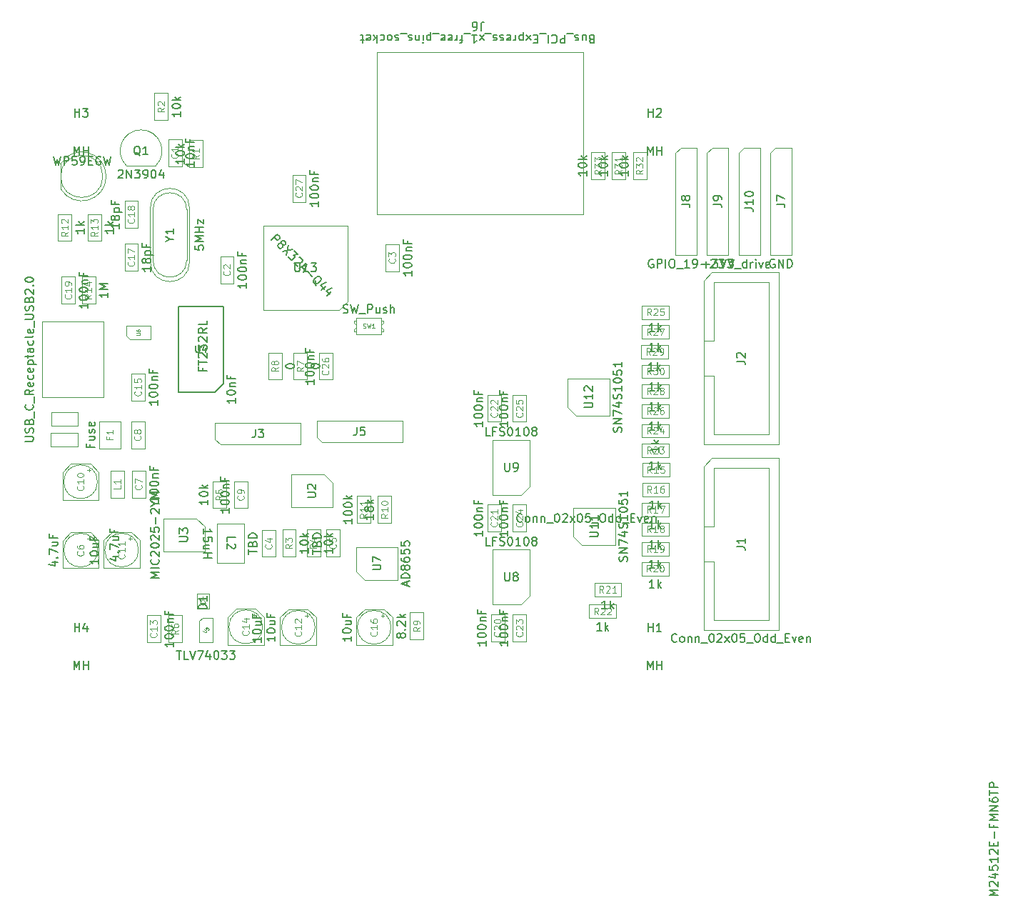
<source format=gbr>
%TF.GenerationSoftware,KiCad,Pcbnew,7.0.10-7.0.10~ubuntu22.04.1*%
%TF.CreationDate,2024-03-23T23:27:58+01:00*%
%TF.ProjectId,JTAGFinder,4a544147-4669-46e6-9465-722e6b696361,rev?*%
%TF.SameCoordinates,Original*%
%TF.FileFunction,AssemblyDrawing,Top*%
%FSLAX46Y46*%
G04 Gerber Fmt 4.6, Leading zero omitted, Abs format (unit mm)*
G04 Created by KiCad (PCBNEW 7.0.10-7.0.10~ubuntu22.04.1) date 2024-03-23 23:27:58*
%MOMM*%
%LPD*%
G01*
G04 APERTURE LIST*
%ADD10C,0.150000*%
%ADD11C,0.120000*%
%ADD12C,0.060000*%
%ADD13C,0.075000*%
%ADD14C,0.100000*%
G04 APERTURE END LIST*
D10*
X176142857Y-128954819D02*
X176142857Y-127954819D01*
X176142857Y-127954819D02*
X176476190Y-128669104D01*
X176476190Y-128669104D02*
X176809523Y-127954819D01*
X176809523Y-127954819D02*
X176809523Y-128954819D01*
X177285714Y-128954819D02*
X177285714Y-127954819D01*
X177285714Y-128431009D02*
X177857142Y-128431009D01*
X177857142Y-128954819D02*
X177857142Y-127954819D01*
X176238095Y-124454819D02*
X176238095Y-123454819D01*
X176238095Y-123931009D02*
X176809523Y-123931009D01*
X176809523Y-124454819D02*
X176809523Y-123454819D01*
X177809523Y-124454819D02*
X177238095Y-124454819D01*
X177523809Y-124454819D02*
X177523809Y-123454819D01*
X177523809Y-123454819D02*
X177428571Y-123597676D01*
X177428571Y-123597676D02*
X177333333Y-123692914D01*
X177333333Y-123692914D02*
X177238095Y-123740533D01*
X119906819Y-125692119D02*
X119906819Y-126263547D01*
X119906819Y-125977833D02*
X118906819Y-125977833D01*
X118906819Y-125977833D02*
X119049676Y-126073071D01*
X119049676Y-126073071D02*
X119144914Y-126168309D01*
X119144914Y-126168309D02*
X119192533Y-126263547D01*
X118906819Y-125073071D02*
X118906819Y-124977833D01*
X118906819Y-124977833D02*
X118954438Y-124882595D01*
X118954438Y-124882595D02*
X119002057Y-124834976D01*
X119002057Y-124834976D02*
X119097295Y-124787357D01*
X119097295Y-124787357D02*
X119287771Y-124739738D01*
X119287771Y-124739738D02*
X119525866Y-124739738D01*
X119525866Y-124739738D02*
X119716342Y-124787357D01*
X119716342Y-124787357D02*
X119811580Y-124834976D01*
X119811580Y-124834976D02*
X119859200Y-124882595D01*
X119859200Y-124882595D02*
X119906819Y-124977833D01*
X119906819Y-124977833D02*
X119906819Y-125073071D01*
X119906819Y-125073071D02*
X119859200Y-125168309D01*
X119859200Y-125168309D02*
X119811580Y-125215928D01*
X119811580Y-125215928D02*
X119716342Y-125263547D01*
X119716342Y-125263547D02*
X119525866Y-125311166D01*
X119525866Y-125311166D02*
X119287771Y-125311166D01*
X119287771Y-125311166D02*
X119097295Y-125263547D01*
X119097295Y-125263547D02*
X119002057Y-125215928D01*
X119002057Y-125215928D02*
X118954438Y-125168309D01*
X118954438Y-125168309D02*
X118906819Y-125073071D01*
X118906819Y-124120690D02*
X118906819Y-124025452D01*
X118906819Y-124025452D02*
X118954438Y-123930214D01*
X118954438Y-123930214D02*
X119002057Y-123882595D01*
X119002057Y-123882595D02*
X119097295Y-123834976D01*
X119097295Y-123834976D02*
X119287771Y-123787357D01*
X119287771Y-123787357D02*
X119525866Y-123787357D01*
X119525866Y-123787357D02*
X119716342Y-123834976D01*
X119716342Y-123834976D02*
X119811580Y-123882595D01*
X119811580Y-123882595D02*
X119859200Y-123930214D01*
X119859200Y-123930214D02*
X119906819Y-124025452D01*
X119906819Y-124025452D02*
X119906819Y-124120690D01*
X119906819Y-124120690D02*
X119859200Y-124215928D01*
X119859200Y-124215928D02*
X119811580Y-124263547D01*
X119811580Y-124263547D02*
X119716342Y-124311166D01*
X119716342Y-124311166D02*
X119525866Y-124358785D01*
X119525866Y-124358785D02*
X119287771Y-124358785D01*
X119287771Y-124358785D02*
X119097295Y-124311166D01*
X119097295Y-124311166D02*
X119002057Y-124263547D01*
X119002057Y-124263547D02*
X118954438Y-124215928D01*
X118954438Y-124215928D02*
X118906819Y-124120690D01*
X119240152Y-123358785D02*
X119906819Y-123358785D01*
X119335390Y-123358785D02*
X119287771Y-123311166D01*
X119287771Y-123311166D02*
X119240152Y-123215928D01*
X119240152Y-123215928D02*
X119240152Y-123073071D01*
X119240152Y-123073071D02*
X119287771Y-122977833D01*
X119287771Y-122977833D02*
X119383009Y-122930214D01*
X119383009Y-122930214D02*
X119906819Y-122930214D01*
X119383009Y-122120690D02*
X119383009Y-122454023D01*
X119906819Y-122454023D02*
X118906819Y-122454023D01*
X118906819Y-122454023D02*
X118906819Y-121977833D01*
D11*
X117889664Y-124658785D02*
X117927760Y-124696881D01*
X117927760Y-124696881D02*
X117965855Y-124811166D01*
X117965855Y-124811166D02*
X117965855Y-124887357D01*
X117965855Y-124887357D02*
X117927760Y-125001643D01*
X117927760Y-125001643D02*
X117851569Y-125077833D01*
X117851569Y-125077833D02*
X117775379Y-125115928D01*
X117775379Y-125115928D02*
X117622998Y-125154024D01*
X117622998Y-125154024D02*
X117508712Y-125154024D01*
X117508712Y-125154024D02*
X117356331Y-125115928D01*
X117356331Y-125115928D02*
X117280140Y-125077833D01*
X117280140Y-125077833D02*
X117203950Y-125001643D01*
X117203950Y-125001643D02*
X117165855Y-124887357D01*
X117165855Y-124887357D02*
X117165855Y-124811166D01*
X117165855Y-124811166D02*
X117203950Y-124696881D01*
X117203950Y-124696881D02*
X117242045Y-124658785D01*
X117965855Y-123896881D02*
X117965855Y-124354024D01*
X117965855Y-124125452D02*
X117165855Y-124125452D01*
X117165855Y-124125452D02*
X117280140Y-124201643D01*
X117280140Y-124201643D02*
X117356331Y-124277833D01*
X117356331Y-124277833D02*
X117394426Y-124354024D01*
X117165855Y-123630214D02*
X117165855Y-123134976D01*
X117165855Y-123134976D02*
X117470617Y-123401642D01*
X117470617Y-123401642D02*
X117470617Y-123287357D01*
X117470617Y-123287357D02*
X117508712Y-123211166D01*
X117508712Y-123211166D02*
X117546807Y-123173071D01*
X117546807Y-123173071D02*
X117622998Y-123134976D01*
X117622998Y-123134976D02*
X117813474Y-123134976D01*
X117813474Y-123134976D02*
X117889664Y-123173071D01*
X117889664Y-123173071D02*
X117927760Y-123211166D01*
X117927760Y-123211166D02*
X117965855Y-123287357D01*
X117965855Y-123287357D02*
X117965855Y-123515928D01*
X117965855Y-123515928D02*
X117927760Y-123592119D01*
X117927760Y-123592119D02*
X117889664Y-123630214D01*
D10*
X159604819Y-112547619D02*
X159604819Y-113119047D01*
X159604819Y-112833333D02*
X158604819Y-112833333D01*
X158604819Y-112833333D02*
X158747676Y-112928571D01*
X158747676Y-112928571D02*
X158842914Y-113023809D01*
X158842914Y-113023809D02*
X158890533Y-113119047D01*
X158604819Y-111928571D02*
X158604819Y-111833333D01*
X158604819Y-111833333D02*
X158652438Y-111738095D01*
X158652438Y-111738095D02*
X158700057Y-111690476D01*
X158700057Y-111690476D02*
X158795295Y-111642857D01*
X158795295Y-111642857D02*
X158985771Y-111595238D01*
X158985771Y-111595238D02*
X159223866Y-111595238D01*
X159223866Y-111595238D02*
X159414342Y-111642857D01*
X159414342Y-111642857D02*
X159509580Y-111690476D01*
X159509580Y-111690476D02*
X159557200Y-111738095D01*
X159557200Y-111738095D02*
X159604819Y-111833333D01*
X159604819Y-111833333D02*
X159604819Y-111928571D01*
X159604819Y-111928571D02*
X159557200Y-112023809D01*
X159557200Y-112023809D02*
X159509580Y-112071428D01*
X159509580Y-112071428D02*
X159414342Y-112119047D01*
X159414342Y-112119047D02*
X159223866Y-112166666D01*
X159223866Y-112166666D02*
X158985771Y-112166666D01*
X158985771Y-112166666D02*
X158795295Y-112119047D01*
X158795295Y-112119047D02*
X158700057Y-112071428D01*
X158700057Y-112071428D02*
X158652438Y-112023809D01*
X158652438Y-112023809D02*
X158604819Y-111928571D01*
X158604819Y-110976190D02*
X158604819Y-110880952D01*
X158604819Y-110880952D02*
X158652438Y-110785714D01*
X158652438Y-110785714D02*
X158700057Y-110738095D01*
X158700057Y-110738095D02*
X158795295Y-110690476D01*
X158795295Y-110690476D02*
X158985771Y-110642857D01*
X158985771Y-110642857D02*
X159223866Y-110642857D01*
X159223866Y-110642857D02*
X159414342Y-110690476D01*
X159414342Y-110690476D02*
X159509580Y-110738095D01*
X159509580Y-110738095D02*
X159557200Y-110785714D01*
X159557200Y-110785714D02*
X159604819Y-110880952D01*
X159604819Y-110880952D02*
X159604819Y-110976190D01*
X159604819Y-110976190D02*
X159557200Y-111071428D01*
X159557200Y-111071428D02*
X159509580Y-111119047D01*
X159509580Y-111119047D02*
X159414342Y-111166666D01*
X159414342Y-111166666D02*
X159223866Y-111214285D01*
X159223866Y-111214285D02*
X158985771Y-111214285D01*
X158985771Y-111214285D02*
X158795295Y-111166666D01*
X158795295Y-111166666D02*
X158700057Y-111119047D01*
X158700057Y-111119047D02*
X158652438Y-111071428D01*
X158652438Y-111071428D02*
X158604819Y-110976190D01*
X158938152Y-110214285D02*
X159604819Y-110214285D01*
X159033390Y-110214285D02*
X158985771Y-110166666D01*
X158985771Y-110166666D02*
X158938152Y-110071428D01*
X158938152Y-110071428D02*
X158938152Y-109928571D01*
X158938152Y-109928571D02*
X158985771Y-109833333D01*
X158985771Y-109833333D02*
X159081009Y-109785714D01*
X159081009Y-109785714D02*
X159604819Y-109785714D01*
X159081009Y-108976190D02*
X159081009Y-109309523D01*
X159604819Y-109309523D02*
X158604819Y-109309523D01*
X158604819Y-109309523D02*
X158604819Y-108833333D01*
D11*
X161287664Y-111514285D02*
X161325760Y-111552381D01*
X161325760Y-111552381D02*
X161363855Y-111666666D01*
X161363855Y-111666666D02*
X161363855Y-111742857D01*
X161363855Y-111742857D02*
X161325760Y-111857143D01*
X161325760Y-111857143D02*
X161249569Y-111933333D01*
X161249569Y-111933333D02*
X161173379Y-111971428D01*
X161173379Y-111971428D02*
X161020998Y-112009524D01*
X161020998Y-112009524D02*
X160906712Y-112009524D01*
X160906712Y-112009524D02*
X160754331Y-111971428D01*
X160754331Y-111971428D02*
X160678140Y-111933333D01*
X160678140Y-111933333D02*
X160601950Y-111857143D01*
X160601950Y-111857143D02*
X160563855Y-111742857D01*
X160563855Y-111742857D02*
X160563855Y-111666666D01*
X160563855Y-111666666D02*
X160601950Y-111552381D01*
X160601950Y-111552381D02*
X160640045Y-111514285D01*
X160640045Y-111209524D02*
X160601950Y-111171428D01*
X160601950Y-111171428D02*
X160563855Y-111095238D01*
X160563855Y-111095238D02*
X160563855Y-110904762D01*
X160563855Y-110904762D02*
X160601950Y-110828571D01*
X160601950Y-110828571D02*
X160640045Y-110790476D01*
X160640045Y-110790476D02*
X160716236Y-110752381D01*
X160716236Y-110752381D02*
X160792426Y-110752381D01*
X160792426Y-110752381D02*
X160906712Y-110790476D01*
X160906712Y-110790476D02*
X161363855Y-111247619D01*
X161363855Y-111247619D02*
X161363855Y-110752381D01*
X160830521Y-110066666D02*
X161363855Y-110066666D01*
X160525760Y-110257142D02*
X161097188Y-110447619D01*
X161097188Y-110447619D02*
X161097188Y-109952380D01*
D10*
X141676666Y-100204819D02*
X141676666Y-100919104D01*
X141676666Y-100919104D02*
X141629047Y-101061961D01*
X141629047Y-101061961D02*
X141533809Y-101157200D01*
X141533809Y-101157200D02*
X141390952Y-101204819D01*
X141390952Y-101204819D02*
X141295714Y-101204819D01*
X142629047Y-100204819D02*
X142152857Y-100204819D01*
X142152857Y-100204819D02*
X142105238Y-100681009D01*
X142105238Y-100681009D02*
X142152857Y-100633390D01*
X142152857Y-100633390D02*
X142248095Y-100585771D01*
X142248095Y-100585771D02*
X142486190Y-100585771D01*
X142486190Y-100585771D02*
X142581428Y-100633390D01*
X142581428Y-100633390D02*
X142629047Y-100681009D01*
X142629047Y-100681009D02*
X142676666Y-100776247D01*
X142676666Y-100776247D02*
X142676666Y-101014342D01*
X142676666Y-101014342D02*
X142629047Y-101109580D01*
X142629047Y-101109580D02*
X142581428Y-101157200D01*
X142581428Y-101157200D02*
X142486190Y-101204819D01*
X142486190Y-101204819D02*
X142248095Y-101204819D01*
X142248095Y-101204819D02*
X142152857Y-101157200D01*
X142152857Y-101157200D02*
X142105238Y-101109580D01*
X141004819Y-125021428D02*
X141004819Y-125592856D01*
X141004819Y-125307142D02*
X140004819Y-125307142D01*
X140004819Y-125307142D02*
X140147676Y-125402380D01*
X140147676Y-125402380D02*
X140242914Y-125497618D01*
X140242914Y-125497618D02*
X140290533Y-125592856D01*
X140004819Y-124402380D02*
X140004819Y-124307142D01*
X140004819Y-124307142D02*
X140052438Y-124211904D01*
X140052438Y-124211904D02*
X140100057Y-124164285D01*
X140100057Y-124164285D02*
X140195295Y-124116666D01*
X140195295Y-124116666D02*
X140385771Y-124069047D01*
X140385771Y-124069047D02*
X140623866Y-124069047D01*
X140623866Y-124069047D02*
X140814342Y-124116666D01*
X140814342Y-124116666D02*
X140909580Y-124164285D01*
X140909580Y-124164285D02*
X140957200Y-124211904D01*
X140957200Y-124211904D02*
X141004819Y-124307142D01*
X141004819Y-124307142D02*
X141004819Y-124402380D01*
X141004819Y-124402380D02*
X140957200Y-124497618D01*
X140957200Y-124497618D02*
X140909580Y-124545237D01*
X140909580Y-124545237D02*
X140814342Y-124592856D01*
X140814342Y-124592856D02*
X140623866Y-124640475D01*
X140623866Y-124640475D02*
X140385771Y-124640475D01*
X140385771Y-124640475D02*
X140195295Y-124592856D01*
X140195295Y-124592856D02*
X140100057Y-124545237D01*
X140100057Y-124545237D02*
X140052438Y-124497618D01*
X140052438Y-124497618D02*
X140004819Y-124402380D01*
X140338152Y-123211904D02*
X141004819Y-123211904D01*
X140338152Y-123640475D02*
X140861961Y-123640475D01*
X140861961Y-123640475D02*
X140957200Y-123592856D01*
X140957200Y-123592856D02*
X141004819Y-123497618D01*
X141004819Y-123497618D02*
X141004819Y-123354761D01*
X141004819Y-123354761D02*
X140957200Y-123259523D01*
X140957200Y-123259523D02*
X140909580Y-123211904D01*
X140481009Y-122402380D02*
X140481009Y-122735713D01*
X141004819Y-122735713D02*
X140004819Y-122735713D01*
X140004819Y-122735713D02*
X140004819Y-122259523D01*
D11*
X144037664Y-124464285D02*
X144075760Y-124502381D01*
X144075760Y-124502381D02*
X144113855Y-124616666D01*
X144113855Y-124616666D02*
X144113855Y-124692857D01*
X144113855Y-124692857D02*
X144075760Y-124807143D01*
X144075760Y-124807143D02*
X143999569Y-124883333D01*
X143999569Y-124883333D02*
X143923379Y-124921428D01*
X143923379Y-124921428D02*
X143770998Y-124959524D01*
X143770998Y-124959524D02*
X143656712Y-124959524D01*
X143656712Y-124959524D02*
X143504331Y-124921428D01*
X143504331Y-124921428D02*
X143428140Y-124883333D01*
X143428140Y-124883333D02*
X143351950Y-124807143D01*
X143351950Y-124807143D02*
X143313855Y-124692857D01*
X143313855Y-124692857D02*
X143313855Y-124616666D01*
X143313855Y-124616666D02*
X143351950Y-124502381D01*
X143351950Y-124502381D02*
X143390045Y-124464285D01*
X144113855Y-123702381D02*
X144113855Y-124159524D01*
X144113855Y-123930952D02*
X143313855Y-123930952D01*
X143313855Y-123930952D02*
X143428140Y-124007143D01*
X143428140Y-124007143D02*
X143504331Y-124083333D01*
X143504331Y-124083333D02*
X143542426Y-124159524D01*
X143313855Y-123016666D02*
X143313855Y-123169047D01*
X143313855Y-123169047D02*
X143351950Y-123245238D01*
X143351950Y-123245238D02*
X143390045Y-123283333D01*
X143390045Y-123283333D02*
X143504331Y-123359523D01*
X143504331Y-123359523D02*
X143656712Y-123397619D01*
X143656712Y-123397619D02*
X143961474Y-123397619D01*
X143961474Y-123397619D02*
X144037664Y-123359523D01*
X144037664Y-123359523D02*
X144075760Y-123321428D01*
X144075760Y-123321428D02*
X144113855Y-123245238D01*
X144113855Y-123245238D02*
X144113855Y-123092857D01*
X144113855Y-123092857D02*
X144075760Y-123016666D01*
X144075760Y-123016666D02*
X144037664Y-122978571D01*
X144037664Y-122978571D02*
X143961474Y-122940476D01*
X143961474Y-122940476D02*
X143770998Y-122940476D01*
X143770998Y-122940476D02*
X143694807Y-122978571D01*
X143694807Y-122978571D02*
X143656712Y-123016666D01*
X143656712Y-123016666D02*
X143618617Y-123092857D01*
X143618617Y-123092857D02*
X143618617Y-123245238D01*
X143618617Y-123245238D02*
X143656712Y-123321428D01*
X143656712Y-123321428D02*
X143694807Y-123359523D01*
X143694807Y-123359523D02*
X143770998Y-123397619D01*
D10*
X118054819Y-97022619D02*
X118054819Y-97594047D01*
X118054819Y-97308333D02*
X117054819Y-97308333D01*
X117054819Y-97308333D02*
X117197676Y-97403571D01*
X117197676Y-97403571D02*
X117292914Y-97498809D01*
X117292914Y-97498809D02*
X117340533Y-97594047D01*
X117054819Y-96403571D02*
X117054819Y-96308333D01*
X117054819Y-96308333D02*
X117102438Y-96213095D01*
X117102438Y-96213095D02*
X117150057Y-96165476D01*
X117150057Y-96165476D02*
X117245295Y-96117857D01*
X117245295Y-96117857D02*
X117435771Y-96070238D01*
X117435771Y-96070238D02*
X117673866Y-96070238D01*
X117673866Y-96070238D02*
X117864342Y-96117857D01*
X117864342Y-96117857D02*
X117959580Y-96165476D01*
X117959580Y-96165476D02*
X118007200Y-96213095D01*
X118007200Y-96213095D02*
X118054819Y-96308333D01*
X118054819Y-96308333D02*
X118054819Y-96403571D01*
X118054819Y-96403571D02*
X118007200Y-96498809D01*
X118007200Y-96498809D02*
X117959580Y-96546428D01*
X117959580Y-96546428D02*
X117864342Y-96594047D01*
X117864342Y-96594047D02*
X117673866Y-96641666D01*
X117673866Y-96641666D02*
X117435771Y-96641666D01*
X117435771Y-96641666D02*
X117245295Y-96594047D01*
X117245295Y-96594047D02*
X117150057Y-96546428D01*
X117150057Y-96546428D02*
X117102438Y-96498809D01*
X117102438Y-96498809D02*
X117054819Y-96403571D01*
X117054819Y-95451190D02*
X117054819Y-95355952D01*
X117054819Y-95355952D02*
X117102438Y-95260714D01*
X117102438Y-95260714D02*
X117150057Y-95213095D01*
X117150057Y-95213095D02*
X117245295Y-95165476D01*
X117245295Y-95165476D02*
X117435771Y-95117857D01*
X117435771Y-95117857D02*
X117673866Y-95117857D01*
X117673866Y-95117857D02*
X117864342Y-95165476D01*
X117864342Y-95165476D02*
X117959580Y-95213095D01*
X117959580Y-95213095D02*
X118007200Y-95260714D01*
X118007200Y-95260714D02*
X118054819Y-95355952D01*
X118054819Y-95355952D02*
X118054819Y-95451190D01*
X118054819Y-95451190D02*
X118007200Y-95546428D01*
X118007200Y-95546428D02*
X117959580Y-95594047D01*
X117959580Y-95594047D02*
X117864342Y-95641666D01*
X117864342Y-95641666D02*
X117673866Y-95689285D01*
X117673866Y-95689285D02*
X117435771Y-95689285D01*
X117435771Y-95689285D02*
X117245295Y-95641666D01*
X117245295Y-95641666D02*
X117150057Y-95594047D01*
X117150057Y-95594047D02*
X117102438Y-95546428D01*
X117102438Y-95546428D02*
X117054819Y-95451190D01*
X117388152Y-94689285D02*
X118054819Y-94689285D01*
X117483390Y-94689285D02*
X117435771Y-94641666D01*
X117435771Y-94641666D02*
X117388152Y-94546428D01*
X117388152Y-94546428D02*
X117388152Y-94403571D01*
X117388152Y-94403571D02*
X117435771Y-94308333D01*
X117435771Y-94308333D02*
X117531009Y-94260714D01*
X117531009Y-94260714D02*
X118054819Y-94260714D01*
X117531009Y-93451190D02*
X117531009Y-93784523D01*
X118054819Y-93784523D02*
X117054819Y-93784523D01*
X117054819Y-93784523D02*
X117054819Y-93308333D01*
D11*
X116037664Y-95989285D02*
X116075760Y-96027381D01*
X116075760Y-96027381D02*
X116113855Y-96141666D01*
X116113855Y-96141666D02*
X116113855Y-96217857D01*
X116113855Y-96217857D02*
X116075760Y-96332143D01*
X116075760Y-96332143D02*
X115999569Y-96408333D01*
X115999569Y-96408333D02*
X115923379Y-96446428D01*
X115923379Y-96446428D02*
X115770998Y-96484524D01*
X115770998Y-96484524D02*
X115656712Y-96484524D01*
X115656712Y-96484524D02*
X115504331Y-96446428D01*
X115504331Y-96446428D02*
X115428140Y-96408333D01*
X115428140Y-96408333D02*
X115351950Y-96332143D01*
X115351950Y-96332143D02*
X115313855Y-96217857D01*
X115313855Y-96217857D02*
X115313855Y-96141666D01*
X115313855Y-96141666D02*
X115351950Y-96027381D01*
X115351950Y-96027381D02*
X115390045Y-95989285D01*
X116113855Y-95227381D02*
X116113855Y-95684524D01*
X116113855Y-95455952D02*
X115313855Y-95455952D01*
X115313855Y-95455952D02*
X115428140Y-95532143D01*
X115428140Y-95532143D02*
X115504331Y-95608333D01*
X115504331Y-95608333D02*
X115542426Y-95684524D01*
X115313855Y-94503571D02*
X115313855Y-94884523D01*
X115313855Y-94884523D02*
X115694807Y-94922619D01*
X115694807Y-94922619D02*
X115656712Y-94884523D01*
X115656712Y-94884523D02*
X115618617Y-94808333D01*
X115618617Y-94808333D02*
X115618617Y-94617857D01*
X115618617Y-94617857D02*
X115656712Y-94541666D01*
X115656712Y-94541666D02*
X115694807Y-94503571D01*
X115694807Y-94503571D02*
X115770998Y-94465476D01*
X115770998Y-94465476D02*
X115961474Y-94465476D01*
X115961474Y-94465476D02*
X116037664Y-94503571D01*
X116037664Y-94503571D02*
X116075760Y-94541666D01*
X116075760Y-94541666D02*
X116113855Y-94617857D01*
X116113855Y-94617857D02*
X116113855Y-94808333D01*
X116113855Y-94808333D02*
X116075760Y-94884523D01*
X116075760Y-94884523D02*
X116037664Y-94922619D01*
D10*
X128854819Y-115285713D02*
X128854819Y-114714285D01*
X129854819Y-114999999D02*
X128854819Y-114999999D01*
X129331009Y-114047618D02*
X129378628Y-113904761D01*
X129378628Y-113904761D02*
X129426247Y-113857142D01*
X129426247Y-113857142D02*
X129521485Y-113809523D01*
X129521485Y-113809523D02*
X129664342Y-113809523D01*
X129664342Y-113809523D02*
X129759580Y-113857142D01*
X129759580Y-113857142D02*
X129807200Y-113904761D01*
X129807200Y-113904761D02*
X129854819Y-113999999D01*
X129854819Y-113999999D02*
X129854819Y-114380951D01*
X129854819Y-114380951D02*
X128854819Y-114380951D01*
X128854819Y-114380951D02*
X128854819Y-114047618D01*
X128854819Y-114047618D02*
X128902438Y-113952380D01*
X128902438Y-113952380D02*
X128950057Y-113904761D01*
X128950057Y-113904761D02*
X129045295Y-113857142D01*
X129045295Y-113857142D02*
X129140533Y-113857142D01*
X129140533Y-113857142D02*
X129235771Y-113904761D01*
X129235771Y-113904761D02*
X129283390Y-113952380D01*
X129283390Y-113952380D02*
X129331009Y-114047618D01*
X129331009Y-114047618D02*
X129331009Y-114380951D01*
X129854819Y-113380951D02*
X128854819Y-113380951D01*
X128854819Y-113380951D02*
X128854819Y-113142856D01*
X128854819Y-113142856D02*
X128902438Y-112999999D01*
X128902438Y-112999999D02*
X128997676Y-112904761D01*
X128997676Y-112904761D02*
X129092914Y-112857142D01*
X129092914Y-112857142D02*
X129283390Y-112809523D01*
X129283390Y-112809523D02*
X129426247Y-112809523D01*
X129426247Y-112809523D02*
X129616723Y-112857142D01*
X129616723Y-112857142D02*
X129711961Y-112904761D01*
X129711961Y-112904761D02*
X129807200Y-112999999D01*
X129807200Y-112999999D02*
X129854819Y-113142856D01*
X129854819Y-113142856D02*
X129854819Y-113380951D01*
D11*
X131537664Y-114133332D02*
X131575760Y-114171428D01*
X131575760Y-114171428D02*
X131613855Y-114285713D01*
X131613855Y-114285713D02*
X131613855Y-114361904D01*
X131613855Y-114361904D02*
X131575760Y-114476190D01*
X131575760Y-114476190D02*
X131499569Y-114552380D01*
X131499569Y-114552380D02*
X131423379Y-114590475D01*
X131423379Y-114590475D02*
X131270998Y-114628571D01*
X131270998Y-114628571D02*
X131156712Y-114628571D01*
X131156712Y-114628571D02*
X131004331Y-114590475D01*
X131004331Y-114590475D02*
X130928140Y-114552380D01*
X130928140Y-114552380D02*
X130851950Y-114476190D01*
X130851950Y-114476190D02*
X130813855Y-114361904D01*
X130813855Y-114361904D02*
X130813855Y-114285713D01*
X130813855Y-114285713D02*
X130851950Y-114171428D01*
X130851950Y-114171428D02*
X130890045Y-114133332D01*
X131080521Y-113447618D02*
X131613855Y-113447618D01*
X130775760Y-113638094D02*
X131347188Y-113828571D01*
X131347188Y-113828571D02*
X131347188Y-113333332D01*
D10*
X128604819Y-83147619D02*
X128604819Y-83719047D01*
X128604819Y-83433333D02*
X127604819Y-83433333D01*
X127604819Y-83433333D02*
X127747676Y-83528571D01*
X127747676Y-83528571D02*
X127842914Y-83623809D01*
X127842914Y-83623809D02*
X127890533Y-83719047D01*
X127604819Y-82528571D02*
X127604819Y-82433333D01*
X127604819Y-82433333D02*
X127652438Y-82338095D01*
X127652438Y-82338095D02*
X127700057Y-82290476D01*
X127700057Y-82290476D02*
X127795295Y-82242857D01*
X127795295Y-82242857D02*
X127985771Y-82195238D01*
X127985771Y-82195238D02*
X128223866Y-82195238D01*
X128223866Y-82195238D02*
X128414342Y-82242857D01*
X128414342Y-82242857D02*
X128509580Y-82290476D01*
X128509580Y-82290476D02*
X128557200Y-82338095D01*
X128557200Y-82338095D02*
X128604819Y-82433333D01*
X128604819Y-82433333D02*
X128604819Y-82528571D01*
X128604819Y-82528571D02*
X128557200Y-82623809D01*
X128557200Y-82623809D02*
X128509580Y-82671428D01*
X128509580Y-82671428D02*
X128414342Y-82719047D01*
X128414342Y-82719047D02*
X128223866Y-82766666D01*
X128223866Y-82766666D02*
X127985771Y-82766666D01*
X127985771Y-82766666D02*
X127795295Y-82719047D01*
X127795295Y-82719047D02*
X127700057Y-82671428D01*
X127700057Y-82671428D02*
X127652438Y-82623809D01*
X127652438Y-82623809D02*
X127604819Y-82528571D01*
X127604819Y-81576190D02*
X127604819Y-81480952D01*
X127604819Y-81480952D02*
X127652438Y-81385714D01*
X127652438Y-81385714D02*
X127700057Y-81338095D01*
X127700057Y-81338095D02*
X127795295Y-81290476D01*
X127795295Y-81290476D02*
X127985771Y-81242857D01*
X127985771Y-81242857D02*
X128223866Y-81242857D01*
X128223866Y-81242857D02*
X128414342Y-81290476D01*
X128414342Y-81290476D02*
X128509580Y-81338095D01*
X128509580Y-81338095D02*
X128557200Y-81385714D01*
X128557200Y-81385714D02*
X128604819Y-81480952D01*
X128604819Y-81480952D02*
X128604819Y-81576190D01*
X128604819Y-81576190D02*
X128557200Y-81671428D01*
X128557200Y-81671428D02*
X128509580Y-81719047D01*
X128509580Y-81719047D02*
X128414342Y-81766666D01*
X128414342Y-81766666D02*
X128223866Y-81814285D01*
X128223866Y-81814285D02*
X127985771Y-81814285D01*
X127985771Y-81814285D02*
X127795295Y-81766666D01*
X127795295Y-81766666D02*
X127700057Y-81719047D01*
X127700057Y-81719047D02*
X127652438Y-81671428D01*
X127652438Y-81671428D02*
X127604819Y-81576190D01*
X127938152Y-80814285D02*
X128604819Y-80814285D01*
X128033390Y-80814285D02*
X127985771Y-80766666D01*
X127985771Y-80766666D02*
X127938152Y-80671428D01*
X127938152Y-80671428D02*
X127938152Y-80528571D01*
X127938152Y-80528571D02*
X127985771Y-80433333D01*
X127985771Y-80433333D02*
X128081009Y-80385714D01*
X128081009Y-80385714D02*
X128604819Y-80385714D01*
X128081009Y-79576190D02*
X128081009Y-79909523D01*
X128604819Y-79909523D02*
X127604819Y-79909523D01*
X127604819Y-79909523D02*
X127604819Y-79433333D01*
D11*
X126587664Y-81733332D02*
X126625760Y-81771428D01*
X126625760Y-81771428D02*
X126663855Y-81885713D01*
X126663855Y-81885713D02*
X126663855Y-81961904D01*
X126663855Y-81961904D02*
X126625760Y-82076190D01*
X126625760Y-82076190D02*
X126549569Y-82152380D01*
X126549569Y-82152380D02*
X126473379Y-82190475D01*
X126473379Y-82190475D02*
X126320998Y-82228571D01*
X126320998Y-82228571D02*
X126206712Y-82228571D01*
X126206712Y-82228571D02*
X126054331Y-82190475D01*
X126054331Y-82190475D02*
X125978140Y-82152380D01*
X125978140Y-82152380D02*
X125901950Y-82076190D01*
X125901950Y-82076190D02*
X125863855Y-81961904D01*
X125863855Y-81961904D02*
X125863855Y-81885713D01*
X125863855Y-81885713D02*
X125901950Y-81771428D01*
X125901950Y-81771428D02*
X125940045Y-81733332D01*
X125940045Y-81428571D02*
X125901950Y-81390475D01*
X125901950Y-81390475D02*
X125863855Y-81314285D01*
X125863855Y-81314285D02*
X125863855Y-81123809D01*
X125863855Y-81123809D02*
X125901950Y-81047618D01*
X125901950Y-81047618D02*
X125940045Y-81009523D01*
X125940045Y-81009523D02*
X126016236Y-80971428D01*
X126016236Y-80971428D02*
X126092426Y-80971428D01*
X126092426Y-80971428D02*
X126206712Y-81009523D01*
X126206712Y-81009523D02*
X126663855Y-81466666D01*
X126663855Y-81466666D02*
X126663855Y-80971428D01*
D10*
X136604819Y-94547619D02*
X136604819Y-95119047D01*
X136604819Y-94833333D02*
X135604819Y-94833333D01*
X135604819Y-94833333D02*
X135747676Y-94928571D01*
X135747676Y-94928571D02*
X135842914Y-95023809D01*
X135842914Y-95023809D02*
X135890533Y-95119047D01*
X135604819Y-93928571D02*
X135604819Y-93833333D01*
X135604819Y-93833333D02*
X135652438Y-93738095D01*
X135652438Y-93738095D02*
X135700057Y-93690476D01*
X135700057Y-93690476D02*
X135795295Y-93642857D01*
X135795295Y-93642857D02*
X135985771Y-93595238D01*
X135985771Y-93595238D02*
X136223866Y-93595238D01*
X136223866Y-93595238D02*
X136414342Y-93642857D01*
X136414342Y-93642857D02*
X136509580Y-93690476D01*
X136509580Y-93690476D02*
X136557200Y-93738095D01*
X136557200Y-93738095D02*
X136604819Y-93833333D01*
X136604819Y-93833333D02*
X136604819Y-93928571D01*
X136604819Y-93928571D02*
X136557200Y-94023809D01*
X136557200Y-94023809D02*
X136509580Y-94071428D01*
X136509580Y-94071428D02*
X136414342Y-94119047D01*
X136414342Y-94119047D02*
X136223866Y-94166666D01*
X136223866Y-94166666D02*
X135985771Y-94166666D01*
X135985771Y-94166666D02*
X135795295Y-94119047D01*
X135795295Y-94119047D02*
X135700057Y-94071428D01*
X135700057Y-94071428D02*
X135652438Y-94023809D01*
X135652438Y-94023809D02*
X135604819Y-93928571D01*
X135604819Y-92976190D02*
X135604819Y-92880952D01*
X135604819Y-92880952D02*
X135652438Y-92785714D01*
X135652438Y-92785714D02*
X135700057Y-92738095D01*
X135700057Y-92738095D02*
X135795295Y-92690476D01*
X135795295Y-92690476D02*
X135985771Y-92642857D01*
X135985771Y-92642857D02*
X136223866Y-92642857D01*
X136223866Y-92642857D02*
X136414342Y-92690476D01*
X136414342Y-92690476D02*
X136509580Y-92738095D01*
X136509580Y-92738095D02*
X136557200Y-92785714D01*
X136557200Y-92785714D02*
X136604819Y-92880952D01*
X136604819Y-92880952D02*
X136604819Y-92976190D01*
X136604819Y-92976190D02*
X136557200Y-93071428D01*
X136557200Y-93071428D02*
X136509580Y-93119047D01*
X136509580Y-93119047D02*
X136414342Y-93166666D01*
X136414342Y-93166666D02*
X136223866Y-93214285D01*
X136223866Y-93214285D02*
X135985771Y-93214285D01*
X135985771Y-93214285D02*
X135795295Y-93166666D01*
X135795295Y-93166666D02*
X135700057Y-93119047D01*
X135700057Y-93119047D02*
X135652438Y-93071428D01*
X135652438Y-93071428D02*
X135604819Y-92976190D01*
X135938152Y-92214285D02*
X136604819Y-92214285D01*
X136033390Y-92214285D02*
X135985771Y-92166666D01*
X135985771Y-92166666D02*
X135938152Y-92071428D01*
X135938152Y-92071428D02*
X135938152Y-91928571D01*
X135938152Y-91928571D02*
X135985771Y-91833333D01*
X135985771Y-91833333D02*
X136081009Y-91785714D01*
X136081009Y-91785714D02*
X136604819Y-91785714D01*
X136081009Y-90976190D02*
X136081009Y-91309523D01*
X136604819Y-91309523D02*
X135604819Y-91309523D01*
X135604819Y-91309523D02*
X135604819Y-90833333D01*
D11*
X138287664Y-93514285D02*
X138325760Y-93552381D01*
X138325760Y-93552381D02*
X138363855Y-93666666D01*
X138363855Y-93666666D02*
X138363855Y-93742857D01*
X138363855Y-93742857D02*
X138325760Y-93857143D01*
X138325760Y-93857143D02*
X138249569Y-93933333D01*
X138249569Y-93933333D02*
X138173379Y-93971428D01*
X138173379Y-93971428D02*
X138020998Y-94009524D01*
X138020998Y-94009524D02*
X137906712Y-94009524D01*
X137906712Y-94009524D02*
X137754331Y-93971428D01*
X137754331Y-93971428D02*
X137678140Y-93933333D01*
X137678140Y-93933333D02*
X137601950Y-93857143D01*
X137601950Y-93857143D02*
X137563855Y-93742857D01*
X137563855Y-93742857D02*
X137563855Y-93666666D01*
X137563855Y-93666666D02*
X137601950Y-93552381D01*
X137601950Y-93552381D02*
X137640045Y-93514285D01*
X137640045Y-93209524D02*
X137601950Y-93171428D01*
X137601950Y-93171428D02*
X137563855Y-93095238D01*
X137563855Y-93095238D02*
X137563855Y-92904762D01*
X137563855Y-92904762D02*
X137601950Y-92828571D01*
X137601950Y-92828571D02*
X137640045Y-92790476D01*
X137640045Y-92790476D02*
X137716236Y-92752381D01*
X137716236Y-92752381D02*
X137792426Y-92752381D01*
X137792426Y-92752381D02*
X137906712Y-92790476D01*
X137906712Y-92790476D02*
X138363855Y-93247619D01*
X138363855Y-93247619D02*
X138363855Y-92752381D01*
X137563855Y-92066666D02*
X137563855Y-92219047D01*
X137563855Y-92219047D02*
X137601950Y-92295238D01*
X137601950Y-92295238D02*
X137640045Y-92333333D01*
X137640045Y-92333333D02*
X137754331Y-92409523D01*
X137754331Y-92409523D02*
X137906712Y-92447619D01*
X137906712Y-92447619D02*
X138211474Y-92447619D01*
X138211474Y-92447619D02*
X138287664Y-92409523D01*
X138287664Y-92409523D02*
X138325760Y-92371428D01*
X138325760Y-92371428D02*
X138363855Y-92295238D01*
X138363855Y-92295238D02*
X138363855Y-92142857D01*
X138363855Y-92142857D02*
X138325760Y-92066666D01*
X138325760Y-92066666D02*
X138287664Y-92028571D01*
X138287664Y-92028571D02*
X138211474Y-91990476D01*
X138211474Y-91990476D02*
X138020998Y-91990476D01*
X138020998Y-91990476D02*
X137944807Y-92028571D01*
X137944807Y-92028571D02*
X137906712Y-92066666D01*
X137906712Y-92066666D02*
X137868617Y-92142857D01*
X137868617Y-92142857D02*
X137868617Y-92295238D01*
X137868617Y-92295238D02*
X137906712Y-92371428D01*
X137906712Y-92371428D02*
X137944807Y-92409523D01*
X137944807Y-92409523D02*
X138020998Y-92447619D01*
D10*
X105532152Y-116212761D02*
X106198819Y-116212761D01*
X105151200Y-116450856D02*
X105865485Y-116688951D01*
X105865485Y-116688951D02*
X105865485Y-116069904D01*
X106103580Y-115688951D02*
X106151200Y-115641332D01*
X106151200Y-115641332D02*
X106198819Y-115688951D01*
X106198819Y-115688951D02*
X106151200Y-115736570D01*
X106151200Y-115736570D02*
X106103580Y-115688951D01*
X106103580Y-115688951D02*
X106198819Y-115688951D01*
X105198819Y-115307999D02*
X105198819Y-114641333D01*
X105198819Y-114641333D02*
X106198819Y-115069904D01*
X105532152Y-113831809D02*
X106198819Y-113831809D01*
X105532152Y-114260380D02*
X106055961Y-114260380D01*
X106055961Y-114260380D02*
X106151200Y-114212761D01*
X106151200Y-114212761D02*
X106198819Y-114117523D01*
X106198819Y-114117523D02*
X106198819Y-113974666D01*
X106198819Y-113974666D02*
X106151200Y-113879428D01*
X106151200Y-113879428D02*
X106103580Y-113831809D01*
X105675009Y-113022285D02*
X105675009Y-113355618D01*
X106198819Y-113355618D02*
X105198819Y-113355618D01*
X105198819Y-113355618D02*
X105198819Y-112879428D01*
D11*
X109231664Y-114941332D02*
X109269760Y-114979428D01*
X109269760Y-114979428D02*
X109307855Y-115093713D01*
X109307855Y-115093713D02*
X109307855Y-115169904D01*
X109307855Y-115169904D02*
X109269760Y-115284190D01*
X109269760Y-115284190D02*
X109193569Y-115360380D01*
X109193569Y-115360380D02*
X109117379Y-115398475D01*
X109117379Y-115398475D02*
X108964998Y-115436571D01*
X108964998Y-115436571D02*
X108850712Y-115436571D01*
X108850712Y-115436571D02*
X108698331Y-115398475D01*
X108698331Y-115398475D02*
X108622140Y-115360380D01*
X108622140Y-115360380D02*
X108545950Y-115284190D01*
X108545950Y-115284190D02*
X108507855Y-115169904D01*
X108507855Y-115169904D02*
X108507855Y-115093713D01*
X108507855Y-115093713D02*
X108545950Y-114979428D01*
X108545950Y-114979428D02*
X108584045Y-114941332D01*
X108507855Y-114255618D02*
X108507855Y-114407999D01*
X108507855Y-114407999D02*
X108545950Y-114484190D01*
X108545950Y-114484190D02*
X108584045Y-114522285D01*
X108584045Y-114522285D02*
X108698331Y-114598475D01*
X108698331Y-114598475D02*
X108850712Y-114636571D01*
X108850712Y-114636571D02*
X109155474Y-114636571D01*
X109155474Y-114636571D02*
X109231664Y-114598475D01*
X109231664Y-114598475D02*
X109269760Y-114560380D01*
X109269760Y-114560380D02*
X109307855Y-114484190D01*
X109307855Y-114484190D02*
X109307855Y-114331809D01*
X109307855Y-114331809D02*
X109269760Y-114255618D01*
X109269760Y-114255618D02*
X109231664Y-114217523D01*
X109231664Y-114217523D02*
X109155474Y-114179428D01*
X109155474Y-114179428D02*
X108964998Y-114179428D01*
X108964998Y-114179428D02*
X108888807Y-114217523D01*
X108888807Y-114217523D02*
X108850712Y-114255618D01*
X108850712Y-114255618D02*
X108812617Y-114331809D01*
X108812617Y-114331809D02*
X108812617Y-114484190D01*
X108812617Y-114484190D02*
X108850712Y-114560380D01*
X108850712Y-114560380D02*
X108888807Y-114598475D01*
X108888807Y-114598475D02*
X108964998Y-114636571D01*
D10*
X191238095Y-80372438D02*
X191142857Y-80324819D01*
X191142857Y-80324819D02*
X191000000Y-80324819D01*
X191000000Y-80324819D02*
X190857143Y-80372438D01*
X190857143Y-80372438D02*
X190761905Y-80467676D01*
X190761905Y-80467676D02*
X190714286Y-80562914D01*
X190714286Y-80562914D02*
X190666667Y-80753390D01*
X190666667Y-80753390D02*
X190666667Y-80896247D01*
X190666667Y-80896247D02*
X190714286Y-81086723D01*
X190714286Y-81086723D02*
X190761905Y-81181961D01*
X190761905Y-81181961D02*
X190857143Y-81277200D01*
X190857143Y-81277200D02*
X191000000Y-81324819D01*
X191000000Y-81324819D02*
X191095238Y-81324819D01*
X191095238Y-81324819D02*
X191238095Y-81277200D01*
X191238095Y-81277200D02*
X191285714Y-81229580D01*
X191285714Y-81229580D02*
X191285714Y-80896247D01*
X191285714Y-80896247D02*
X191095238Y-80896247D01*
X191714286Y-81324819D02*
X191714286Y-80324819D01*
X191714286Y-80324819D02*
X192285714Y-81324819D01*
X192285714Y-81324819D02*
X192285714Y-80324819D01*
X192761905Y-81324819D02*
X192761905Y-80324819D01*
X192761905Y-80324819D02*
X193000000Y-80324819D01*
X193000000Y-80324819D02*
X193142857Y-80372438D01*
X193142857Y-80372438D02*
X193238095Y-80467676D01*
X193238095Y-80467676D02*
X193285714Y-80562914D01*
X193285714Y-80562914D02*
X193333333Y-80753390D01*
X193333333Y-80753390D02*
X193333333Y-80896247D01*
X193333333Y-80896247D02*
X193285714Y-81086723D01*
X193285714Y-81086723D02*
X193238095Y-81181961D01*
X193238095Y-81181961D02*
X193142857Y-81277200D01*
X193142857Y-81277200D02*
X193000000Y-81324819D01*
X193000000Y-81324819D02*
X192761905Y-81324819D01*
X191454819Y-73793333D02*
X192169104Y-73793333D01*
X192169104Y-73793333D02*
X192311961Y-73840952D01*
X192311961Y-73840952D02*
X192407200Y-73936190D01*
X192407200Y-73936190D02*
X192454819Y-74079047D01*
X192454819Y-74079047D02*
X192454819Y-74174285D01*
X191454819Y-73412380D02*
X191454819Y-72745714D01*
X191454819Y-72745714D02*
X192454819Y-73174285D01*
X176142857Y-67954819D02*
X176142857Y-66954819D01*
X176142857Y-66954819D02*
X176476190Y-67669104D01*
X176476190Y-67669104D02*
X176809523Y-66954819D01*
X176809523Y-66954819D02*
X176809523Y-67954819D01*
X177285714Y-67954819D02*
X177285714Y-66954819D01*
X177285714Y-67431009D02*
X177857142Y-67431009D01*
X177857142Y-67954819D02*
X177857142Y-66954819D01*
X176238095Y-63454819D02*
X176238095Y-62454819D01*
X176238095Y-62931009D02*
X176809523Y-62931009D01*
X176809523Y-63454819D02*
X176809523Y-62454819D01*
X177238095Y-62550057D02*
X177285714Y-62502438D01*
X177285714Y-62502438D02*
X177380952Y-62454819D01*
X177380952Y-62454819D02*
X177619047Y-62454819D01*
X177619047Y-62454819D02*
X177714285Y-62502438D01*
X177714285Y-62502438D02*
X177761904Y-62550057D01*
X177761904Y-62550057D02*
X177809523Y-62645295D01*
X177809523Y-62645295D02*
X177809523Y-62740533D01*
X177809523Y-62740533D02*
X177761904Y-62883390D01*
X177761904Y-62883390D02*
X177190476Y-63454819D01*
X177190476Y-63454819D02*
X177809523Y-63454819D01*
X127277217Y-96803528D02*
X127277217Y-97374956D01*
X127277217Y-97089242D02*
X126277217Y-97089242D01*
X126277217Y-97089242D02*
X126420074Y-97184480D01*
X126420074Y-97184480D02*
X126515312Y-97279718D01*
X126515312Y-97279718D02*
X126562931Y-97374956D01*
X126277217Y-96184480D02*
X126277217Y-96089242D01*
X126277217Y-96089242D02*
X126324836Y-95994004D01*
X126324836Y-95994004D02*
X126372455Y-95946385D01*
X126372455Y-95946385D02*
X126467693Y-95898766D01*
X126467693Y-95898766D02*
X126658169Y-95851147D01*
X126658169Y-95851147D02*
X126896264Y-95851147D01*
X126896264Y-95851147D02*
X127086740Y-95898766D01*
X127086740Y-95898766D02*
X127181978Y-95946385D01*
X127181978Y-95946385D02*
X127229598Y-95994004D01*
X127229598Y-95994004D02*
X127277217Y-96089242D01*
X127277217Y-96089242D02*
X127277217Y-96184480D01*
X127277217Y-96184480D02*
X127229598Y-96279718D01*
X127229598Y-96279718D02*
X127181978Y-96327337D01*
X127181978Y-96327337D02*
X127086740Y-96374956D01*
X127086740Y-96374956D02*
X126896264Y-96422575D01*
X126896264Y-96422575D02*
X126658169Y-96422575D01*
X126658169Y-96422575D02*
X126467693Y-96374956D01*
X126467693Y-96374956D02*
X126372455Y-96327337D01*
X126372455Y-96327337D02*
X126324836Y-96279718D01*
X126324836Y-96279718D02*
X126277217Y-96184480D01*
X126610550Y-95422575D02*
X127277217Y-95422575D01*
X126705788Y-95422575D02*
X126658169Y-95374956D01*
X126658169Y-95374956D02*
X126610550Y-95279718D01*
X126610550Y-95279718D02*
X126610550Y-95136861D01*
X126610550Y-95136861D02*
X126658169Y-95041623D01*
X126658169Y-95041623D02*
X126753407Y-94994004D01*
X126753407Y-94994004D02*
X127277217Y-94994004D01*
X126753407Y-94184480D02*
X126753407Y-94517813D01*
X127277217Y-94517813D02*
X126277217Y-94517813D01*
X126277217Y-94517813D02*
X126277217Y-94041623D01*
D11*
X116010064Y-101277932D02*
X116048160Y-101316028D01*
X116048160Y-101316028D02*
X116086255Y-101430313D01*
X116086255Y-101430313D02*
X116086255Y-101506504D01*
X116086255Y-101506504D02*
X116048160Y-101620790D01*
X116048160Y-101620790D02*
X115971969Y-101696980D01*
X115971969Y-101696980D02*
X115895779Y-101735075D01*
X115895779Y-101735075D02*
X115743398Y-101773171D01*
X115743398Y-101773171D02*
X115629112Y-101773171D01*
X115629112Y-101773171D02*
X115476731Y-101735075D01*
X115476731Y-101735075D02*
X115400540Y-101696980D01*
X115400540Y-101696980D02*
X115324350Y-101620790D01*
X115324350Y-101620790D02*
X115286255Y-101506504D01*
X115286255Y-101506504D02*
X115286255Y-101430313D01*
X115286255Y-101430313D02*
X115324350Y-101316028D01*
X115324350Y-101316028D02*
X115362445Y-101277932D01*
X115629112Y-100820790D02*
X115591017Y-100896980D01*
X115591017Y-100896980D02*
X115552921Y-100935075D01*
X115552921Y-100935075D02*
X115476731Y-100973171D01*
X115476731Y-100973171D02*
X115438636Y-100973171D01*
X115438636Y-100973171D02*
X115362445Y-100935075D01*
X115362445Y-100935075D02*
X115324350Y-100896980D01*
X115324350Y-100896980D02*
X115286255Y-100820790D01*
X115286255Y-100820790D02*
X115286255Y-100668409D01*
X115286255Y-100668409D02*
X115324350Y-100592218D01*
X115324350Y-100592218D02*
X115362445Y-100554123D01*
X115362445Y-100554123D02*
X115438636Y-100516028D01*
X115438636Y-100516028D02*
X115476731Y-100516028D01*
X115476731Y-100516028D02*
X115552921Y-100554123D01*
X115552921Y-100554123D02*
X115591017Y-100592218D01*
X115591017Y-100592218D02*
X115629112Y-100668409D01*
X115629112Y-100668409D02*
X115629112Y-100820790D01*
X115629112Y-100820790D02*
X115667207Y-100896980D01*
X115667207Y-100896980D02*
X115705302Y-100935075D01*
X115705302Y-100935075D02*
X115781493Y-100973171D01*
X115781493Y-100973171D02*
X115933874Y-100973171D01*
X115933874Y-100973171D02*
X116010064Y-100935075D01*
X116010064Y-100935075D02*
X116048160Y-100896980D01*
X116048160Y-100896980D02*
X116086255Y-100820790D01*
X116086255Y-100820790D02*
X116086255Y-100668409D01*
X116086255Y-100668409D02*
X116048160Y-100592218D01*
X116048160Y-100592218D02*
X116010064Y-100554123D01*
X116010064Y-100554123D02*
X115933874Y-100516028D01*
X115933874Y-100516028D02*
X115781493Y-100516028D01*
X115781493Y-100516028D02*
X115705302Y-100554123D01*
X115705302Y-100554123D02*
X115667207Y-100592218D01*
X115667207Y-100592218D02*
X115629112Y-100668409D01*
D10*
X123381009Y-93221428D02*
X123381009Y-93554761D01*
X123904819Y-93554761D02*
X122904819Y-93554761D01*
X122904819Y-93554761D02*
X122904819Y-93078571D01*
X122904819Y-92840475D02*
X122904819Y-92269047D01*
X123904819Y-92554761D02*
X122904819Y-92554761D01*
X123000057Y-91983332D02*
X122952438Y-91935713D01*
X122952438Y-91935713D02*
X122904819Y-91840475D01*
X122904819Y-91840475D02*
X122904819Y-91602380D01*
X122904819Y-91602380D02*
X122952438Y-91507142D01*
X122952438Y-91507142D02*
X123000057Y-91459523D01*
X123000057Y-91459523D02*
X123095295Y-91411904D01*
X123095295Y-91411904D02*
X123190533Y-91411904D01*
X123190533Y-91411904D02*
X123333390Y-91459523D01*
X123333390Y-91459523D02*
X123904819Y-92030951D01*
X123904819Y-92030951D02*
X123904819Y-91411904D01*
X122904819Y-91078570D02*
X122904819Y-90459523D01*
X122904819Y-90459523D02*
X123285771Y-90792856D01*
X123285771Y-90792856D02*
X123285771Y-90649999D01*
X123285771Y-90649999D02*
X123333390Y-90554761D01*
X123333390Y-90554761D02*
X123381009Y-90507142D01*
X123381009Y-90507142D02*
X123476247Y-90459523D01*
X123476247Y-90459523D02*
X123714342Y-90459523D01*
X123714342Y-90459523D02*
X123809580Y-90507142D01*
X123809580Y-90507142D02*
X123857200Y-90554761D01*
X123857200Y-90554761D02*
X123904819Y-90649999D01*
X123904819Y-90649999D02*
X123904819Y-90935713D01*
X123904819Y-90935713D02*
X123857200Y-91030951D01*
X123857200Y-91030951D02*
X123809580Y-91078570D01*
X123000057Y-90078570D02*
X122952438Y-90030951D01*
X122952438Y-90030951D02*
X122904819Y-89935713D01*
X122904819Y-89935713D02*
X122904819Y-89697618D01*
X122904819Y-89697618D02*
X122952438Y-89602380D01*
X122952438Y-89602380D02*
X123000057Y-89554761D01*
X123000057Y-89554761D02*
X123095295Y-89507142D01*
X123095295Y-89507142D02*
X123190533Y-89507142D01*
X123190533Y-89507142D02*
X123333390Y-89554761D01*
X123333390Y-89554761D02*
X123904819Y-90126189D01*
X123904819Y-90126189D02*
X123904819Y-89507142D01*
X123904819Y-88507142D02*
X123428628Y-88840475D01*
X123904819Y-89078570D02*
X122904819Y-89078570D01*
X122904819Y-89078570D02*
X122904819Y-88697618D01*
X122904819Y-88697618D02*
X122952438Y-88602380D01*
X122952438Y-88602380D02*
X123000057Y-88554761D01*
X123000057Y-88554761D02*
X123095295Y-88507142D01*
X123095295Y-88507142D02*
X123238152Y-88507142D01*
X123238152Y-88507142D02*
X123333390Y-88554761D01*
X123333390Y-88554761D02*
X123381009Y-88602380D01*
X123381009Y-88602380D02*
X123428628Y-88697618D01*
X123428628Y-88697618D02*
X123428628Y-89078570D01*
X123904819Y-87602380D02*
X123904819Y-88078570D01*
X123904819Y-88078570D02*
X122904819Y-88078570D01*
X122590476Y-90562295D02*
X122590476Y-91209914D01*
X122590476Y-91209914D02*
X122628571Y-91286104D01*
X122628571Y-91286104D02*
X122666666Y-91324200D01*
X122666666Y-91324200D02*
X122742857Y-91362295D01*
X122742857Y-91362295D02*
X122895238Y-91362295D01*
X122895238Y-91362295D02*
X122971428Y-91324200D01*
X122971428Y-91324200D02*
X123009523Y-91286104D01*
X123009523Y-91286104D02*
X123047619Y-91209914D01*
X123047619Y-91209914D02*
X123047619Y-90562295D01*
X123771428Y-90828961D02*
X123771428Y-91362295D01*
X123580952Y-90524200D02*
X123390475Y-91095628D01*
X123390475Y-91095628D02*
X123885714Y-91095628D01*
X136474819Y-115265713D02*
X136474819Y-114694285D01*
X137474819Y-114979999D02*
X136474819Y-114979999D01*
X136951009Y-114027618D02*
X136998628Y-113884761D01*
X136998628Y-113884761D02*
X137046247Y-113837142D01*
X137046247Y-113837142D02*
X137141485Y-113789523D01*
X137141485Y-113789523D02*
X137284342Y-113789523D01*
X137284342Y-113789523D02*
X137379580Y-113837142D01*
X137379580Y-113837142D02*
X137427200Y-113884761D01*
X137427200Y-113884761D02*
X137474819Y-113979999D01*
X137474819Y-113979999D02*
X137474819Y-114360951D01*
X137474819Y-114360951D02*
X136474819Y-114360951D01*
X136474819Y-114360951D02*
X136474819Y-114027618D01*
X136474819Y-114027618D02*
X136522438Y-113932380D01*
X136522438Y-113932380D02*
X136570057Y-113884761D01*
X136570057Y-113884761D02*
X136665295Y-113837142D01*
X136665295Y-113837142D02*
X136760533Y-113837142D01*
X136760533Y-113837142D02*
X136855771Y-113884761D01*
X136855771Y-113884761D02*
X136903390Y-113932380D01*
X136903390Y-113932380D02*
X136951009Y-114027618D01*
X136951009Y-114027618D02*
X136951009Y-114360951D01*
X137474819Y-113360951D02*
X136474819Y-113360951D01*
X136474819Y-113360951D02*
X136474819Y-113122856D01*
X136474819Y-113122856D02*
X136522438Y-112979999D01*
X136522438Y-112979999D02*
X136617676Y-112884761D01*
X136617676Y-112884761D02*
X136712914Y-112837142D01*
X136712914Y-112837142D02*
X136903390Y-112789523D01*
X136903390Y-112789523D02*
X137046247Y-112789523D01*
X137046247Y-112789523D02*
X137236723Y-112837142D01*
X137236723Y-112837142D02*
X137331961Y-112884761D01*
X137331961Y-112884761D02*
X137427200Y-112979999D01*
X137427200Y-112979999D02*
X137474819Y-113122856D01*
X137474819Y-113122856D02*
X137474819Y-113360951D01*
D11*
X139157664Y-114113332D02*
X139195760Y-114151428D01*
X139195760Y-114151428D02*
X139233855Y-114265713D01*
X139233855Y-114265713D02*
X139233855Y-114341904D01*
X139233855Y-114341904D02*
X139195760Y-114456190D01*
X139195760Y-114456190D02*
X139119569Y-114532380D01*
X139119569Y-114532380D02*
X139043379Y-114570475D01*
X139043379Y-114570475D02*
X138890998Y-114608571D01*
X138890998Y-114608571D02*
X138776712Y-114608571D01*
X138776712Y-114608571D02*
X138624331Y-114570475D01*
X138624331Y-114570475D02*
X138548140Y-114532380D01*
X138548140Y-114532380D02*
X138471950Y-114456190D01*
X138471950Y-114456190D02*
X138433855Y-114341904D01*
X138433855Y-114341904D02*
X138433855Y-114265713D01*
X138433855Y-114265713D02*
X138471950Y-114151428D01*
X138471950Y-114151428D02*
X138510045Y-114113332D01*
X138433855Y-113389523D02*
X138433855Y-113770475D01*
X138433855Y-113770475D02*
X138814807Y-113808571D01*
X138814807Y-113808571D02*
X138776712Y-113770475D01*
X138776712Y-113770475D02*
X138738617Y-113694285D01*
X138738617Y-113694285D02*
X138738617Y-113503809D01*
X138738617Y-113503809D02*
X138776712Y-113427618D01*
X138776712Y-113427618D02*
X138814807Y-113389523D01*
X138814807Y-113389523D02*
X138890998Y-113351428D01*
X138890998Y-113351428D02*
X139081474Y-113351428D01*
X139081474Y-113351428D02*
X139157664Y-113389523D01*
X139157664Y-113389523D02*
X139195760Y-113427618D01*
X139195760Y-113427618D02*
X139233855Y-113503809D01*
X139233855Y-113503809D02*
X139233855Y-113694285D01*
X139233855Y-113694285D02*
X139195760Y-113770475D01*
X139195760Y-113770475D02*
X139157664Y-113808571D01*
D10*
X148204819Y-81697619D02*
X148204819Y-82269047D01*
X148204819Y-81983333D02*
X147204819Y-81983333D01*
X147204819Y-81983333D02*
X147347676Y-82078571D01*
X147347676Y-82078571D02*
X147442914Y-82173809D01*
X147442914Y-82173809D02*
X147490533Y-82269047D01*
X147204819Y-81078571D02*
X147204819Y-80983333D01*
X147204819Y-80983333D02*
X147252438Y-80888095D01*
X147252438Y-80888095D02*
X147300057Y-80840476D01*
X147300057Y-80840476D02*
X147395295Y-80792857D01*
X147395295Y-80792857D02*
X147585771Y-80745238D01*
X147585771Y-80745238D02*
X147823866Y-80745238D01*
X147823866Y-80745238D02*
X148014342Y-80792857D01*
X148014342Y-80792857D02*
X148109580Y-80840476D01*
X148109580Y-80840476D02*
X148157200Y-80888095D01*
X148157200Y-80888095D02*
X148204819Y-80983333D01*
X148204819Y-80983333D02*
X148204819Y-81078571D01*
X148204819Y-81078571D02*
X148157200Y-81173809D01*
X148157200Y-81173809D02*
X148109580Y-81221428D01*
X148109580Y-81221428D02*
X148014342Y-81269047D01*
X148014342Y-81269047D02*
X147823866Y-81316666D01*
X147823866Y-81316666D02*
X147585771Y-81316666D01*
X147585771Y-81316666D02*
X147395295Y-81269047D01*
X147395295Y-81269047D02*
X147300057Y-81221428D01*
X147300057Y-81221428D02*
X147252438Y-81173809D01*
X147252438Y-81173809D02*
X147204819Y-81078571D01*
X147204819Y-80126190D02*
X147204819Y-80030952D01*
X147204819Y-80030952D02*
X147252438Y-79935714D01*
X147252438Y-79935714D02*
X147300057Y-79888095D01*
X147300057Y-79888095D02*
X147395295Y-79840476D01*
X147395295Y-79840476D02*
X147585771Y-79792857D01*
X147585771Y-79792857D02*
X147823866Y-79792857D01*
X147823866Y-79792857D02*
X148014342Y-79840476D01*
X148014342Y-79840476D02*
X148109580Y-79888095D01*
X148109580Y-79888095D02*
X148157200Y-79935714D01*
X148157200Y-79935714D02*
X148204819Y-80030952D01*
X148204819Y-80030952D02*
X148204819Y-80126190D01*
X148204819Y-80126190D02*
X148157200Y-80221428D01*
X148157200Y-80221428D02*
X148109580Y-80269047D01*
X148109580Y-80269047D02*
X148014342Y-80316666D01*
X148014342Y-80316666D02*
X147823866Y-80364285D01*
X147823866Y-80364285D02*
X147585771Y-80364285D01*
X147585771Y-80364285D02*
X147395295Y-80316666D01*
X147395295Y-80316666D02*
X147300057Y-80269047D01*
X147300057Y-80269047D02*
X147252438Y-80221428D01*
X147252438Y-80221428D02*
X147204819Y-80126190D01*
X147538152Y-79364285D02*
X148204819Y-79364285D01*
X147633390Y-79364285D02*
X147585771Y-79316666D01*
X147585771Y-79316666D02*
X147538152Y-79221428D01*
X147538152Y-79221428D02*
X147538152Y-79078571D01*
X147538152Y-79078571D02*
X147585771Y-78983333D01*
X147585771Y-78983333D02*
X147681009Y-78935714D01*
X147681009Y-78935714D02*
X148204819Y-78935714D01*
X147681009Y-78126190D02*
X147681009Y-78459523D01*
X148204819Y-78459523D02*
X147204819Y-78459523D01*
X147204819Y-78459523D02*
X147204819Y-77983333D01*
D11*
X146187664Y-80283332D02*
X146225760Y-80321428D01*
X146225760Y-80321428D02*
X146263855Y-80435713D01*
X146263855Y-80435713D02*
X146263855Y-80511904D01*
X146263855Y-80511904D02*
X146225760Y-80626190D01*
X146225760Y-80626190D02*
X146149569Y-80702380D01*
X146149569Y-80702380D02*
X146073379Y-80740475D01*
X146073379Y-80740475D02*
X145920998Y-80778571D01*
X145920998Y-80778571D02*
X145806712Y-80778571D01*
X145806712Y-80778571D02*
X145654331Y-80740475D01*
X145654331Y-80740475D02*
X145578140Y-80702380D01*
X145578140Y-80702380D02*
X145501950Y-80626190D01*
X145501950Y-80626190D02*
X145463855Y-80511904D01*
X145463855Y-80511904D02*
X145463855Y-80435713D01*
X145463855Y-80435713D02*
X145501950Y-80321428D01*
X145501950Y-80321428D02*
X145540045Y-80283332D01*
X145463855Y-80016666D02*
X145463855Y-79521428D01*
X145463855Y-79521428D02*
X145768617Y-79788094D01*
X145768617Y-79788094D02*
X145768617Y-79673809D01*
X145768617Y-79673809D02*
X145806712Y-79597618D01*
X145806712Y-79597618D02*
X145844807Y-79559523D01*
X145844807Y-79559523D02*
X145920998Y-79521428D01*
X145920998Y-79521428D02*
X146111474Y-79521428D01*
X146111474Y-79521428D02*
X146187664Y-79559523D01*
X146187664Y-79559523D02*
X146225760Y-79597618D01*
X146225760Y-79597618D02*
X146263855Y-79673809D01*
X146263855Y-79673809D02*
X146263855Y-79902380D01*
X146263855Y-79902380D02*
X146225760Y-79978571D01*
X146225760Y-79978571D02*
X146187664Y-80016666D01*
D10*
X131557116Y-78064009D02*
X132264222Y-77356902D01*
X132264222Y-77356902D02*
X132533596Y-77626276D01*
X132533596Y-77626276D02*
X132567268Y-77727291D01*
X132567268Y-77727291D02*
X132567268Y-77794635D01*
X132567268Y-77794635D02*
X132533596Y-77895650D01*
X132533596Y-77895650D02*
X132432581Y-77996665D01*
X132432581Y-77996665D02*
X132331566Y-78030337D01*
X132331566Y-78030337D02*
X132264222Y-78030337D01*
X132264222Y-78030337D02*
X132163207Y-77996665D01*
X132163207Y-77996665D02*
X131893833Y-77727291D01*
X132769299Y-78468070D02*
X132735627Y-78367055D01*
X132735627Y-78367055D02*
X132735627Y-78299711D01*
X132735627Y-78299711D02*
X132769299Y-78198696D01*
X132769299Y-78198696D02*
X132802970Y-78165024D01*
X132802970Y-78165024D02*
X132903986Y-78131352D01*
X132903986Y-78131352D02*
X132971329Y-78131352D01*
X132971329Y-78131352D02*
X133072344Y-78165024D01*
X133072344Y-78165024D02*
X133207031Y-78299711D01*
X133207031Y-78299711D02*
X133240703Y-78400726D01*
X133240703Y-78400726D02*
X133240703Y-78468070D01*
X133240703Y-78468070D02*
X133207031Y-78569085D01*
X133207031Y-78569085D02*
X133173360Y-78602757D01*
X133173360Y-78602757D02*
X133072344Y-78636429D01*
X133072344Y-78636429D02*
X133005001Y-78636429D01*
X133005001Y-78636429D02*
X132903986Y-78602757D01*
X132903986Y-78602757D02*
X132769299Y-78468070D01*
X132769299Y-78468070D02*
X132668283Y-78434398D01*
X132668283Y-78434398D02*
X132600940Y-78434398D01*
X132600940Y-78434398D02*
X132499925Y-78468070D01*
X132499925Y-78468070D02*
X132365238Y-78602757D01*
X132365238Y-78602757D02*
X132331566Y-78703772D01*
X132331566Y-78703772D02*
X132331566Y-78771116D01*
X132331566Y-78771116D02*
X132365238Y-78872131D01*
X132365238Y-78872131D02*
X132499925Y-79006818D01*
X132499925Y-79006818D02*
X132600940Y-79040490D01*
X132600940Y-79040490D02*
X132668283Y-79040490D01*
X132668283Y-79040490D02*
X132769299Y-79006818D01*
X132769299Y-79006818D02*
X132903986Y-78872131D01*
X132903986Y-78872131D02*
X132937657Y-78771116D01*
X132937657Y-78771116D02*
X132937657Y-78703772D01*
X132937657Y-78703772D02*
X132903986Y-78602757D01*
X133577421Y-78670100D02*
X133341719Y-79848612D01*
X134048825Y-79141505D02*
X132870314Y-79377207D01*
X134250856Y-79343536D02*
X134688589Y-79781268D01*
X134688589Y-79781268D02*
X134183512Y-79814940D01*
X134183512Y-79814940D02*
X134284528Y-79915955D01*
X134284528Y-79915955D02*
X134318199Y-80016971D01*
X134318199Y-80016971D02*
X134318199Y-80084314D01*
X134318199Y-80084314D02*
X134284528Y-80185329D01*
X134284528Y-80185329D02*
X134116169Y-80353688D01*
X134116169Y-80353688D02*
X134015154Y-80387360D01*
X134015154Y-80387360D02*
X133947810Y-80387360D01*
X133947810Y-80387360D02*
X133846795Y-80353688D01*
X133846795Y-80353688D02*
X133644764Y-80151658D01*
X133644764Y-80151658D02*
X133611093Y-80050642D01*
X133611093Y-80050642D02*
X133611093Y-79983299D01*
X134890619Y-80117986D02*
X134957963Y-80117986D01*
X134957963Y-80117986D02*
X135058978Y-80151658D01*
X135058978Y-80151658D02*
X135227337Y-80320016D01*
X135227337Y-80320016D02*
X135261008Y-80421032D01*
X135261008Y-80421032D02*
X135261008Y-80488375D01*
X135261008Y-80488375D02*
X135227337Y-80589390D01*
X135227337Y-80589390D02*
X135159993Y-80656734D01*
X135159993Y-80656734D02*
X135025306Y-80724077D01*
X135025306Y-80724077D02*
X134217184Y-80724077D01*
X134217184Y-80724077D02*
X134654917Y-81161810D01*
X135126321Y-81229154D02*
X135463039Y-81565871D01*
X134856947Y-81363841D02*
X135799756Y-80892436D01*
X135799756Y-80892436D02*
X135328352Y-81835245D01*
X135833428Y-81801574D02*
X136372176Y-82340322D01*
X136843581Y-83485161D02*
X136809909Y-83384146D01*
X136809909Y-83384146D02*
X136809909Y-83249459D01*
X136809909Y-83249459D02*
X136809909Y-83047428D01*
X136809909Y-83047428D02*
X136776237Y-82946413D01*
X136776237Y-82946413D02*
X136708894Y-82879069D01*
X136574207Y-83081100D02*
X136540535Y-82980085D01*
X136540535Y-82980085D02*
X136540535Y-82845398D01*
X136540535Y-82845398D02*
X136641550Y-82677039D01*
X136641550Y-82677039D02*
X136877252Y-82441337D01*
X136877252Y-82441337D02*
X137045611Y-82340321D01*
X137045611Y-82340321D02*
X137180298Y-82340321D01*
X137180298Y-82340321D02*
X137281313Y-82373993D01*
X137281313Y-82373993D02*
X137416000Y-82508680D01*
X137416000Y-82508680D02*
X137449672Y-82609695D01*
X137449672Y-82609695D02*
X137449672Y-82744382D01*
X137449672Y-82744382D02*
X137348657Y-82912741D01*
X137348657Y-82912741D02*
X137112955Y-83148443D01*
X137112955Y-83148443D02*
X136944596Y-83249459D01*
X136944596Y-83249459D02*
X136809909Y-83249459D01*
X136809909Y-83249459D02*
X136708894Y-83215787D01*
X136708894Y-83215787D02*
X136574207Y-83081100D01*
X137954748Y-83518833D02*
X137483344Y-83990237D01*
X138055764Y-83081100D02*
X137382329Y-83417817D01*
X137382329Y-83417817D02*
X137820061Y-83855550D01*
X138628184Y-84192268D02*
X138156779Y-84663672D01*
X138729199Y-83754535D02*
X138055764Y-84091252D01*
X138055764Y-84091252D02*
X138493497Y-84528985D01*
X134349405Y-80804819D02*
X134349405Y-81614342D01*
X134349405Y-81614342D02*
X134397024Y-81709580D01*
X134397024Y-81709580D02*
X134444643Y-81757200D01*
X134444643Y-81757200D02*
X134539881Y-81804819D01*
X134539881Y-81804819D02*
X134730357Y-81804819D01*
X134730357Y-81804819D02*
X134825595Y-81757200D01*
X134825595Y-81757200D02*
X134873214Y-81709580D01*
X134873214Y-81709580D02*
X134920833Y-81614342D01*
X134920833Y-81614342D02*
X134920833Y-80804819D01*
X135920833Y-81804819D02*
X135349405Y-81804819D01*
X135635119Y-81804819D02*
X135635119Y-80804819D01*
X135635119Y-80804819D02*
X135539881Y-80947676D01*
X135539881Y-80947676D02*
X135444643Y-81042914D01*
X135444643Y-81042914D02*
X135349405Y-81090533D01*
X136254167Y-80804819D02*
X136873214Y-80804819D01*
X136873214Y-80804819D02*
X136539881Y-81185771D01*
X136539881Y-81185771D02*
X136682738Y-81185771D01*
X136682738Y-81185771D02*
X136777976Y-81233390D01*
X136777976Y-81233390D02*
X136825595Y-81281009D01*
X136825595Y-81281009D02*
X136873214Y-81376247D01*
X136873214Y-81376247D02*
X136873214Y-81614342D01*
X136873214Y-81614342D02*
X136825595Y-81709580D01*
X136825595Y-81709580D02*
X136777976Y-81757200D01*
X136777976Y-81757200D02*
X136682738Y-81804819D01*
X136682738Y-81804819D02*
X136397024Y-81804819D01*
X136397024Y-81804819D02*
X136301786Y-81757200D01*
X136301786Y-81757200D02*
X136254167Y-81709580D01*
X217715819Y-155735666D02*
X216715819Y-155735666D01*
X216715819Y-155735666D02*
X217430104Y-155402333D01*
X217430104Y-155402333D02*
X216715819Y-155069000D01*
X216715819Y-155069000D02*
X217715819Y-155069000D01*
X216811057Y-154640428D02*
X216763438Y-154592809D01*
X216763438Y-154592809D02*
X216715819Y-154497571D01*
X216715819Y-154497571D02*
X216715819Y-154259476D01*
X216715819Y-154259476D02*
X216763438Y-154164238D01*
X216763438Y-154164238D02*
X216811057Y-154116619D01*
X216811057Y-154116619D02*
X216906295Y-154069000D01*
X216906295Y-154069000D02*
X217001533Y-154069000D01*
X217001533Y-154069000D02*
X217144390Y-154116619D01*
X217144390Y-154116619D02*
X217715819Y-154688047D01*
X217715819Y-154688047D02*
X217715819Y-154069000D01*
X217049152Y-153211857D02*
X217715819Y-153211857D01*
X216668200Y-153449952D02*
X217382485Y-153688047D01*
X217382485Y-153688047D02*
X217382485Y-153069000D01*
X216715819Y-152211857D02*
X216715819Y-152688047D01*
X216715819Y-152688047D02*
X217192009Y-152735666D01*
X217192009Y-152735666D02*
X217144390Y-152688047D01*
X217144390Y-152688047D02*
X217096771Y-152592809D01*
X217096771Y-152592809D02*
X217096771Y-152354714D01*
X217096771Y-152354714D02*
X217144390Y-152259476D01*
X217144390Y-152259476D02*
X217192009Y-152211857D01*
X217192009Y-152211857D02*
X217287247Y-152164238D01*
X217287247Y-152164238D02*
X217525342Y-152164238D01*
X217525342Y-152164238D02*
X217620580Y-152211857D01*
X217620580Y-152211857D02*
X217668200Y-152259476D01*
X217668200Y-152259476D02*
X217715819Y-152354714D01*
X217715819Y-152354714D02*
X217715819Y-152592809D01*
X217715819Y-152592809D02*
X217668200Y-152688047D01*
X217668200Y-152688047D02*
X217620580Y-152735666D01*
X217715819Y-151211857D02*
X217715819Y-151783285D01*
X217715819Y-151497571D02*
X216715819Y-151497571D01*
X216715819Y-151497571D02*
X216858676Y-151592809D01*
X216858676Y-151592809D02*
X216953914Y-151688047D01*
X216953914Y-151688047D02*
X217001533Y-151783285D01*
X216811057Y-150830904D02*
X216763438Y-150783285D01*
X216763438Y-150783285D02*
X216715819Y-150688047D01*
X216715819Y-150688047D02*
X216715819Y-150449952D01*
X216715819Y-150449952D02*
X216763438Y-150354714D01*
X216763438Y-150354714D02*
X216811057Y-150307095D01*
X216811057Y-150307095D02*
X216906295Y-150259476D01*
X216906295Y-150259476D02*
X217001533Y-150259476D01*
X217001533Y-150259476D02*
X217144390Y-150307095D01*
X217144390Y-150307095D02*
X217715819Y-150878523D01*
X217715819Y-150878523D02*
X217715819Y-150259476D01*
X217192009Y-149830904D02*
X217192009Y-149497571D01*
X217715819Y-149354714D02*
X217715819Y-149830904D01*
X217715819Y-149830904D02*
X216715819Y-149830904D01*
X216715819Y-149830904D02*
X216715819Y-149354714D01*
X217334866Y-148926142D02*
X217334866Y-148164238D01*
X217192009Y-147354714D02*
X217192009Y-147688047D01*
X217715819Y-147688047D02*
X216715819Y-147688047D01*
X216715819Y-147688047D02*
X216715819Y-147211857D01*
X217715819Y-146830904D02*
X216715819Y-146830904D01*
X216715819Y-146830904D02*
X217430104Y-146497571D01*
X217430104Y-146497571D02*
X216715819Y-146164238D01*
X216715819Y-146164238D02*
X217715819Y-146164238D01*
X217715819Y-145688047D02*
X216715819Y-145688047D01*
X216715819Y-145688047D02*
X217715819Y-145116619D01*
X217715819Y-145116619D02*
X216715819Y-145116619D01*
X216715819Y-144211857D02*
X216715819Y-144402333D01*
X216715819Y-144402333D02*
X216763438Y-144497571D01*
X216763438Y-144497571D02*
X216811057Y-144545190D01*
X216811057Y-144545190D02*
X216953914Y-144640428D01*
X216953914Y-144640428D02*
X217144390Y-144688047D01*
X217144390Y-144688047D02*
X217525342Y-144688047D01*
X217525342Y-144688047D02*
X217620580Y-144640428D01*
X217620580Y-144640428D02*
X217668200Y-144592809D01*
X217668200Y-144592809D02*
X217715819Y-144497571D01*
X217715819Y-144497571D02*
X217715819Y-144307095D01*
X217715819Y-144307095D02*
X217668200Y-144211857D01*
X217668200Y-144211857D02*
X217620580Y-144164238D01*
X217620580Y-144164238D02*
X217525342Y-144116619D01*
X217525342Y-144116619D02*
X217287247Y-144116619D01*
X217287247Y-144116619D02*
X217192009Y-144164238D01*
X217192009Y-144164238D02*
X217144390Y-144211857D01*
X217144390Y-144211857D02*
X217096771Y-144307095D01*
X217096771Y-144307095D02*
X217096771Y-144497571D01*
X217096771Y-144497571D02*
X217144390Y-144592809D01*
X217144390Y-144592809D02*
X217192009Y-144640428D01*
X217192009Y-144640428D02*
X217287247Y-144688047D01*
X216715819Y-143830904D02*
X216715819Y-143259476D01*
X217715819Y-143545190D02*
X216715819Y-143545190D01*
X217715819Y-142926142D02*
X216715819Y-142926142D01*
X216715819Y-142926142D02*
X216715819Y-142545190D01*
X216715819Y-142545190D02*
X216763438Y-142449952D01*
X216763438Y-142449952D02*
X216811057Y-142402333D01*
X216811057Y-142402333D02*
X216906295Y-142354714D01*
X216906295Y-142354714D02*
X217049152Y-142354714D01*
X217049152Y-142354714D02*
X217144390Y-142402333D01*
X217144390Y-142402333D02*
X217192009Y-142449952D01*
X217192009Y-142449952D02*
X217239628Y-142545190D01*
X217239628Y-142545190D02*
X217239628Y-142926142D01*
X135830566Y-108521666D02*
X136623900Y-108521666D01*
X136623900Y-108521666D02*
X136717233Y-108475000D01*
X136717233Y-108475000D02*
X136763900Y-108428333D01*
X136763900Y-108428333D02*
X136810566Y-108335000D01*
X136810566Y-108335000D02*
X136810566Y-108148333D01*
X136810566Y-108148333D02*
X136763900Y-108055000D01*
X136763900Y-108055000D02*
X136717233Y-108008333D01*
X136717233Y-108008333D02*
X136623900Y-107961666D01*
X136623900Y-107961666D02*
X135830566Y-107961666D01*
X135923900Y-107541666D02*
X135877233Y-107494999D01*
X135877233Y-107494999D02*
X135830566Y-107401666D01*
X135830566Y-107401666D02*
X135830566Y-107168333D01*
X135830566Y-107168333D02*
X135877233Y-107074999D01*
X135877233Y-107074999D02*
X135923900Y-107028333D01*
X135923900Y-107028333D02*
X136017233Y-106981666D01*
X136017233Y-106981666D02*
X136110566Y-106981666D01*
X136110566Y-106981666D02*
X136250566Y-107028333D01*
X136250566Y-107028333D02*
X136810566Y-107588333D01*
X136810566Y-107588333D02*
X136810566Y-106981666D01*
X168936367Y-69845238D02*
X168936367Y-70416666D01*
X168936367Y-70130952D02*
X167936367Y-70130952D01*
X167936367Y-70130952D02*
X168079224Y-70226190D01*
X168079224Y-70226190D02*
X168174462Y-70321428D01*
X168174462Y-70321428D02*
X168222081Y-70416666D01*
X167936367Y-69226190D02*
X167936367Y-69130952D01*
X167936367Y-69130952D02*
X167983986Y-69035714D01*
X167983986Y-69035714D02*
X168031605Y-68988095D01*
X168031605Y-68988095D02*
X168126843Y-68940476D01*
X168126843Y-68940476D02*
X168317319Y-68892857D01*
X168317319Y-68892857D02*
X168555414Y-68892857D01*
X168555414Y-68892857D02*
X168745890Y-68940476D01*
X168745890Y-68940476D02*
X168841128Y-68988095D01*
X168841128Y-68988095D02*
X168888748Y-69035714D01*
X168888748Y-69035714D02*
X168936367Y-69130952D01*
X168936367Y-69130952D02*
X168936367Y-69226190D01*
X168936367Y-69226190D02*
X168888748Y-69321428D01*
X168888748Y-69321428D02*
X168841128Y-69369047D01*
X168841128Y-69369047D02*
X168745890Y-69416666D01*
X168745890Y-69416666D02*
X168555414Y-69464285D01*
X168555414Y-69464285D02*
X168317319Y-69464285D01*
X168317319Y-69464285D02*
X168126843Y-69416666D01*
X168126843Y-69416666D02*
X168031605Y-69369047D01*
X168031605Y-69369047D02*
X167983986Y-69321428D01*
X167983986Y-69321428D02*
X167936367Y-69226190D01*
X168936367Y-68464285D02*
X167936367Y-68464285D01*
X168555414Y-68369047D02*
X168936367Y-68083333D01*
X168269700Y-68083333D02*
X168650652Y-68464285D01*
D11*
X170665403Y-69764285D02*
X170284450Y-70030952D01*
X170665403Y-70221428D02*
X169865403Y-70221428D01*
X169865403Y-70221428D02*
X169865403Y-69916666D01*
X169865403Y-69916666D02*
X169903498Y-69840476D01*
X169903498Y-69840476D02*
X169941593Y-69802381D01*
X169941593Y-69802381D02*
X170017784Y-69764285D01*
X170017784Y-69764285D02*
X170132069Y-69764285D01*
X170132069Y-69764285D02*
X170208260Y-69802381D01*
X170208260Y-69802381D02*
X170246355Y-69840476D01*
X170246355Y-69840476D02*
X170284450Y-69916666D01*
X170284450Y-69916666D02*
X170284450Y-70221428D01*
X169865403Y-69497619D02*
X169865403Y-69002381D01*
X169865403Y-69002381D02*
X170170165Y-69269047D01*
X170170165Y-69269047D02*
X170170165Y-69154762D01*
X170170165Y-69154762D02*
X170208260Y-69078571D01*
X170208260Y-69078571D02*
X170246355Y-69040476D01*
X170246355Y-69040476D02*
X170322546Y-69002381D01*
X170322546Y-69002381D02*
X170513022Y-69002381D01*
X170513022Y-69002381D02*
X170589212Y-69040476D01*
X170589212Y-69040476D02*
X170627308Y-69078571D01*
X170627308Y-69078571D02*
X170665403Y-69154762D01*
X170665403Y-69154762D02*
X170665403Y-69383333D01*
X170665403Y-69383333D02*
X170627308Y-69459524D01*
X170627308Y-69459524D02*
X170589212Y-69497619D01*
X169865403Y-68735714D02*
X169865403Y-68240476D01*
X169865403Y-68240476D02*
X170170165Y-68507142D01*
X170170165Y-68507142D02*
X170170165Y-68392857D01*
X170170165Y-68392857D02*
X170208260Y-68316666D01*
X170208260Y-68316666D02*
X170246355Y-68278571D01*
X170246355Y-68278571D02*
X170322546Y-68240476D01*
X170322546Y-68240476D02*
X170513022Y-68240476D01*
X170513022Y-68240476D02*
X170589212Y-68278571D01*
X170589212Y-68278571D02*
X170627308Y-68316666D01*
X170627308Y-68316666D02*
X170665403Y-68392857D01*
X170665403Y-68392857D02*
X170665403Y-68621428D01*
X170665403Y-68621428D02*
X170627308Y-68697619D01*
X170627308Y-68697619D02*
X170589212Y-68735714D01*
D10*
X111054819Y-115871428D02*
X111054819Y-116442856D01*
X111054819Y-116157142D02*
X110054819Y-116157142D01*
X110054819Y-116157142D02*
X110197676Y-116252380D01*
X110197676Y-116252380D02*
X110292914Y-116347618D01*
X110292914Y-116347618D02*
X110340533Y-116442856D01*
X110054819Y-115252380D02*
X110054819Y-115157142D01*
X110054819Y-115157142D02*
X110102438Y-115061904D01*
X110102438Y-115061904D02*
X110150057Y-115014285D01*
X110150057Y-115014285D02*
X110245295Y-114966666D01*
X110245295Y-114966666D02*
X110435771Y-114919047D01*
X110435771Y-114919047D02*
X110673866Y-114919047D01*
X110673866Y-114919047D02*
X110864342Y-114966666D01*
X110864342Y-114966666D02*
X110959580Y-115014285D01*
X110959580Y-115014285D02*
X111007200Y-115061904D01*
X111007200Y-115061904D02*
X111054819Y-115157142D01*
X111054819Y-115157142D02*
X111054819Y-115252380D01*
X111054819Y-115252380D02*
X111007200Y-115347618D01*
X111007200Y-115347618D02*
X110959580Y-115395237D01*
X110959580Y-115395237D02*
X110864342Y-115442856D01*
X110864342Y-115442856D02*
X110673866Y-115490475D01*
X110673866Y-115490475D02*
X110435771Y-115490475D01*
X110435771Y-115490475D02*
X110245295Y-115442856D01*
X110245295Y-115442856D02*
X110150057Y-115395237D01*
X110150057Y-115395237D02*
X110102438Y-115347618D01*
X110102438Y-115347618D02*
X110054819Y-115252380D01*
X110388152Y-114061904D02*
X111054819Y-114061904D01*
X110388152Y-114490475D02*
X110911961Y-114490475D01*
X110911961Y-114490475D02*
X111007200Y-114442856D01*
X111007200Y-114442856D02*
X111054819Y-114347618D01*
X111054819Y-114347618D02*
X111054819Y-114204761D01*
X111054819Y-114204761D02*
X111007200Y-114109523D01*
X111007200Y-114109523D02*
X110959580Y-114061904D01*
X110531009Y-113252380D02*
X110531009Y-113585713D01*
X111054819Y-113585713D02*
X110054819Y-113585713D01*
X110054819Y-113585713D02*
X110054819Y-113109523D01*
D11*
X114087664Y-115314285D02*
X114125760Y-115352381D01*
X114125760Y-115352381D02*
X114163855Y-115466666D01*
X114163855Y-115466666D02*
X114163855Y-115542857D01*
X114163855Y-115542857D02*
X114125760Y-115657143D01*
X114125760Y-115657143D02*
X114049569Y-115733333D01*
X114049569Y-115733333D02*
X113973379Y-115771428D01*
X113973379Y-115771428D02*
X113820998Y-115809524D01*
X113820998Y-115809524D02*
X113706712Y-115809524D01*
X113706712Y-115809524D02*
X113554331Y-115771428D01*
X113554331Y-115771428D02*
X113478140Y-115733333D01*
X113478140Y-115733333D02*
X113401950Y-115657143D01*
X113401950Y-115657143D02*
X113363855Y-115542857D01*
X113363855Y-115542857D02*
X113363855Y-115466666D01*
X113363855Y-115466666D02*
X113401950Y-115352381D01*
X113401950Y-115352381D02*
X113440045Y-115314285D01*
X114163855Y-114552381D02*
X114163855Y-115009524D01*
X114163855Y-114780952D02*
X113363855Y-114780952D01*
X113363855Y-114780952D02*
X113478140Y-114857143D01*
X113478140Y-114857143D02*
X113554331Y-114933333D01*
X113554331Y-114933333D02*
X113592426Y-115009524D01*
X114163855Y-113790476D02*
X114163855Y-114247619D01*
X114163855Y-114019047D02*
X113363855Y-114019047D01*
X113363855Y-114019047D02*
X113478140Y-114095238D01*
X113478140Y-114095238D02*
X113554331Y-114171428D01*
X113554331Y-114171428D02*
X113592426Y-114247619D01*
X176636014Y-105672255D02*
X176369347Y-105291302D01*
X176178871Y-105672255D02*
X176178871Y-104872255D01*
X176178871Y-104872255D02*
X176483633Y-104872255D01*
X176483633Y-104872255D02*
X176559823Y-104910350D01*
X176559823Y-104910350D02*
X176597918Y-104948445D01*
X176597918Y-104948445D02*
X176636014Y-105024636D01*
X176636014Y-105024636D02*
X176636014Y-105138921D01*
X176636014Y-105138921D02*
X176597918Y-105215112D01*
X176597918Y-105215112D02*
X176559823Y-105253207D01*
X176559823Y-105253207D02*
X176483633Y-105291302D01*
X176483633Y-105291302D02*
X176178871Y-105291302D01*
X177397918Y-105672255D02*
X176940775Y-105672255D01*
X177169347Y-105672255D02*
X177169347Y-104872255D01*
X177169347Y-104872255D02*
X177093156Y-104986540D01*
X177093156Y-104986540D02*
X177016966Y-105062731D01*
X177016966Y-105062731D02*
X176940775Y-105100826D01*
X178121728Y-104872255D02*
X177740776Y-104872255D01*
X177740776Y-104872255D02*
X177702680Y-105253207D01*
X177702680Y-105253207D02*
X177740776Y-105215112D01*
X177740776Y-105215112D02*
X177816966Y-105177017D01*
X177816966Y-105177017D02*
X178007442Y-105177017D01*
X178007442Y-105177017D02*
X178083633Y-105215112D01*
X178083633Y-105215112D02*
X178121728Y-105253207D01*
X178121728Y-105253207D02*
X178159823Y-105329398D01*
X178159823Y-105329398D02*
X178159823Y-105519874D01*
X178159823Y-105519874D02*
X178121728Y-105596064D01*
X178121728Y-105596064D02*
X178083633Y-105634160D01*
X178083633Y-105634160D02*
X178007442Y-105672255D01*
X178007442Y-105672255D02*
X177816966Y-105672255D01*
X177816966Y-105672255D02*
X177740776Y-105634160D01*
X177740776Y-105634160D02*
X177702680Y-105596064D01*
D10*
X159604819Y-99547619D02*
X159604819Y-100119047D01*
X159604819Y-99833333D02*
X158604819Y-99833333D01*
X158604819Y-99833333D02*
X158747676Y-99928571D01*
X158747676Y-99928571D02*
X158842914Y-100023809D01*
X158842914Y-100023809D02*
X158890533Y-100119047D01*
X158604819Y-98928571D02*
X158604819Y-98833333D01*
X158604819Y-98833333D02*
X158652438Y-98738095D01*
X158652438Y-98738095D02*
X158700057Y-98690476D01*
X158700057Y-98690476D02*
X158795295Y-98642857D01*
X158795295Y-98642857D02*
X158985771Y-98595238D01*
X158985771Y-98595238D02*
X159223866Y-98595238D01*
X159223866Y-98595238D02*
X159414342Y-98642857D01*
X159414342Y-98642857D02*
X159509580Y-98690476D01*
X159509580Y-98690476D02*
X159557200Y-98738095D01*
X159557200Y-98738095D02*
X159604819Y-98833333D01*
X159604819Y-98833333D02*
X159604819Y-98928571D01*
X159604819Y-98928571D02*
X159557200Y-99023809D01*
X159557200Y-99023809D02*
X159509580Y-99071428D01*
X159509580Y-99071428D02*
X159414342Y-99119047D01*
X159414342Y-99119047D02*
X159223866Y-99166666D01*
X159223866Y-99166666D02*
X158985771Y-99166666D01*
X158985771Y-99166666D02*
X158795295Y-99119047D01*
X158795295Y-99119047D02*
X158700057Y-99071428D01*
X158700057Y-99071428D02*
X158652438Y-99023809D01*
X158652438Y-99023809D02*
X158604819Y-98928571D01*
X158604819Y-97976190D02*
X158604819Y-97880952D01*
X158604819Y-97880952D02*
X158652438Y-97785714D01*
X158652438Y-97785714D02*
X158700057Y-97738095D01*
X158700057Y-97738095D02*
X158795295Y-97690476D01*
X158795295Y-97690476D02*
X158985771Y-97642857D01*
X158985771Y-97642857D02*
X159223866Y-97642857D01*
X159223866Y-97642857D02*
X159414342Y-97690476D01*
X159414342Y-97690476D02*
X159509580Y-97738095D01*
X159509580Y-97738095D02*
X159557200Y-97785714D01*
X159557200Y-97785714D02*
X159604819Y-97880952D01*
X159604819Y-97880952D02*
X159604819Y-97976190D01*
X159604819Y-97976190D02*
X159557200Y-98071428D01*
X159557200Y-98071428D02*
X159509580Y-98119047D01*
X159509580Y-98119047D02*
X159414342Y-98166666D01*
X159414342Y-98166666D02*
X159223866Y-98214285D01*
X159223866Y-98214285D02*
X158985771Y-98214285D01*
X158985771Y-98214285D02*
X158795295Y-98166666D01*
X158795295Y-98166666D02*
X158700057Y-98119047D01*
X158700057Y-98119047D02*
X158652438Y-98071428D01*
X158652438Y-98071428D02*
X158604819Y-97976190D01*
X158938152Y-97214285D02*
X159604819Y-97214285D01*
X159033390Y-97214285D02*
X158985771Y-97166666D01*
X158985771Y-97166666D02*
X158938152Y-97071428D01*
X158938152Y-97071428D02*
X158938152Y-96928571D01*
X158938152Y-96928571D02*
X158985771Y-96833333D01*
X158985771Y-96833333D02*
X159081009Y-96785714D01*
X159081009Y-96785714D02*
X159604819Y-96785714D01*
X159081009Y-95976190D02*
X159081009Y-96309523D01*
X159604819Y-96309523D02*
X158604819Y-96309523D01*
X158604819Y-96309523D02*
X158604819Y-95833333D01*
D11*
X161287664Y-98514285D02*
X161325760Y-98552381D01*
X161325760Y-98552381D02*
X161363855Y-98666666D01*
X161363855Y-98666666D02*
X161363855Y-98742857D01*
X161363855Y-98742857D02*
X161325760Y-98857143D01*
X161325760Y-98857143D02*
X161249569Y-98933333D01*
X161249569Y-98933333D02*
X161173379Y-98971428D01*
X161173379Y-98971428D02*
X161020998Y-99009524D01*
X161020998Y-99009524D02*
X160906712Y-99009524D01*
X160906712Y-99009524D02*
X160754331Y-98971428D01*
X160754331Y-98971428D02*
X160678140Y-98933333D01*
X160678140Y-98933333D02*
X160601950Y-98857143D01*
X160601950Y-98857143D02*
X160563855Y-98742857D01*
X160563855Y-98742857D02*
X160563855Y-98666666D01*
X160563855Y-98666666D02*
X160601950Y-98552381D01*
X160601950Y-98552381D02*
X160640045Y-98514285D01*
X160640045Y-98209524D02*
X160601950Y-98171428D01*
X160601950Y-98171428D02*
X160563855Y-98095238D01*
X160563855Y-98095238D02*
X160563855Y-97904762D01*
X160563855Y-97904762D02*
X160601950Y-97828571D01*
X160601950Y-97828571D02*
X160640045Y-97790476D01*
X160640045Y-97790476D02*
X160716236Y-97752381D01*
X160716236Y-97752381D02*
X160792426Y-97752381D01*
X160792426Y-97752381D02*
X160906712Y-97790476D01*
X160906712Y-97790476D02*
X161363855Y-98247619D01*
X161363855Y-98247619D02*
X161363855Y-97752381D01*
X160563855Y-97028571D02*
X160563855Y-97409523D01*
X160563855Y-97409523D02*
X160944807Y-97447619D01*
X160944807Y-97447619D02*
X160906712Y-97409523D01*
X160906712Y-97409523D02*
X160868617Y-97333333D01*
X160868617Y-97333333D02*
X160868617Y-97142857D01*
X160868617Y-97142857D02*
X160906712Y-97066666D01*
X160906712Y-97066666D02*
X160944807Y-97028571D01*
X160944807Y-97028571D02*
X161020998Y-96990476D01*
X161020998Y-96990476D02*
X161211474Y-96990476D01*
X161211474Y-96990476D02*
X161287664Y-97028571D01*
X161287664Y-97028571D02*
X161325760Y-97066666D01*
X161325760Y-97066666D02*
X161363855Y-97142857D01*
X161363855Y-97142857D02*
X161363855Y-97333333D01*
X161363855Y-97333333D02*
X161325760Y-97409523D01*
X161325760Y-97409523D02*
X161287664Y-97447619D01*
D10*
X141134819Y-111071428D02*
X141134819Y-111642856D01*
X141134819Y-111357142D02*
X140134819Y-111357142D01*
X140134819Y-111357142D02*
X140277676Y-111452380D01*
X140277676Y-111452380D02*
X140372914Y-111547618D01*
X140372914Y-111547618D02*
X140420533Y-111642856D01*
X140134819Y-110452380D02*
X140134819Y-110357142D01*
X140134819Y-110357142D02*
X140182438Y-110261904D01*
X140182438Y-110261904D02*
X140230057Y-110214285D01*
X140230057Y-110214285D02*
X140325295Y-110166666D01*
X140325295Y-110166666D02*
X140515771Y-110119047D01*
X140515771Y-110119047D02*
X140753866Y-110119047D01*
X140753866Y-110119047D02*
X140944342Y-110166666D01*
X140944342Y-110166666D02*
X141039580Y-110214285D01*
X141039580Y-110214285D02*
X141087200Y-110261904D01*
X141087200Y-110261904D02*
X141134819Y-110357142D01*
X141134819Y-110357142D02*
X141134819Y-110452380D01*
X141134819Y-110452380D02*
X141087200Y-110547618D01*
X141087200Y-110547618D02*
X141039580Y-110595237D01*
X141039580Y-110595237D02*
X140944342Y-110642856D01*
X140944342Y-110642856D02*
X140753866Y-110690475D01*
X140753866Y-110690475D02*
X140515771Y-110690475D01*
X140515771Y-110690475D02*
X140325295Y-110642856D01*
X140325295Y-110642856D02*
X140230057Y-110595237D01*
X140230057Y-110595237D02*
X140182438Y-110547618D01*
X140182438Y-110547618D02*
X140134819Y-110452380D01*
X140134819Y-109499999D02*
X140134819Y-109404761D01*
X140134819Y-109404761D02*
X140182438Y-109309523D01*
X140182438Y-109309523D02*
X140230057Y-109261904D01*
X140230057Y-109261904D02*
X140325295Y-109214285D01*
X140325295Y-109214285D02*
X140515771Y-109166666D01*
X140515771Y-109166666D02*
X140753866Y-109166666D01*
X140753866Y-109166666D02*
X140944342Y-109214285D01*
X140944342Y-109214285D02*
X141039580Y-109261904D01*
X141039580Y-109261904D02*
X141087200Y-109309523D01*
X141087200Y-109309523D02*
X141134819Y-109404761D01*
X141134819Y-109404761D02*
X141134819Y-109499999D01*
X141134819Y-109499999D02*
X141087200Y-109595237D01*
X141087200Y-109595237D02*
X141039580Y-109642856D01*
X141039580Y-109642856D02*
X140944342Y-109690475D01*
X140944342Y-109690475D02*
X140753866Y-109738094D01*
X140753866Y-109738094D02*
X140515771Y-109738094D01*
X140515771Y-109738094D02*
X140325295Y-109690475D01*
X140325295Y-109690475D02*
X140230057Y-109642856D01*
X140230057Y-109642856D02*
X140182438Y-109595237D01*
X140182438Y-109595237D02*
X140134819Y-109499999D01*
X141134819Y-108738094D02*
X140134819Y-108738094D01*
X140753866Y-108642856D02*
X141134819Y-108357142D01*
X140468152Y-108357142D02*
X140849104Y-108738094D01*
D11*
X142863855Y-110514285D02*
X142482902Y-110780952D01*
X142863855Y-110971428D02*
X142063855Y-110971428D01*
X142063855Y-110971428D02*
X142063855Y-110666666D01*
X142063855Y-110666666D02*
X142101950Y-110590476D01*
X142101950Y-110590476D02*
X142140045Y-110552381D01*
X142140045Y-110552381D02*
X142216236Y-110514285D01*
X142216236Y-110514285D02*
X142330521Y-110514285D01*
X142330521Y-110514285D02*
X142406712Y-110552381D01*
X142406712Y-110552381D02*
X142444807Y-110590476D01*
X142444807Y-110590476D02*
X142482902Y-110666666D01*
X142482902Y-110666666D02*
X142482902Y-110971428D01*
X142863855Y-109752381D02*
X142863855Y-110209524D01*
X142863855Y-109980952D02*
X142063855Y-109980952D01*
X142063855Y-109980952D02*
X142178140Y-110057143D01*
X142178140Y-110057143D02*
X142254331Y-110133333D01*
X142254331Y-110133333D02*
X142292426Y-110209524D01*
X142863855Y-108990476D02*
X142863855Y-109447619D01*
X142863855Y-109219047D02*
X142063855Y-109219047D01*
X142063855Y-109219047D02*
X142178140Y-109295238D01*
X142178140Y-109295238D02*
X142254331Y-109371428D01*
X142254331Y-109371428D02*
X142292426Y-109447619D01*
D10*
X135937819Y-114575238D02*
X135937819Y-115146666D01*
X135937819Y-114860952D02*
X134937819Y-114860952D01*
X134937819Y-114860952D02*
X135080676Y-114956190D01*
X135080676Y-114956190D02*
X135175914Y-115051428D01*
X135175914Y-115051428D02*
X135223533Y-115146666D01*
X134937819Y-113956190D02*
X134937819Y-113860952D01*
X134937819Y-113860952D02*
X134985438Y-113765714D01*
X134985438Y-113765714D02*
X135033057Y-113718095D01*
X135033057Y-113718095D02*
X135128295Y-113670476D01*
X135128295Y-113670476D02*
X135318771Y-113622857D01*
X135318771Y-113622857D02*
X135556866Y-113622857D01*
X135556866Y-113622857D02*
X135747342Y-113670476D01*
X135747342Y-113670476D02*
X135842580Y-113718095D01*
X135842580Y-113718095D02*
X135890200Y-113765714D01*
X135890200Y-113765714D02*
X135937819Y-113860952D01*
X135937819Y-113860952D02*
X135937819Y-113956190D01*
X135937819Y-113956190D02*
X135890200Y-114051428D01*
X135890200Y-114051428D02*
X135842580Y-114099047D01*
X135842580Y-114099047D02*
X135747342Y-114146666D01*
X135747342Y-114146666D02*
X135556866Y-114194285D01*
X135556866Y-114194285D02*
X135318771Y-114194285D01*
X135318771Y-114194285D02*
X135128295Y-114146666D01*
X135128295Y-114146666D02*
X135033057Y-114099047D01*
X135033057Y-114099047D02*
X134985438Y-114051428D01*
X134985438Y-114051428D02*
X134937819Y-113956190D01*
X135937819Y-113194285D02*
X134937819Y-113194285D01*
X135556866Y-113099047D02*
X135937819Y-112813333D01*
X135271152Y-112813333D02*
X135652104Y-113194285D01*
D11*
X134026855Y-114113332D02*
X133645902Y-114379999D01*
X134026855Y-114570475D02*
X133226855Y-114570475D01*
X133226855Y-114570475D02*
X133226855Y-114265713D01*
X133226855Y-114265713D02*
X133264950Y-114189523D01*
X133264950Y-114189523D02*
X133303045Y-114151428D01*
X133303045Y-114151428D02*
X133379236Y-114113332D01*
X133379236Y-114113332D02*
X133493521Y-114113332D01*
X133493521Y-114113332D02*
X133569712Y-114151428D01*
X133569712Y-114151428D02*
X133607807Y-114189523D01*
X133607807Y-114189523D02*
X133645902Y-114265713D01*
X133645902Y-114265713D02*
X133645902Y-114570475D01*
X133226855Y-113846666D02*
X133226855Y-113351428D01*
X133226855Y-113351428D02*
X133531617Y-113618094D01*
X133531617Y-113618094D02*
X133531617Y-113503809D01*
X133531617Y-113503809D02*
X133569712Y-113427618D01*
X133569712Y-113427618D02*
X133607807Y-113389523D01*
X133607807Y-113389523D02*
X133683998Y-113351428D01*
X133683998Y-113351428D02*
X133874474Y-113351428D01*
X133874474Y-113351428D02*
X133950664Y-113389523D01*
X133950664Y-113389523D02*
X133988760Y-113427618D01*
X133988760Y-113427618D02*
X134026855Y-113503809D01*
X134026855Y-113503809D02*
X134026855Y-113732380D01*
X134026855Y-113732380D02*
X133988760Y-113808571D01*
X133988760Y-113808571D02*
X133950664Y-113846666D01*
D10*
X138828819Y-114575238D02*
X138828819Y-115146666D01*
X138828819Y-114860952D02*
X137828819Y-114860952D01*
X137828819Y-114860952D02*
X137971676Y-114956190D01*
X137971676Y-114956190D02*
X138066914Y-115051428D01*
X138066914Y-115051428D02*
X138114533Y-115146666D01*
X137828819Y-113956190D02*
X137828819Y-113860952D01*
X137828819Y-113860952D02*
X137876438Y-113765714D01*
X137876438Y-113765714D02*
X137924057Y-113718095D01*
X137924057Y-113718095D02*
X138019295Y-113670476D01*
X138019295Y-113670476D02*
X138209771Y-113622857D01*
X138209771Y-113622857D02*
X138447866Y-113622857D01*
X138447866Y-113622857D02*
X138638342Y-113670476D01*
X138638342Y-113670476D02*
X138733580Y-113718095D01*
X138733580Y-113718095D02*
X138781200Y-113765714D01*
X138781200Y-113765714D02*
X138828819Y-113860952D01*
X138828819Y-113860952D02*
X138828819Y-113956190D01*
X138828819Y-113956190D02*
X138781200Y-114051428D01*
X138781200Y-114051428D02*
X138733580Y-114099047D01*
X138733580Y-114099047D02*
X138638342Y-114146666D01*
X138638342Y-114146666D02*
X138447866Y-114194285D01*
X138447866Y-114194285D02*
X138209771Y-114194285D01*
X138209771Y-114194285D02*
X138019295Y-114146666D01*
X138019295Y-114146666D02*
X137924057Y-114099047D01*
X137924057Y-114099047D02*
X137876438Y-114051428D01*
X137876438Y-114051428D02*
X137828819Y-113956190D01*
X138828819Y-113194285D02*
X137828819Y-113194285D01*
X138447866Y-113099047D02*
X138828819Y-112813333D01*
X138162152Y-112813333D02*
X138543104Y-113194285D01*
D11*
X136917855Y-114113332D02*
X136536902Y-114379999D01*
X136917855Y-114570475D02*
X136117855Y-114570475D01*
X136117855Y-114570475D02*
X136117855Y-114265713D01*
X136117855Y-114265713D02*
X136155950Y-114189523D01*
X136155950Y-114189523D02*
X136194045Y-114151428D01*
X136194045Y-114151428D02*
X136270236Y-114113332D01*
X136270236Y-114113332D02*
X136384521Y-114113332D01*
X136384521Y-114113332D02*
X136460712Y-114151428D01*
X136460712Y-114151428D02*
X136498807Y-114189523D01*
X136498807Y-114189523D02*
X136536902Y-114265713D01*
X136536902Y-114265713D02*
X136536902Y-114570475D01*
X136384521Y-113427618D02*
X136917855Y-113427618D01*
X136079760Y-113618094D02*
X136651188Y-113808571D01*
X136651188Y-113808571D02*
X136651188Y-113313332D01*
D10*
X112155219Y-84298214D02*
X112155219Y-84869642D01*
X112155219Y-84583928D02*
X111155219Y-84583928D01*
X111155219Y-84583928D02*
X111298076Y-84679166D01*
X111298076Y-84679166D02*
X111393314Y-84774404D01*
X111393314Y-84774404D02*
X111440933Y-84869642D01*
X112155219Y-83869642D02*
X111155219Y-83869642D01*
X111155219Y-83869642D02*
X111869504Y-83536309D01*
X111869504Y-83536309D02*
X111155219Y-83202976D01*
X111155219Y-83202976D02*
X112155219Y-83202976D01*
D11*
X110244255Y-84526785D02*
X109863302Y-84793452D01*
X110244255Y-84983928D02*
X109444255Y-84983928D01*
X109444255Y-84983928D02*
X109444255Y-84679166D01*
X109444255Y-84679166D02*
X109482350Y-84602976D01*
X109482350Y-84602976D02*
X109520445Y-84564881D01*
X109520445Y-84564881D02*
X109596636Y-84526785D01*
X109596636Y-84526785D02*
X109710921Y-84526785D01*
X109710921Y-84526785D02*
X109787112Y-84564881D01*
X109787112Y-84564881D02*
X109825207Y-84602976D01*
X109825207Y-84602976D02*
X109863302Y-84679166D01*
X109863302Y-84679166D02*
X109863302Y-84983928D01*
X110244255Y-83764881D02*
X110244255Y-84222024D01*
X110244255Y-83993452D02*
X109444255Y-83993452D01*
X109444255Y-83993452D02*
X109558540Y-84069643D01*
X109558540Y-84069643D02*
X109634731Y-84145833D01*
X109634731Y-84145833D02*
X109672826Y-84222024D01*
X109710921Y-83079166D02*
X110244255Y-83079166D01*
X109406160Y-83269642D02*
X109977588Y-83460119D01*
X109977588Y-83460119D02*
X109977588Y-82964880D01*
D10*
X176969752Y-119292619D02*
X176398324Y-119292619D01*
X176684038Y-119292619D02*
X176684038Y-118292619D01*
X176684038Y-118292619D02*
X176588800Y-118435476D01*
X176588800Y-118435476D02*
X176493562Y-118530714D01*
X176493562Y-118530714D02*
X176398324Y-118578333D01*
X177398324Y-119292619D02*
X177398324Y-118292619D01*
X177493562Y-118911666D02*
X177779276Y-119292619D01*
X177779276Y-118625952D02*
X177398324Y-119006904D01*
D11*
X176574514Y-117381655D02*
X176307847Y-117000702D01*
X176117371Y-117381655D02*
X176117371Y-116581655D01*
X176117371Y-116581655D02*
X176422133Y-116581655D01*
X176422133Y-116581655D02*
X176498323Y-116619750D01*
X176498323Y-116619750D02*
X176536418Y-116657845D01*
X176536418Y-116657845D02*
X176574514Y-116734036D01*
X176574514Y-116734036D02*
X176574514Y-116848321D01*
X176574514Y-116848321D02*
X176536418Y-116924512D01*
X176536418Y-116924512D02*
X176498323Y-116962607D01*
X176498323Y-116962607D02*
X176422133Y-117000702D01*
X176422133Y-117000702D02*
X176117371Y-117000702D01*
X176879275Y-116657845D02*
X176917371Y-116619750D01*
X176917371Y-116619750D02*
X176993561Y-116581655D01*
X176993561Y-116581655D02*
X177184037Y-116581655D01*
X177184037Y-116581655D02*
X177260228Y-116619750D01*
X177260228Y-116619750D02*
X177298323Y-116657845D01*
X177298323Y-116657845D02*
X177336418Y-116734036D01*
X177336418Y-116734036D02*
X177336418Y-116810226D01*
X177336418Y-116810226D02*
X177298323Y-116924512D01*
X177298323Y-116924512D02*
X176841180Y-117381655D01*
X176841180Y-117381655D02*
X177336418Y-117381655D01*
X177831657Y-116581655D02*
X177907847Y-116581655D01*
X177907847Y-116581655D02*
X177984038Y-116619750D01*
X177984038Y-116619750D02*
X178022133Y-116657845D01*
X178022133Y-116657845D02*
X178060228Y-116734036D01*
X178060228Y-116734036D02*
X178098323Y-116886417D01*
X178098323Y-116886417D02*
X178098323Y-117076893D01*
X178098323Y-117076893D02*
X178060228Y-117229274D01*
X178060228Y-117229274D02*
X178022133Y-117305464D01*
X178022133Y-117305464D02*
X177984038Y-117343560D01*
X177984038Y-117343560D02*
X177907847Y-117381655D01*
X177907847Y-117381655D02*
X177831657Y-117381655D01*
X177831657Y-117381655D02*
X177755466Y-117343560D01*
X177755466Y-117343560D02*
X177717371Y-117305464D01*
X177717371Y-117305464D02*
X177679276Y-117229274D01*
X177679276Y-117229274D02*
X177641180Y-117076893D01*
X177641180Y-117076893D02*
X177641180Y-116886417D01*
X177641180Y-116886417D02*
X177679276Y-116734036D01*
X177679276Y-116734036D02*
X177717371Y-116657845D01*
X177717371Y-116657845D02*
X177755466Y-116619750D01*
X177755466Y-116619750D02*
X177831657Y-116581655D01*
D10*
X118128819Y-108543119D02*
X118128819Y-109114547D01*
X118128819Y-108828833D02*
X117128819Y-108828833D01*
X117128819Y-108828833D02*
X117271676Y-108924071D01*
X117271676Y-108924071D02*
X117366914Y-109019309D01*
X117366914Y-109019309D02*
X117414533Y-109114547D01*
X117128819Y-107924071D02*
X117128819Y-107828833D01*
X117128819Y-107828833D02*
X117176438Y-107733595D01*
X117176438Y-107733595D02*
X117224057Y-107685976D01*
X117224057Y-107685976D02*
X117319295Y-107638357D01*
X117319295Y-107638357D02*
X117509771Y-107590738D01*
X117509771Y-107590738D02*
X117747866Y-107590738D01*
X117747866Y-107590738D02*
X117938342Y-107638357D01*
X117938342Y-107638357D02*
X118033580Y-107685976D01*
X118033580Y-107685976D02*
X118081200Y-107733595D01*
X118081200Y-107733595D02*
X118128819Y-107828833D01*
X118128819Y-107828833D02*
X118128819Y-107924071D01*
X118128819Y-107924071D02*
X118081200Y-108019309D01*
X118081200Y-108019309D02*
X118033580Y-108066928D01*
X118033580Y-108066928D02*
X117938342Y-108114547D01*
X117938342Y-108114547D02*
X117747866Y-108162166D01*
X117747866Y-108162166D02*
X117509771Y-108162166D01*
X117509771Y-108162166D02*
X117319295Y-108114547D01*
X117319295Y-108114547D02*
X117224057Y-108066928D01*
X117224057Y-108066928D02*
X117176438Y-108019309D01*
X117176438Y-108019309D02*
X117128819Y-107924071D01*
X117128819Y-106971690D02*
X117128819Y-106876452D01*
X117128819Y-106876452D02*
X117176438Y-106781214D01*
X117176438Y-106781214D02*
X117224057Y-106733595D01*
X117224057Y-106733595D02*
X117319295Y-106685976D01*
X117319295Y-106685976D02*
X117509771Y-106638357D01*
X117509771Y-106638357D02*
X117747866Y-106638357D01*
X117747866Y-106638357D02*
X117938342Y-106685976D01*
X117938342Y-106685976D02*
X118033580Y-106733595D01*
X118033580Y-106733595D02*
X118081200Y-106781214D01*
X118081200Y-106781214D02*
X118128819Y-106876452D01*
X118128819Y-106876452D02*
X118128819Y-106971690D01*
X118128819Y-106971690D02*
X118081200Y-107066928D01*
X118081200Y-107066928D02*
X118033580Y-107114547D01*
X118033580Y-107114547D02*
X117938342Y-107162166D01*
X117938342Y-107162166D02*
X117747866Y-107209785D01*
X117747866Y-107209785D02*
X117509771Y-107209785D01*
X117509771Y-107209785D02*
X117319295Y-107162166D01*
X117319295Y-107162166D02*
X117224057Y-107114547D01*
X117224057Y-107114547D02*
X117176438Y-107066928D01*
X117176438Y-107066928D02*
X117128819Y-106971690D01*
X117462152Y-106209785D02*
X118128819Y-106209785D01*
X117557390Y-106209785D02*
X117509771Y-106162166D01*
X117509771Y-106162166D02*
X117462152Y-106066928D01*
X117462152Y-106066928D02*
X117462152Y-105924071D01*
X117462152Y-105924071D02*
X117509771Y-105828833D01*
X117509771Y-105828833D02*
X117605009Y-105781214D01*
X117605009Y-105781214D02*
X118128819Y-105781214D01*
X117605009Y-104971690D02*
X117605009Y-105305023D01*
X118128819Y-105305023D02*
X117128819Y-105305023D01*
X117128819Y-105305023D02*
X117128819Y-104828833D01*
D11*
X116111664Y-107128832D02*
X116149760Y-107166928D01*
X116149760Y-107166928D02*
X116187855Y-107281213D01*
X116187855Y-107281213D02*
X116187855Y-107357404D01*
X116187855Y-107357404D02*
X116149760Y-107471690D01*
X116149760Y-107471690D02*
X116073569Y-107547880D01*
X116073569Y-107547880D02*
X115997379Y-107585975D01*
X115997379Y-107585975D02*
X115844998Y-107624071D01*
X115844998Y-107624071D02*
X115730712Y-107624071D01*
X115730712Y-107624071D02*
X115578331Y-107585975D01*
X115578331Y-107585975D02*
X115502140Y-107547880D01*
X115502140Y-107547880D02*
X115425950Y-107471690D01*
X115425950Y-107471690D02*
X115387855Y-107357404D01*
X115387855Y-107357404D02*
X115387855Y-107281213D01*
X115387855Y-107281213D02*
X115425950Y-107166928D01*
X115425950Y-107166928D02*
X115464045Y-107128832D01*
X115387855Y-106862166D02*
X115387855Y-106328832D01*
X115387855Y-106328832D02*
X116187855Y-106671690D01*
D10*
X133274819Y-93047618D02*
X133274819Y-92952380D01*
X133274819Y-92952380D02*
X133322438Y-92857142D01*
X133322438Y-92857142D02*
X133370057Y-92809523D01*
X133370057Y-92809523D02*
X133465295Y-92761904D01*
X133465295Y-92761904D02*
X133655771Y-92714285D01*
X133655771Y-92714285D02*
X133893866Y-92714285D01*
X133893866Y-92714285D02*
X134084342Y-92761904D01*
X134084342Y-92761904D02*
X134179580Y-92809523D01*
X134179580Y-92809523D02*
X134227200Y-92857142D01*
X134227200Y-92857142D02*
X134274819Y-92952380D01*
X134274819Y-92952380D02*
X134274819Y-93047618D01*
X134274819Y-93047618D02*
X134227200Y-93142856D01*
X134227200Y-93142856D02*
X134179580Y-93190475D01*
X134179580Y-93190475D02*
X134084342Y-93238094D01*
X134084342Y-93238094D02*
X133893866Y-93285713D01*
X133893866Y-93285713D02*
X133655771Y-93285713D01*
X133655771Y-93285713D02*
X133465295Y-93238094D01*
X133465295Y-93238094D02*
X133370057Y-93190475D01*
X133370057Y-93190475D02*
X133322438Y-93142856D01*
X133322438Y-93142856D02*
X133274819Y-93047618D01*
D11*
X132363855Y-93133332D02*
X131982902Y-93399999D01*
X132363855Y-93590475D02*
X131563855Y-93590475D01*
X131563855Y-93590475D02*
X131563855Y-93285713D01*
X131563855Y-93285713D02*
X131601950Y-93209523D01*
X131601950Y-93209523D02*
X131640045Y-93171428D01*
X131640045Y-93171428D02*
X131716236Y-93133332D01*
X131716236Y-93133332D02*
X131830521Y-93133332D01*
X131830521Y-93133332D02*
X131906712Y-93171428D01*
X131906712Y-93171428D02*
X131944807Y-93209523D01*
X131944807Y-93209523D02*
X131982902Y-93285713D01*
X131982902Y-93285713D02*
X131982902Y-93590475D01*
X131906712Y-92676190D02*
X131868617Y-92752380D01*
X131868617Y-92752380D02*
X131830521Y-92790475D01*
X131830521Y-92790475D02*
X131754331Y-92828571D01*
X131754331Y-92828571D02*
X131716236Y-92828571D01*
X131716236Y-92828571D02*
X131640045Y-92790475D01*
X131640045Y-92790475D02*
X131601950Y-92752380D01*
X131601950Y-92752380D02*
X131563855Y-92676190D01*
X131563855Y-92676190D02*
X131563855Y-92523809D01*
X131563855Y-92523809D02*
X131601950Y-92447618D01*
X131601950Y-92447618D02*
X131640045Y-92409523D01*
X131640045Y-92409523D02*
X131716236Y-92371428D01*
X131716236Y-92371428D02*
X131754331Y-92371428D01*
X131754331Y-92371428D02*
X131830521Y-92409523D01*
X131830521Y-92409523D02*
X131868617Y-92447618D01*
X131868617Y-92447618D02*
X131906712Y-92523809D01*
X131906712Y-92523809D02*
X131906712Y-92676190D01*
X131906712Y-92676190D02*
X131944807Y-92752380D01*
X131944807Y-92752380D02*
X131982902Y-92790475D01*
X131982902Y-92790475D02*
X132059093Y-92828571D01*
X132059093Y-92828571D02*
X132211474Y-92828571D01*
X132211474Y-92828571D02*
X132287664Y-92790475D01*
X132287664Y-92790475D02*
X132325760Y-92752380D01*
X132325760Y-92752380D02*
X132363855Y-92676190D01*
X132363855Y-92676190D02*
X132363855Y-92523809D01*
X132363855Y-92523809D02*
X132325760Y-92447618D01*
X132325760Y-92447618D02*
X132287664Y-92409523D01*
X132287664Y-92409523D02*
X132211474Y-92371428D01*
X132211474Y-92371428D02*
X132059093Y-92371428D01*
X132059093Y-92371428D02*
X131982902Y-92409523D01*
X131982902Y-92409523D02*
X131944807Y-92447618D01*
X131944807Y-92447618D02*
X131906712Y-92523809D01*
X113647855Y-107128833D02*
X113647855Y-107509785D01*
X113647855Y-107509785D02*
X112847855Y-107509785D01*
X113647855Y-106443119D02*
X113647855Y-106900262D01*
X113647855Y-106671690D02*
X112847855Y-106671690D01*
X112847855Y-106671690D02*
X112962140Y-106747881D01*
X112962140Y-106747881D02*
X113038331Y-106824071D01*
X113038331Y-106824071D02*
X113076426Y-106900262D01*
D10*
X136274819Y-93047618D02*
X136274819Y-92952380D01*
X136274819Y-92952380D02*
X136322438Y-92857142D01*
X136322438Y-92857142D02*
X136370057Y-92809523D01*
X136370057Y-92809523D02*
X136465295Y-92761904D01*
X136465295Y-92761904D02*
X136655771Y-92714285D01*
X136655771Y-92714285D02*
X136893866Y-92714285D01*
X136893866Y-92714285D02*
X137084342Y-92761904D01*
X137084342Y-92761904D02*
X137179580Y-92809523D01*
X137179580Y-92809523D02*
X137227200Y-92857142D01*
X137227200Y-92857142D02*
X137274819Y-92952380D01*
X137274819Y-92952380D02*
X137274819Y-93047618D01*
X137274819Y-93047618D02*
X137227200Y-93142856D01*
X137227200Y-93142856D02*
X137179580Y-93190475D01*
X137179580Y-93190475D02*
X137084342Y-93238094D01*
X137084342Y-93238094D02*
X136893866Y-93285713D01*
X136893866Y-93285713D02*
X136655771Y-93285713D01*
X136655771Y-93285713D02*
X136465295Y-93238094D01*
X136465295Y-93238094D02*
X136370057Y-93190475D01*
X136370057Y-93190475D02*
X136322438Y-93142856D01*
X136322438Y-93142856D02*
X136274819Y-93047618D01*
D11*
X135363855Y-93133332D02*
X134982902Y-93399999D01*
X135363855Y-93590475D02*
X134563855Y-93590475D01*
X134563855Y-93590475D02*
X134563855Y-93285713D01*
X134563855Y-93285713D02*
X134601950Y-93209523D01*
X134601950Y-93209523D02*
X134640045Y-93171428D01*
X134640045Y-93171428D02*
X134716236Y-93133332D01*
X134716236Y-93133332D02*
X134830521Y-93133332D01*
X134830521Y-93133332D02*
X134906712Y-93171428D01*
X134906712Y-93171428D02*
X134944807Y-93209523D01*
X134944807Y-93209523D02*
X134982902Y-93285713D01*
X134982902Y-93285713D02*
X134982902Y-93590475D01*
X134563855Y-92866666D02*
X134563855Y-92333332D01*
X134563855Y-92333332D02*
X135363855Y-92676190D01*
D10*
X118254819Y-118071427D02*
X117254819Y-118071427D01*
X117254819Y-118071427D02*
X117969104Y-117738094D01*
X117969104Y-117738094D02*
X117254819Y-117404761D01*
X117254819Y-117404761D02*
X118254819Y-117404761D01*
X118254819Y-116928570D02*
X117254819Y-116928570D01*
X118159580Y-115880952D02*
X118207200Y-115928571D01*
X118207200Y-115928571D02*
X118254819Y-116071428D01*
X118254819Y-116071428D02*
X118254819Y-116166666D01*
X118254819Y-116166666D02*
X118207200Y-116309523D01*
X118207200Y-116309523D02*
X118111961Y-116404761D01*
X118111961Y-116404761D02*
X118016723Y-116452380D01*
X118016723Y-116452380D02*
X117826247Y-116499999D01*
X117826247Y-116499999D02*
X117683390Y-116499999D01*
X117683390Y-116499999D02*
X117492914Y-116452380D01*
X117492914Y-116452380D02*
X117397676Y-116404761D01*
X117397676Y-116404761D02*
X117302438Y-116309523D01*
X117302438Y-116309523D02*
X117254819Y-116166666D01*
X117254819Y-116166666D02*
X117254819Y-116071428D01*
X117254819Y-116071428D02*
X117302438Y-115928571D01*
X117302438Y-115928571D02*
X117350057Y-115880952D01*
X117350057Y-115499999D02*
X117302438Y-115452380D01*
X117302438Y-115452380D02*
X117254819Y-115357142D01*
X117254819Y-115357142D02*
X117254819Y-115119047D01*
X117254819Y-115119047D02*
X117302438Y-115023809D01*
X117302438Y-115023809D02*
X117350057Y-114976190D01*
X117350057Y-114976190D02*
X117445295Y-114928571D01*
X117445295Y-114928571D02*
X117540533Y-114928571D01*
X117540533Y-114928571D02*
X117683390Y-114976190D01*
X117683390Y-114976190D02*
X118254819Y-115547618D01*
X118254819Y-115547618D02*
X118254819Y-114928571D01*
X117254819Y-114309523D02*
X117254819Y-114214285D01*
X117254819Y-114214285D02*
X117302438Y-114119047D01*
X117302438Y-114119047D02*
X117350057Y-114071428D01*
X117350057Y-114071428D02*
X117445295Y-114023809D01*
X117445295Y-114023809D02*
X117635771Y-113976190D01*
X117635771Y-113976190D02*
X117873866Y-113976190D01*
X117873866Y-113976190D02*
X118064342Y-114023809D01*
X118064342Y-114023809D02*
X118159580Y-114071428D01*
X118159580Y-114071428D02*
X118207200Y-114119047D01*
X118207200Y-114119047D02*
X118254819Y-114214285D01*
X118254819Y-114214285D02*
X118254819Y-114309523D01*
X118254819Y-114309523D02*
X118207200Y-114404761D01*
X118207200Y-114404761D02*
X118159580Y-114452380D01*
X118159580Y-114452380D02*
X118064342Y-114499999D01*
X118064342Y-114499999D02*
X117873866Y-114547618D01*
X117873866Y-114547618D02*
X117635771Y-114547618D01*
X117635771Y-114547618D02*
X117445295Y-114499999D01*
X117445295Y-114499999D02*
X117350057Y-114452380D01*
X117350057Y-114452380D02*
X117302438Y-114404761D01*
X117302438Y-114404761D02*
X117254819Y-114309523D01*
X117350057Y-113595237D02*
X117302438Y-113547618D01*
X117302438Y-113547618D02*
X117254819Y-113452380D01*
X117254819Y-113452380D02*
X117254819Y-113214285D01*
X117254819Y-113214285D02*
X117302438Y-113119047D01*
X117302438Y-113119047D02*
X117350057Y-113071428D01*
X117350057Y-113071428D02*
X117445295Y-113023809D01*
X117445295Y-113023809D02*
X117540533Y-113023809D01*
X117540533Y-113023809D02*
X117683390Y-113071428D01*
X117683390Y-113071428D02*
X118254819Y-113642856D01*
X118254819Y-113642856D02*
X118254819Y-113023809D01*
X117254819Y-112119047D02*
X117254819Y-112595237D01*
X117254819Y-112595237D02*
X117731009Y-112642856D01*
X117731009Y-112642856D02*
X117683390Y-112595237D01*
X117683390Y-112595237D02*
X117635771Y-112499999D01*
X117635771Y-112499999D02*
X117635771Y-112261904D01*
X117635771Y-112261904D02*
X117683390Y-112166666D01*
X117683390Y-112166666D02*
X117731009Y-112119047D01*
X117731009Y-112119047D02*
X117826247Y-112071428D01*
X117826247Y-112071428D02*
X118064342Y-112071428D01*
X118064342Y-112071428D02*
X118159580Y-112119047D01*
X118159580Y-112119047D02*
X118207200Y-112166666D01*
X118207200Y-112166666D02*
X118254819Y-112261904D01*
X118254819Y-112261904D02*
X118254819Y-112499999D01*
X118254819Y-112499999D02*
X118207200Y-112595237D01*
X118207200Y-112595237D02*
X118159580Y-112642856D01*
X117873866Y-111642856D02*
X117873866Y-110880952D01*
X117350057Y-110452380D02*
X117302438Y-110404761D01*
X117302438Y-110404761D02*
X117254819Y-110309523D01*
X117254819Y-110309523D02*
X117254819Y-110071428D01*
X117254819Y-110071428D02*
X117302438Y-109976190D01*
X117302438Y-109976190D02*
X117350057Y-109928571D01*
X117350057Y-109928571D02*
X117445295Y-109880952D01*
X117445295Y-109880952D02*
X117540533Y-109880952D01*
X117540533Y-109880952D02*
X117683390Y-109928571D01*
X117683390Y-109928571D02*
X118254819Y-110499999D01*
X118254819Y-110499999D02*
X118254819Y-109880952D01*
X117778628Y-109261904D02*
X118254819Y-109261904D01*
X117254819Y-109595237D02*
X117778628Y-109261904D01*
X117778628Y-109261904D02*
X117254819Y-108928571D01*
X118254819Y-108595237D02*
X117254819Y-108595237D01*
X117254819Y-108595237D02*
X117969104Y-108261904D01*
X117969104Y-108261904D02*
X117254819Y-107928571D01*
X117254819Y-107928571D02*
X118254819Y-107928571D01*
X120665566Y-113746666D02*
X121458900Y-113746666D01*
X121458900Y-113746666D02*
X121552233Y-113700000D01*
X121552233Y-113700000D02*
X121598900Y-113653333D01*
X121598900Y-113653333D02*
X121645566Y-113560000D01*
X121645566Y-113560000D02*
X121645566Y-113373333D01*
X121645566Y-113373333D02*
X121598900Y-113280000D01*
X121598900Y-113280000D02*
X121552233Y-113233333D01*
X121552233Y-113233333D02*
X121458900Y-113186666D01*
X121458900Y-113186666D02*
X120665566Y-113186666D01*
X120665566Y-112813333D02*
X120665566Y-112206666D01*
X120665566Y-112206666D02*
X121038900Y-112533333D01*
X121038900Y-112533333D02*
X121038900Y-112393333D01*
X121038900Y-112393333D02*
X121085566Y-112299999D01*
X121085566Y-112299999D02*
X121132233Y-112253333D01*
X121132233Y-112253333D02*
X121225566Y-112206666D01*
X121225566Y-112206666D02*
X121458900Y-112206666D01*
X121458900Y-112206666D02*
X121552233Y-112253333D01*
X121552233Y-112253333D02*
X121598900Y-112299999D01*
X121598900Y-112299999D02*
X121645566Y-112393333D01*
X121645566Y-112393333D02*
X121645566Y-112673333D01*
X121645566Y-112673333D02*
X121598900Y-112766666D01*
X121598900Y-112766666D02*
X121552233Y-112813333D01*
X176995152Y-114619019D02*
X176423724Y-114619019D01*
X176709438Y-114619019D02*
X176709438Y-113619019D01*
X176709438Y-113619019D02*
X176614200Y-113761876D01*
X176614200Y-113761876D02*
X176518962Y-113857114D01*
X176518962Y-113857114D02*
X176423724Y-113904733D01*
X177423724Y-114619019D02*
X177423724Y-113619019D01*
X177518962Y-114238066D02*
X177804676Y-114619019D01*
X177804676Y-113952352D02*
X177423724Y-114333304D01*
D11*
X176599914Y-112708055D02*
X176333247Y-112327102D01*
X176142771Y-112708055D02*
X176142771Y-111908055D01*
X176142771Y-111908055D02*
X176447533Y-111908055D01*
X176447533Y-111908055D02*
X176523723Y-111946150D01*
X176523723Y-111946150D02*
X176561818Y-111984245D01*
X176561818Y-111984245D02*
X176599914Y-112060436D01*
X176599914Y-112060436D02*
X176599914Y-112174721D01*
X176599914Y-112174721D02*
X176561818Y-112250912D01*
X176561818Y-112250912D02*
X176523723Y-112289007D01*
X176523723Y-112289007D02*
X176447533Y-112327102D01*
X176447533Y-112327102D02*
X176142771Y-112327102D01*
X177361818Y-112708055D02*
X176904675Y-112708055D01*
X177133247Y-112708055D02*
X177133247Y-111908055D01*
X177133247Y-111908055D02*
X177057056Y-112022340D01*
X177057056Y-112022340D02*
X176980866Y-112098531D01*
X176980866Y-112098531D02*
X176904675Y-112136626D01*
X177818961Y-112250912D02*
X177742771Y-112212817D01*
X177742771Y-112212817D02*
X177704676Y-112174721D01*
X177704676Y-112174721D02*
X177666580Y-112098531D01*
X177666580Y-112098531D02*
X177666580Y-112060436D01*
X177666580Y-112060436D02*
X177704676Y-111984245D01*
X177704676Y-111984245D02*
X177742771Y-111946150D01*
X177742771Y-111946150D02*
X177818961Y-111908055D01*
X177818961Y-111908055D02*
X177971342Y-111908055D01*
X177971342Y-111908055D02*
X178047533Y-111946150D01*
X178047533Y-111946150D02*
X178085628Y-111984245D01*
X178085628Y-111984245D02*
X178123723Y-112060436D01*
X178123723Y-112060436D02*
X178123723Y-112098531D01*
X178123723Y-112098531D02*
X178085628Y-112174721D01*
X178085628Y-112174721D02*
X178047533Y-112212817D01*
X178047533Y-112212817D02*
X177971342Y-112250912D01*
X177971342Y-112250912D02*
X177818961Y-112250912D01*
X177818961Y-112250912D02*
X177742771Y-112289007D01*
X177742771Y-112289007D02*
X177704676Y-112327102D01*
X177704676Y-112327102D02*
X177666580Y-112403293D01*
X177666580Y-112403293D02*
X177666580Y-112555674D01*
X177666580Y-112555674D02*
X177704676Y-112631864D01*
X177704676Y-112631864D02*
X177742771Y-112669960D01*
X177742771Y-112669960D02*
X177818961Y-112708055D01*
X177818961Y-112708055D02*
X177971342Y-112708055D01*
X177971342Y-112708055D02*
X178047533Y-112669960D01*
X178047533Y-112669960D02*
X178085628Y-112631864D01*
X178085628Y-112631864D02*
X178123723Y-112555674D01*
X178123723Y-112555674D02*
X178123723Y-112403293D01*
X178123723Y-112403293D02*
X178085628Y-112327102D01*
X178085628Y-112327102D02*
X178047533Y-112289007D01*
X178047533Y-112289007D02*
X177971342Y-112250912D01*
D10*
X176845238Y-80372438D02*
X176750000Y-80324819D01*
X176750000Y-80324819D02*
X176607143Y-80324819D01*
X176607143Y-80324819D02*
X176464286Y-80372438D01*
X176464286Y-80372438D02*
X176369048Y-80467676D01*
X176369048Y-80467676D02*
X176321429Y-80562914D01*
X176321429Y-80562914D02*
X176273810Y-80753390D01*
X176273810Y-80753390D02*
X176273810Y-80896247D01*
X176273810Y-80896247D02*
X176321429Y-81086723D01*
X176321429Y-81086723D02*
X176369048Y-81181961D01*
X176369048Y-81181961D02*
X176464286Y-81277200D01*
X176464286Y-81277200D02*
X176607143Y-81324819D01*
X176607143Y-81324819D02*
X176702381Y-81324819D01*
X176702381Y-81324819D02*
X176845238Y-81277200D01*
X176845238Y-81277200D02*
X176892857Y-81229580D01*
X176892857Y-81229580D02*
X176892857Y-80896247D01*
X176892857Y-80896247D02*
X176702381Y-80896247D01*
X177321429Y-81324819D02*
X177321429Y-80324819D01*
X177321429Y-80324819D02*
X177702381Y-80324819D01*
X177702381Y-80324819D02*
X177797619Y-80372438D01*
X177797619Y-80372438D02*
X177845238Y-80420057D01*
X177845238Y-80420057D02*
X177892857Y-80515295D01*
X177892857Y-80515295D02*
X177892857Y-80658152D01*
X177892857Y-80658152D02*
X177845238Y-80753390D01*
X177845238Y-80753390D02*
X177797619Y-80801009D01*
X177797619Y-80801009D02*
X177702381Y-80848628D01*
X177702381Y-80848628D02*
X177321429Y-80848628D01*
X178321429Y-81324819D02*
X178321429Y-80324819D01*
X178988095Y-80324819D02*
X179178571Y-80324819D01*
X179178571Y-80324819D02*
X179273809Y-80372438D01*
X179273809Y-80372438D02*
X179369047Y-80467676D01*
X179369047Y-80467676D02*
X179416666Y-80658152D01*
X179416666Y-80658152D02*
X179416666Y-80991485D01*
X179416666Y-80991485D02*
X179369047Y-81181961D01*
X179369047Y-81181961D02*
X179273809Y-81277200D01*
X179273809Y-81277200D02*
X179178571Y-81324819D01*
X179178571Y-81324819D02*
X178988095Y-81324819D01*
X178988095Y-81324819D02*
X178892857Y-81277200D01*
X178892857Y-81277200D02*
X178797619Y-81181961D01*
X178797619Y-81181961D02*
X178750000Y-80991485D01*
X178750000Y-80991485D02*
X178750000Y-80658152D01*
X178750000Y-80658152D02*
X178797619Y-80467676D01*
X178797619Y-80467676D02*
X178892857Y-80372438D01*
X178892857Y-80372438D02*
X178988095Y-80324819D01*
X179607143Y-81420057D02*
X180369047Y-81420057D01*
X181130952Y-81324819D02*
X180559524Y-81324819D01*
X180845238Y-81324819D02*
X180845238Y-80324819D01*
X180845238Y-80324819D02*
X180750000Y-80467676D01*
X180750000Y-80467676D02*
X180654762Y-80562914D01*
X180654762Y-80562914D02*
X180559524Y-80610533D01*
X181607143Y-81324819D02*
X181797619Y-81324819D01*
X181797619Y-81324819D02*
X181892857Y-81277200D01*
X181892857Y-81277200D02*
X181940476Y-81229580D01*
X181940476Y-81229580D02*
X182035714Y-81086723D01*
X182035714Y-81086723D02*
X182083333Y-80896247D01*
X182083333Y-80896247D02*
X182083333Y-80515295D01*
X182083333Y-80515295D02*
X182035714Y-80420057D01*
X182035714Y-80420057D02*
X181988095Y-80372438D01*
X181988095Y-80372438D02*
X181892857Y-80324819D01*
X181892857Y-80324819D02*
X181702381Y-80324819D01*
X181702381Y-80324819D02*
X181607143Y-80372438D01*
X181607143Y-80372438D02*
X181559524Y-80420057D01*
X181559524Y-80420057D02*
X181511905Y-80515295D01*
X181511905Y-80515295D02*
X181511905Y-80753390D01*
X181511905Y-80753390D02*
X181559524Y-80848628D01*
X181559524Y-80848628D02*
X181607143Y-80896247D01*
X181607143Y-80896247D02*
X181702381Y-80943866D01*
X181702381Y-80943866D02*
X181892857Y-80943866D01*
X181892857Y-80943866D02*
X181988095Y-80896247D01*
X181988095Y-80896247D02*
X182035714Y-80848628D01*
X182035714Y-80848628D02*
X182083333Y-80753390D01*
X182511905Y-80943866D02*
X183273810Y-80943866D01*
X183702381Y-80420057D02*
X183750000Y-80372438D01*
X183750000Y-80372438D02*
X183845238Y-80324819D01*
X183845238Y-80324819D02*
X184083333Y-80324819D01*
X184083333Y-80324819D02*
X184178571Y-80372438D01*
X184178571Y-80372438D02*
X184226190Y-80420057D01*
X184226190Y-80420057D02*
X184273809Y-80515295D01*
X184273809Y-80515295D02*
X184273809Y-80610533D01*
X184273809Y-80610533D02*
X184226190Y-80753390D01*
X184226190Y-80753390D02*
X183654762Y-81324819D01*
X183654762Y-81324819D02*
X184273809Y-81324819D01*
X184607143Y-80324819D02*
X185226190Y-80324819D01*
X185226190Y-80324819D02*
X184892857Y-80705771D01*
X184892857Y-80705771D02*
X185035714Y-80705771D01*
X185035714Y-80705771D02*
X185130952Y-80753390D01*
X185130952Y-80753390D02*
X185178571Y-80801009D01*
X185178571Y-80801009D02*
X185226190Y-80896247D01*
X185226190Y-80896247D02*
X185226190Y-81134342D01*
X185226190Y-81134342D02*
X185178571Y-81229580D01*
X185178571Y-81229580D02*
X185130952Y-81277200D01*
X185130952Y-81277200D02*
X185035714Y-81324819D01*
X185035714Y-81324819D02*
X184750000Y-81324819D01*
X184750000Y-81324819D02*
X184654762Y-81277200D01*
X184654762Y-81277200D02*
X184607143Y-81229580D01*
X180204819Y-73793333D02*
X180919104Y-73793333D01*
X180919104Y-73793333D02*
X181061961Y-73840952D01*
X181061961Y-73840952D02*
X181157200Y-73936190D01*
X181157200Y-73936190D02*
X181204819Y-74079047D01*
X181204819Y-74079047D02*
X181204819Y-74174285D01*
X180633390Y-73174285D02*
X180585771Y-73269523D01*
X180585771Y-73269523D02*
X180538152Y-73317142D01*
X180538152Y-73317142D02*
X180442914Y-73364761D01*
X180442914Y-73364761D02*
X180395295Y-73364761D01*
X180395295Y-73364761D02*
X180300057Y-73317142D01*
X180300057Y-73317142D02*
X180252438Y-73269523D01*
X180252438Y-73269523D02*
X180204819Y-73174285D01*
X180204819Y-73174285D02*
X180204819Y-72983809D01*
X180204819Y-72983809D02*
X180252438Y-72888571D01*
X180252438Y-72888571D02*
X180300057Y-72840952D01*
X180300057Y-72840952D02*
X180395295Y-72793333D01*
X180395295Y-72793333D02*
X180442914Y-72793333D01*
X180442914Y-72793333D02*
X180538152Y-72840952D01*
X180538152Y-72840952D02*
X180585771Y-72888571D01*
X180585771Y-72888571D02*
X180633390Y-72983809D01*
X180633390Y-72983809D02*
X180633390Y-73174285D01*
X180633390Y-73174285D02*
X180681009Y-73269523D01*
X180681009Y-73269523D02*
X180728628Y-73317142D01*
X180728628Y-73317142D02*
X180823866Y-73364761D01*
X180823866Y-73364761D02*
X181014342Y-73364761D01*
X181014342Y-73364761D02*
X181109580Y-73317142D01*
X181109580Y-73317142D02*
X181157200Y-73269523D01*
X181157200Y-73269523D02*
X181204819Y-73174285D01*
X181204819Y-73174285D02*
X181204819Y-72983809D01*
X181204819Y-72983809D02*
X181157200Y-72888571D01*
X181157200Y-72888571D02*
X181109580Y-72840952D01*
X181109580Y-72840952D02*
X181014342Y-72793333D01*
X181014342Y-72793333D02*
X180823866Y-72793333D01*
X180823866Y-72793333D02*
X180728628Y-72840952D01*
X180728628Y-72840952D02*
X180681009Y-72888571D01*
X180681009Y-72888571D02*
X180633390Y-72983809D01*
X123520180Y-112858333D02*
X123520180Y-112286905D01*
X123520180Y-112572619D02*
X124520180Y-112572619D01*
X124520180Y-112572619D02*
X124377323Y-112477381D01*
X124377323Y-112477381D02*
X124282085Y-112382143D01*
X124282085Y-112382143D02*
X124234466Y-112286905D01*
X124520180Y-113763095D02*
X124520180Y-113286905D01*
X124520180Y-113286905D02*
X124043990Y-113239286D01*
X124043990Y-113239286D02*
X124091609Y-113286905D01*
X124091609Y-113286905D02*
X124139228Y-113382143D01*
X124139228Y-113382143D02*
X124139228Y-113620238D01*
X124139228Y-113620238D02*
X124091609Y-113715476D01*
X124091609Y-113715476D02*
X124043990Y-113763095D01*
X124043990Y-113763095D02*
X123948752Y-113810714D01*
X123948752Y-113810714D02*
X123710657Y-113810714D01*
X123710657Y-113810714D02*
X123615419Y-113763095D01*
X123615419Y-113763095D02*
X123567800Y-113715476D01*
X123567800Y-113715476D02*
X123520180Y-113620238D01*
X123520180Y-113620238D02*
X123520180Y-113382143D01*
X123520180Y-113382143D02*
X123567800Y-113286905D01*
X123567800Y-113286905D02*
X123615419Y-113239286D01*
X124186847Y-114667857D02*
X123520180Y-114667857D01*
X124186847Y-114239286D02*
X123663038Y-114239286D01*
X123663038Y-114239286D02*
X123567800Y-114286905D01*
X123567800Y-114286905D02*
X123520180Y-114382143D01*
X123520180Y-114382143D02*
X123520180Y-114525000D01*
X123520180Y-114525000D02*
X123567800Y-114620238D01*
X123567800Y-114620238D02*
X123615419Y-114667857D01*
X123520180Y-115144048D02*
X124520180Y-115144048D01*
X124043990Y-115144048D02*
X124043990Y-115715476D01*
X123520180Y-115715476D02*
X124520180Y-115715476D01*
X126320180Y-113758333D02*
X126320180Y-113282143D01*
X126320180Y-113282143D02*
X127320180Y-113282143D01*
X127224942Y-114044048D02*
X127272561Y-114091667D01*
X127272561Y-114091667D02*
X127320180Y-114186905D01*
X127320180Y-114186905D02*
X127320180Y-114425000D01*
X127320180Y-114425000D02*
X127272561Y-114520238D01*
X127272561Y-114520238D02*
X127224942Y-114567857D01*
X127224942Y-114567857D02*
X127129704Y-114615476D01*
X127129704Y-114615476D02*
X127034466Y-114615476D01*
X127034466Y-114615476D02*
X126891609Y-114567857D01*
X126891609Y-114567857D02*
X126320180Y-113996429D01*
X126320180Y-113996429D02*
X126320180Y-114615476D01*
X179627141Y-125619580D02*
X179579522Y-125667200D01*
X179579522Y-125667200D02*
X179436665Y-125714819D01*
X179436665Y-125714819D02*
X179341427Y-125714819D01*
X179341427Y-125714819D02*
X179198570Y-125667200D01*
X179198570Y-125667200D02*
X179103332Y-125571961D01*
X179103332Y-125571961D02*
X179055713Y-125476723D01*
X179055713Y-125476723D02*
X179008094Y-125286247D01*
X179008094Y-125286247D02*
X179008094Y-125143390D01*
X179008094Y-125143390D02*
X179055713Y-124952914D01*
X179055713Y-124952914D02*
X179103332Y-124857676D01*
X179103332Y-124857676D02*
X179198570Y-124762438D01*
X179198570Y-124762438D02*
X179341427Y-124714819D01*
X179341427Y-124714819D02*
X179436665Y-124714819D01*
X179436665Y-124714819D02*
X179579522Y-124762438D01*
X179579522Y-124762438D02*
X179627141Y-124810057D01*
X180198570Y-125714819D02*
X180103332Y-125667200D01*
X180103332Y-125667200D02*
X180055713Y-125619580D01*
X180055713Y-125619580D02*
X180008094Y-125524342D01*
X180008094Y-125524342D02*
X180008094Y-125238628D01*
X180008094Y-125238628D02*
X180055713Y-125143390D01*
X180055713Y-125143390D02*
X180103332Y-125095771D01*
X180103332Y-125095771D02*
X180198570Y-125048152D01*
X180198570Y-125048152D02*
X180341427Y-125048152D01*
X180341427Y-125048152D02*
X180436665Y-125095771D01*
X180436665Y-125095771D02*
X180484284Y-125143390D01*
X180484284Y-125143390D02*
X180531903Y-125238628D01*
X180531903Y-125238628D02*
X180531903Y-125524342D01*
X180531903Y-125524342D02*
X180484284Y-125619580D01*
X180484284Y-125619580D02*
X180436665Y-125667200D01*
X180436665Y-125667200D02*
X180341427Y-125714819D01*
X180341427Y-125714819D02*
X180198570Y-125714819D01*
X180960475Y-125048152D02*
X180960475Y-125714819D01*
X180960475Y-125143390D02*
X181008094Y-125095771D01*
X181008094Y-125095771D02*
X181103332Y-125048152D01*
X181103332Y-125048152D02*
X181246189Y-125048152D01*
X181246189Y-125048152D02*
X181341427Y-125095771D01*
X181341427Y-125095771D02*
X181389046Y-125191009D01*
X181389046Y-125191009D02*
X181389046Y-125714819D01*
X181865237Y-125048152D02*
X181865237Y-125714819D01*
X181865237Y-125143390D02*
X181912856Y-125095771D01*
X181912856Y-125095771D02*
X182008094Y-125048152D01*
X182008094Y-125048152D02*
X182150951Y-125048152D01*
X182150951Y-125048152D02*
X182246189Y-125095771D01*
X182246189Y-125095771D02*
X182293808Y-125191009D01*
X182293808Y-125191009D02*
X182293808Y-125714819D01*
X182531904Y-125810057D02*
X183293808Y-125810057D01*
X183722380Y-124714819D02*
X183817618Y-124714819D01*
X183817618Y-124714819D02*
X183912856Y-124762438D01*
X183912856Y-124762438D02*
X183960475Y-124810057D01*
X183960475Y-124810057D02*
X184008094Y-124905295D01*
X184008094Y-124905295D02*
X184055713Y-125095771D01*
X184055713Y-125095771D02*
X184055713Y-125333866D01*
X184055713Y-125333866D02*
X184008094Y-125524342D01*
X184008094Y-125524342D02*
X183960475Y-125619580D01*
X183960475Y-125619580D02*
X183912856Y-125667200D01*
X183912856Y-125667200D02*
X183817618Y-125714819D01*
X183817618Y-125714819D02*
X183722380Y-125714819D01*
X183722380Y-125714819D02*
X183627142Y-125667200D01*
X183627142Y-125667200D02*
X183579523Y-125619580D01*
X183579523Y-125619580D02*
X183531904Y-125524342D01*
X183531904Y-125524342D02*
X183484285Y-125333866D01*
X183484285Y-125333866D02*
X183484285Y-125095771D01*
X183484285Y-125095771D02*
X183531904Y-124905295D01*
X183531904Y-124905295D02*
X183579523Y-124810057D01*
X183579523Y-124810057D02*
X183627142Y-124762438D01*
X183627142Y-124762438D02*
X183722380Y-124714819D01*
X184436666Y-124810057D02*
X184484285Y-124762438D01*
X184484285Y-124762438D02*
X184579523Y-124714819D01*
X184579523Y-124714819D02*
X184817618Y-124714819D01*
X184817618Y-124714819D02*
X184912856Y-124762438D01*
X184912856Y-124762438D02*
X184960475Y-124810057D01*
X184960475Y-124810057D02*
X185008094Y-124905295D01*
X185008094Y-124905295D02*
X185008094Y-125000533D01*
X185008094Y-125000533D02*
X184960475Y-125143390D01*
X184960475Y-125143390D02*
X184389047Y-125714819D01*
X184389047Y-125714819D02*
X185008094Y-125714819D01*
X185341428Y-125714819D02*
X185865237Y-125048152D01*
X185341428Y-125048152D02*
X185865237Y-125714819D01*
X186436666Y-124714819D02*
X186531904Y-124714819D01*
X186531904Y-124714819D02*
X186627142Y-124762438D01*
X186627142Y-124762438D02*
X186674761Y-124810057D01*
X186674761Y-124810057D02*
X186722380Y-124905295D01*
X186722380Y-124905295D02*
X186769999Y-125095771D01*
X186769999Y-125095771D02*
X186769999Y-125333866D01*
X186769999Y-125333866D02*
X186722380Y-125524342D01*
X186722380Y-125524342D02*
X186674761Y-125619580D01*
X186674761Y-125619580D02*
X186627142Y-125667200D01*
X186627142Y-125667200D02*
X186531904Y-125714819D01*
X186531904Y-125714819D02*
X186436666Y-125714819D01*
X186436666Y-125714819D02*
X186341428Y-125667200D01*
X186341428Y-125667200D02*
X186293809Y-125619580D01*
X186293809Y-125619580D02*
X186246190Y-125524342D01*
X186246190Y-125524342D02*
X186198571Y-125333866D01*
X186198571Y-125333866D02*
X186198571Y-125095771D01*
X186198571Y-125095771D02*
X186246190Y-124905295D01*
X186246190Y-124905295D02*
X186293809Y-124810057D01*
X186293809Y-124810057D02*
X186341428Y-124762438D01*
X186341428Y-124762438D02*
X186436666Y-124714819D01*
X187674761Y-124714819D02*
X187198571Y-124714819D01*
X187198571Y-124714819D02*
X187150952Y-125191009D01*
X187150952Y-125191009D02*
X187198571Y-125143390D01*
X187198571Y-125143390D02*
X187293809Y-125095771D01*
X187293809Y-125095771D02*
X187531904Y-125095771D01*
X187531904Y-125095771D02*
X187627142Y-125143390D01*
X187627142Y-125143390D02*
X187674761Y-125191009D01*
X187674761Y-125191009D02*
X187722380Y-125286247D01*
X187722380Y-125286247D02*
X187722380Y-125524342D01*
X187722380Y-125524342D02*
X187674761Y-125619580D01*
X187674761Y-125619580D02*
X187627142Y-125667200D01*
X187627142Y-125667200D02*
X187531904Y-125714819D01*
X187531904Y-125714819D02*
X187293809Y-125714819D01*
X187293809Y-125714819D02*
X187198571Y-125667200D01*
X187198571Y-125667200D02*
X187150952Y-125619580D01*
X187912857Y-125810057D02*
X188674761Y-125810057D01*
X189103333Y-124714819D02*
X189293809Y-124714819D01*
X189293809Y-124714819D02*
X189389047Y-124762438D01*
X189389047Y-124762438D02*
X189484285Y-124857676D01*
X189484285Y-124857676D02*
X189531904Y-125048152D01*
X189531904Y-125048152D02*
X189531904Y-125381485D01*
X189531904Y-125381485D02*
X189484285Y-125571961D01*
X189484285Y-125571961D02*
X189389047Y-125667200D01*
X189389047Y-125667200D02*
X189293809Y-125714819D01*
X189293809Y-125714819D02*
X189103333Y-125714819D01*
X189103333Y-125714819D02*
X189008095Y-125667200D01*
X189008095Y-125667200D02*
X188912857Y-125571961D01*
X188912857Y-125571961D02*
X188865238Y-125381485D01*
X188865238Y-125381485D02*
X188865238Y-125048152D01*
X188865238Y-125048152D02*
X188912857Y-124857676D01*
X188912857Y-124857676D02*
X189008095Y-124762438D01*
X189008095Y-124762438D02*
X189103333Y-124714819D01*
X190389047Y-125714819D02*
X190389047Y-124714819D01*
X190389047Y-125667200D02*
X190293809Y-125714819D01*
X190293809Y-125714819D02*
X190103333Y-125714819D01*
X190103333Y-125714819D02*
X190008095Y-125667200D01*
X190008095Y-125667200D02*
X189960476Y-125619580D01*
X189960476Y-125619580D02*
X189912857Y-125524342D01*
X189912857Y-125524342D02*
X189912857Y-125238628D01*
X189912857Y-125238628D02*
X189960476Y-125143390D01*
X189960476Y-125143390D02*
X190008095Y-125095771D01*
X190008095Y-125095771D02*
X190103333Y-125048152D01*
X190103333Y-125048152D02*
X190293809Y-125048152D01*
X190293809Y-125048152D02*
X190389047Y-125095771D01*
X191293809Y-125714819D02*
X191293809Y-124714819D01*
X191293809Y-125667200D02*
X191198571Y-125714819D01*
X191198571Y-125714819D02*
X191008095Y-125714819D01*
X191008095Y-125714819D02*
X190912857Y-125667200D01*
X190912857Y-125667200D02*
X190865238Y-125619580D01*
X190865238Y-125619580D02*
X190817619Y-125524342D01*
X190817619Y-125524342D02*
X190817619Y-125238628D01*
X190817619Y-125238628D02*
X190865238Y-125143390D01*
X190865238Y-125143390D02*
X190912857Y-125095771D01*
X190912857Y-125095771D02*
X191008095Y-125048152D01*
X191008095Y-125048152D02*
X191198571Y-125048152D01*
X191198571Y-125048152D02*
X191293809Y-125095771D01*
X191531905Y-125810057D02*
X192293809Y-125810057D01*
X192531905Y-125191009D02*
X192865238Y-125191009D01*
X193008095Y-125714819D02*
X192531905Y-125714819D01*
X192531905Y-125714819D02*
X192531905Y-124714819D01*
X192531905Y-124714819D02*
X193008095Y-124714819D01*
X193341429Y-125048152D02*
X193579524Y-125714819D01*
X193579524Y-125714819D02*
X193817619Y-125048152D01*
X194579524Y-125667200D02*
X194484286Y-125714819D01*
X194484286Y-125714819D02*
X194293810Y-125714819D01*
X194293810Y-125714819D02*
X194198572Y-125667200D01*
X194198572Y-125667200D02*
X194150953Y-125571961D01*
X194150953Y-125571961D02*
X194150953Y-125191009D01*
X194150953Y-125191009D02*
X194198572Y-125095771D01*
X194198572Y-125095771D02*
X194293810Y-125048152D01*
X194293810Y-125048152D02*
X194484286Y-125048152D01*
X194484286Y-125048152D02*
X194579524Y-125095771D01*
X194579524Y-125095771D02*
X194627143Y-125191009D01*
X194627143Y-125191009D02*
X194627143Y-125286247D01*
X194627143Y-125286247D02*
X194150953Y-125381485D01*
X195055715Y-125048152D02*
X195055715Y-125714819D01*
X195055715Y-125143390D02*
X195103334Y-125095771D01*
X195103334Y-125095771D02*
X195198572Y-125048152D01*
X195198572Y-125048152D02*
X195341429Y-125048152D01*
X195341429Y-125048152D02*
X195436667Y-125095771D01*
X195436667Y-125095771D02*
X195484286Y-125191009D01*
X195484286Y-125191009D02*
X195484286Y-125714819D01*
X186724819Y-114413333D02*
X187439104Y-114413333D01*
X187439104Y-114413333D02*
X187581961Y-114460952D01*
X187581961Y-114460952D02*
X187677200Y-114556190D01*
X187677200Y-114556190D02*
X187724819Y-114699047D01*
X187724819Y-114699047D02*
X187724819Y-114794285D01*
X187724819Y-113413333D02*
X187724819Y-113984761D01*
X187724819Y-113699047D02*
X186724819Y-113699047D01*
X186724819Y-113699047D02*
X186867676Y-113794285D01*
X186867676Y-113794285D02*
X186962914Y-113889523D01*
X186962914Y-113889523D02*
X187010533Y-113984761D01*
X159604819Y-125547619D02*
X159604819Y-126119047D01*
X159604819Y-125833333D02*
X158604819Y-125833333D01*
X158604819Y-125833333D02*
X158747676Y-125928571D01*
X158747676Y-125928571D02*
X158842914Y-126023809D01*
X158842914Y-126023809D02*
X158890533Y-126119047D01*
X158604819Y-124928571D02*
X158604819Y-124833333D01*
X158604819Y-124833333D02*
X158652438Y-124738095D01*
X158652438Y-124738095D02*
X158700057Y-124690476D01*
X158700057Y-124690476D02*
X158795295Y-124642857D01*
X158795295Y-124642857D02*
X158985771Y-124595238D01*
X158985771Y-124595238D02*
X159223866Y-124595238D01*
X159223866Y-124595238D02*
X159414342Y-124642857D01*
X159414342Y-124642857D02*
X159509580Y-124690476D01*
X159509580Y-124690476D02*
X159557200Y-124738095D01*
X159557200Y-124738095D02*
X159604819Y-124833333D01*
X159604819Y-124833333D02*
X159604819Y-124928571D01*
X159604819Y-124928571D02*
X159557200Y-125023809D01*
X159557200Y-125023809D02*
X159509580Y-125071428D01*
X159509580Y-125071428D02*
X159414342Y-125119047D01*
X159414342Y-125119047D02*
X159223866Y-125166666D01*
X159223866Y-125166666D02*
X158985771Y-125166666D01*
X158985771Y-125166666D02*
X158795295Y-125119047D01*
X158795295Y-125119047D02*
X158700057Y-125071428D01*
X158700057Y-125071428D02*
X158652438Y-125023809D01*
X158652438Y-125023809D02*
X158604819Y-124928571D01*
X158604819Y-123976190D02*
X158604819Y-123880952D01*
X158604819Y-123880952D02*
X158652438Y-123785714D01*
X158652438Y-123785714D02*
X158700057Y-123738095D01*
X158700057Y-123738095D02*
X158795295Y-123690476D01*
X158795295Y-123690476D02*
X158985771Y-123642857D01*
X158985771Y-123642857D02*
X159223866Y-123642857D01*
X159223866Y-123642857D02*
X159414342Y-123690476D01*
X159414342Y-123690476D02*
X159509580Y-123738095D01*
X159509580Y-123738095D02*
X159557200Y-123785714D01*
X159557200Y-123785714D02*
X159604819Y-123880952D01*
X159604819Y-123880952D02*
X159604819Y-123976190D01*
X159604819Y-123976190D02*
X159557200Y-124071428D01*
X159557200Y-124071428D02*
X159509580Y-124119047D01*
X159509580Y-124119047D02*
X159414342Y-124166666D01*
X159414342Y-124166666D02*
X159223866Y-124214285D01*
X159223866Y-124214285D02*
X158985771Y-124214285D01*
X158985771Y-124214285D02*
X158795295Y-124166666D01*
X158795295Y-124166666D02*
X158700057Y-124119047D01*
X158700057Y-124119047D02*
X158652438Y-124071428D01*
X158652438Y-124071428D02*
X158604819Y-123976190D01*
X158938152Y-123214285D02*
X159604819Y-123214285D01*
X159033390Y-123214285D02*
X158985771Y-123166666D01*
X158985771Y-123166666D02*
X158938152Y-123071428D01*
X158938152Y-123071428D02*
X158938152Y-122928571D01*
X158938152Y-122928571D02*
X158985771Y-122833333D01*
X158985771Y-122833333D02*
X159081009Y-122785714D01*
X159081009Y-122785714D02*
X159604819Y-122785714D01*
X159081009Y-121976190D02*
X159081009Y-122309523D01*
X159604819Y-122309523D02*
X158604819Y-122309523D01*
X158604819Y-122309523D02*
X158604819Y-121833333D01*
D11*
X161287664Y-124514285D02*
X161325760Y-124552381D01*
X161325760Y-124552381D02*
X161363855Y-124666666D01*
X161363855Y-124666666D02*
X161363855Y-124742857D01*
X161363855Y-124742857D02*
X161325760Y-124857143D01*
X161325760Y-124857143D02*
X161249569Y-124933333D01*
X161249569Y-124933333D02*
X161173379Y-124971428D01*
X161173379Y-124971428D02*
X161020998Y-125009524D01*
X161020998Y-125009524D02*
X160906712Y-125009524D01*
X160906712Y-125009524D02*
X160754331Y-124971428D01*
X160754331Y-124971428D02*
X160678140Y-124933333D01*
X160678140Y-124933333D02*
X160601950Y-124857143D01*
X160601950Y-124857143D02*
X160563855Y-124742857D01*
X160563855Y-124742857D02*
X160563855Y-124666666D01*
X160563855Y-124666666D02*
X160601950Y-124552381D01*
X160601950Y-124552381D02*
X160640045Y-124514285D01*
X160640045Y-124209524D02*
X160601950Y-124171428D01*
X160601950Y-124171428D02*
X160563855Y-124095238D01*
X160563855Y-124095238D02*
X160563855Y-123904762D01*
X160563855Y-123904762D02*
X160601950Y-123828571D01*
X160601950Y-123828571D02*
X160640045Y-123790476D01*
X160640045Y-123790476D02*
X160716236Y-123752381D01*
X160716236Y-123752381D02*
X160792426Y-123752381D01*
X160792426Y-123752381D02*
X160906712Y-123790476D01*
X160906712Y-123790476D02*
X161363855Y-124247619D01*
X161363855Y-124247619D02*
X161363855Y-123752381D01*
X160563855Y-123485714D02*
X160563855Y-122990476D01*
X160563855Y-122990476D02*
X160868617Y-123257142D01*
X160868617Y-123257142D02*
X160868617Y-123142857D01*
X160868617Y-123142857D02*
X160906712Y-123066666D01*
X160906712Y-123066666D02*
X160944807Y-123028571D01*
X160944807Y-123028571D02*
X161020998Y-122990476D01*
X161020998Y-122990476D02*
X161211474Y-122990476D01*
X161211474Y-122990476D02*
X161287664Y-123028571D01*
X161287664Y-123028571D02*
X161325760Y-123066666D01*
X161325760Y-123066666D02*
X161363855Y-123142857D01*
X161363855Y-123142857D02*
X161363855Y-123371428D01*
X161363855Y-123371428D02*
X161325760Y-123447619D01*
X161325760Y-123447619D02*
X161287664Y-123485714D01*
D10*
X173732200Y-116117856D02*
X173779819Y-115974999D01*
X173779819Y-115974999D02*
X173779819Y-115736904D01*
X173779819Y-115736904D02*
X173732200Y-115641666D01*
X173732200Y-115641666D02*
X173684580Y-115594047D01*
X173684580Y-115594047D02*
X173589342Y-115546428D01*
X173589342Y-115546428D02*
X173494104Y-115546428D01*
X173494104Y-115546428D02*
X173398866Y-115594047D01*
X173398866Y-115594047D02*
X173351247Y-115641666D01*
X173351247Y-115641666D02*
X173303628Y-115736904D01*
X173303628Y-115736904D02*
X173256009Y-115927380D01*
X173256009Y-115927380D02*
X173208390Y-116022618D01*
X173208390Y-116022618D02*
X173160771Y-116070237D01*
X173160771Y-116070237D02*
X173065533Y-116117856D01*
X173065533Y-116117856D02*
X172970295Y-116117856D01*
X172970295Y-116117856D02*
X172875057Y-116070237D01*
X172875057Y-116070237D02*
X172827438Y-116022618D01*
X172827438Y-116022618D02*
X172779819Y-115927380D01*
X172779819Y-115927380D02*
X172779819Y-115689285D01*
X172779819Y-115689285D02*
X172827438Y-115546428D01*
X173779819Y-115117856D02*
X172779819Y-115117856D01*
X172779819Y-115117856D02*
X173779819Y-114546428D01*
X173779819Y-114546428D02*
X172779819Y-114546428D01*
X172779819Y-114165475D02*
X172779819Y-113498809D01*
X172779819Y-113498809D02*
X173779819Y-113927380D01*
X173113152Y-112689285D02*
X173779819Y-112689285D01*
X172732200Y-112927380D02*
X173446485Y-113165475D01*
X173446485Y-113165475D02*
X173446485Y-112546428D01*
X173732200Y-112213094D02*
X173779819Y-112070237D01*
X173779819Y-112070237D02*
X173779819Y-111832142D01*
X173779819Y-111832142D02*
X173732200Y-111736904D01*
X173732200Y-111736904D02*
X173684580Y-111689285D01*
X173684580Y-111689285D02*
X173589342Y-111641666D01*
X173589342Y-111641666D02*
X173494104Y-111641666D01*
X173494104Y-111641666D02*
X173398866Y-111689285D01*
X173398866Y-111689285D02*
X173351247Y-111736904D01*
X173351247Y-111736904D02*
X173303628Y-111832142D01*
X173303628Y-111832142D02*
X173256009Y-112022618D01*
X173256009Y-112022618D02*
X173208390Y-112117856D01*
X173208390Y-112117856D02*
X173160771Y-112165475D01*
X173160771Y-112165475D02*
X173065533Y-112213094D01*
X173065533Y-112213094D02*
X172970295Y-112213094D01*
X172970295Y-112213094D02*
X172875057Y-112165475D01*
X172875057Y-112165475D02*
X172827438Y-112117856D01*
X172827438Y-112117856D02*
X172779819Y-112022618D01*
X172779819Y-112022618D02*
X172779819Y-111784523D01*
X172779819Y-111784523D02*
X172827438Y-111641666D01*
X173779819Y-110689285D02*
X173779819Y-111260713D01*
X173779819Y-110974999D02*
X172779819Y-110974999D01*
X172779819Y-110974999D02*
X172922676Y-111070237D01*
X172922676Y-111070237D02*
X173017914Y-111165475D01*
X173017914Y-111165475D02*
X173065533Y-111260713D01*
X172779819Y-110070237D02*
X172779819Y-109974999D01*
X172779819Y-109974999D02*
X172827438Y-109879761D01*
X172827438Y-109879761D02*
X172875057Y-109832142D01*
X172875057Y-109832142D02*
X172970295Y-109784523D01*
X172970295Y-109784523D02*
X173160771Y-109736904D01*
X173160771Y-109736904D02*
X173398866Y-109736904D01*
X173398866Y-109736904D02*
X173589342Y-109784523D01*
X173589342Y-109784523D02*
X173684580Y-109832142D01*
X173684580Y-109832142D02*
X173732200Y-109879761D01*
X173732200Y-109879761D02*
X173779819Y-109974999D01*
X173779819Y-109974999D02*
X173779819Y-110070237D01*
X173779819Y-110070237D02*
X173732200Y-110165475D01*
X173732200Y-110165475D02*
X173684580Y-110213094D01*
X173684580Y-110213094D02*
X173589342Y-110260713D01*
X173589342Y-110260713D02*
X173398866Y-110308332D01*
X173398866Y-110308332D02*
X173160771Y-110308332D01*
X173160771Y-110308332D02*
X172970295Y-110260713D01*
X172970295Y-110260713D02*
X172875057Y-110213094D01*
X172875057Y-110213094D02*
X172827438Y-110165475D01*
X172827438Y-110165475D02*
X172779819Y-110070237D01*
X172779819Y-108832142D02*
X172779819Y-109308332D01*
X172779819Y-109308332D02*
X173256009Y-109355951D01*
X173256009Y-109355951D02*
X173208390Y-109308332D01*
X173208390Y-109308332D02*
X173160771Y-109213094D01*
X173160771Y-109213094D02*
X173160771Y-108974999D01*
X173160771Y-108974999D02*
X173208390Y-108879761D01*
X173208390Y-108879761D02*
X173256009Y-108832142D01*
X173256009Y-108832142D02*
X173351247Y-108784523D01*
X173351247Y-108784523D02*
X173589342Y-108784523D01*
X173589342Y-108784523D02*
X173684580Y-108832142D01*
X173684580Y-108832142D02*
X173732200Y-108879761D01*
X173732200Y-108879761D02*
X173779819Y-108974999D01*
X173779819Y-108974999D02*
X173779819Y-109213094D01*
X173779819Y-109213094D02*
X173732200Y-109308332D01*
X173732200Y-109308332D02*
X173684580Y-109355951D01*
X173779819Y-107832142D02*
X173779819Y-108403570D01*
X173779819Y-108117856D02*
X172779819Y-108117856D01*
X172779819Y-108117856D02*
X172922676Y-108213094D01*
X172922676Y-108213094D02*
X173017914Y-108308332D01*
X173017914Y-108308332D02*
X173065533Y-108403570D01*
X169329819Y-113213094D02*
X170139342Y-113213094D01*
X170139342Y-113213094D02*
X170234580Y-113165475D01*
X170234580Y-113165475D02*
X170282200Y-113117856D01*
X170282200Y-113117856D02*
X170329819Y-113022618D01*
X170329819Y-113022618D02*
X170329819Y-112832142D01*
X170329819Y-112832142D02*
X170282200Y-112736904D01*
X170282200Y-112736904D02*
X170234580Y-112689285D01*
X170234580Y-112689285D02*
X170139342Y-112641666D01*
X170139342Y-112641666D02*
X169329819Y-112641666D01*
X170329819Y-111641666D02*
X170329819Y-112213094D01*
X170329819Y-111927380D02*
X169329819Y-111927380D01*
X169329819Y-111927380D02*
X169472676Y-112022618D01*
X169472676Y-112022618D02*
X169567914Y-112117856D01*
X169567914Y-112117856D02*
X169615533Y-112213094D01*
X170329819Y-110689285D02*
X170329819Y-111260713D01*
X170329819Y-110974999D02*
X169329819Y-110974999D01*
X169329819Y-110974999D02*
X169472676Y-111070237D01*
X169472676Y-111070237D02*
X169567914Y-111165475D01*
X169567914Y-111165475D02*
X169615533Y-111260713D01*
X185726190Y-80324819D02*
X186059523Y-81324819D01*
X186059523Y-81324819D02*
X186392856Y-80324819D01*
X186488095Y-81420057D02*
X187249999Y-81420057D01*
X187916666Y-81324819D02*
X187916666Y-80324819D01*
X187916666Y-81277200D02*
X187821428Y-81324819D01*
X187821428Y-81324819D02*
X187630952Y-81324819D01*
X187630952Y-81324819D02*
X187535714Y-81277200D01*
X187535714Y-81277200D02*
X187488095Y-81229580D01*
X187488095Y-81229580D02*
X187440476Y-81134342D01*
X187440476Y-81134342D02*
X187440476Y-80848628D01*
X187440476Y-80848628D02*
X187488095Y-80753390D01*
X187488095Y-80753390D02*
X187535714Y-80705771D01*
X187535714Y-80705771D02*
X187630952Y-80658152D01*
X187630952Y-80658152D02*
X187821428Y-80658152D01*
X187821428Y-80658152D02*
X187916666Y-80705771D01*
X188392857Y-81324819D02*
X188392857Y-80658152D01*
X188392857Y-80848628D02*
X188440476Y-80753390D01*
X188440476Y-80753390D02*
X188488095Y-80705771D01*
X188488095Y-80705771D02*
X188583333Y-80658152D01*
X188583333Y-80658152D02*
X188678571Y-80658152D01*
X189011905Y-81324819D02*
X189011905Y-80658152D01*
X189011905Y-80324819D02*
X188964286Y-80372438D01*
X188964286Y-80372438D02*
X189011905Y-80420057D01*
X189011905Y-80420057D02*
X189059524Y-80372438D01*
X189059524Y-80372438D02*
X189011905Y-80324819D01*
X189011905Y-80324819D02*
X189011905Y-80420057D01*
X189392857Y-80658152D02*
X189630952Y-81324819D01*
X189630952Y-81324819D02*
X189869047Y-80658152D01*
X190630952Y-81277200D02*
X190535714Y-81324819D01*
X190535714Y-81324819D02*
X190345238Y-81324819D01*
X190345238Y-81324819D02*
X190250000Y-81277200D01*
X190250000Y-81277200D02*
X190202381Y-81181961D01*
X190202381Y-81181961D02*
X190202381Y-80801009D01*
X190202381Y-80801009D02*
X190250000Y-80705771D01*
X190250000Y-80705771D02*
X190345238Y-80658152D01*
X190345238Y-80658152D02*
X190535714Y-80658152D01*
X190535714Y-80658152D02*
X190630952Y-80705771D01*
X190630952Y-80705771D02*
X190678571Y-80801009D01*
X190678571Y-80801009D02*
X190678571Y-80896247D01*
X190678571Y-80896247D02*
X190202381Y-80991485D01*
X187704819Y-74269523D02*
X188419104Y-74269523D01*
X188419104Y-74269523D02*
X188561961Y-74317142D01*
X188561961Y-74317142D02*
X188657200Y-74412380D01*
X188657200Y-74412380D02*
X188704819Y-74555237D01*
X188704819Y-74555237D02*
X188704819Y-74650475D01*
X188704819Y-73269523D02*
X188704819Y-73840951D01*
X188704819Y-73555237D02*
X187704819Y-73555237D01*
X187704819Y-73555237D02*
X187847676Y-73650475D01*
X187847676Y-73650475D02*
X187942914Y-73745713D01*
X187942914Y-73745713D02*
X187990533Y-73840951D01*
X187704819Y-72650475D02*
X187704819Y-72555237D01*
X187704819Y-72555237D02*
X187752438Y-72459999D01*
X187752438Y-72459999D02*
X187800057Y-72412380D01*
X187800057Y-72412380D02*
X187895295Y-72364761D01*
X187895295Y-72364761D02*
X188085771Y-72317142D01*
X188085771Y-72317142D02*
X188323866Y-72317142D01*
X188323866Y-72317142D02*
X188514342Y-72364761D01*
X188514342Y-72364761D02*
X188609580Y-72412380D01*
X188609580Y-72412380D02*
X188657200Y-72459999D01*
X188657200Y-72459999D02*
X188704819Y-72555237D01*
X188704819Y-72555237D02*
X188704819Y-72650475D01*
X188704819Y-72650475D02*
X188657200Y-72745713D01*
X188657200Y-72745713D02*
X188609580Y-72793332D01*
X188609580Y-72793332D02*
X188514342Y-72840951D01*
X188514342Y-72840951D02*
X188323866Y-72888570D01*
X188323866Y-72888570D02*
X188085771Y-72888570D01*
X188085771Y-72888570D02*
X187895295Y-72840951D01*
X187895295Y-72840951D02*
X187800057Y-72793332D01*
X187800057Y-72793332D02*
X187752438Y-72745713D01*
X187752438Y-72745713D02*
X187704819Y-72650475D01*
X176980452Y-95910103D02*
X176409024Y-95910103D01*
X176694738Y-95910103D02*
X176694738Y-94910103D01*
X176694738Y-94910103D02*
X176599500Y-95052960D01*
X176599500Y-95052960D02*
X176504262Y-95148198D01*
X176504262Y-95148198D02*
X176409024Y-95195817D01*
X177409024Y-95910103D02*
X177409024Y-94910103D01*
X177504262Y-95529150D02*
X177789976Y-95910103D01*
X177789976Y-95243436D02*
X177409024Y-95624388D01*
D11*
X176585214Y-93999139D02*
X176318547Y-93618186D01*
X176128071Y-93999139D02*
X176128071Y-93199139D01*
X176128071Y-93199139D02*
X176432833Y-93199139D01*
X176432833Y-93199139D02*
X176509023Y-93237234D01*
X176509023Y-93237234D02*
X176547118Y-93275329D01*
X176547118Y-93275329D02*
X176585214Y-93351520D01*
X176585214Y-93351520D02*
X176585214Y-93465805D01*
X176585214Y-93465805D02*
X176547118Y-93541996D01*
X176547118Y-93541996D02*
X176509023Y-93580091D01*
X176509023Y-93580091D02*
X176432833Y-93618186D01*
X176432833Y-93618186D02*
X176128071Y-93618186D01*
X176851880Y-93199139D02*
X177347118Y-93199139D01*
X177347118Y-93199139D02*
X177080452Y-93503901D01*
X177080452Y-93503901D02*
X177194737Y-93503901D01*
X177194737Y-93503901D02*
X177270928Y-93541996D01*
X177270928Y-93541996D02*
X177309023Y-93580091D01*
X177309023Y-93580091D02*
X177347118Y-93656282D01*
X177347118Y-93656282D02*
X177347118Y-93846758D01*
X177347118Y-93846758D02*
X177309023Y-93922948D01*
X177309023Y-93922948D02*
X177270928Y-93961044D01*
X177270928Y-93961044D02*
X177194737Y-93999139D01*
X177194737Y-93999139D02*
X176966166Y-93999139D01*
X176966166Y-93999139D02*
X176889975Y-93961044D01*
X176889975Y-93961044D02*
X176851880Y-93922948D01*
X177842357Y-93199139D02*
X177918547Y-93199139D01*
X177918547Y-93199139D02*
X177994738Y-93237234D01*
X177994738Y-93237234D02*
X178032833Y-93275329D01*
X178032833Y-93275329D02*
X178070928Y-93351520D01*
X178070928Y-93351520D02*
X178109023Y-93503901D01*
X178109023Y-93503901D02*
X178109023Y-93694377D01*
X178109023Y-93694377D02*
X178070928Y-93846758D01*
X178070928Y-93846758D02*
X178032833Y-93922948D01*
X178032833Y-93922948D02*
X177994738Y-93961044D01*
X177994738Y-93961044D02*
X177918547Y-93999139D01*
X177918547Y-93999139D02*
X177842357Y-93999139D01*
X177842357Y-93999139D02*
X177766166Y-93961044D01*
X177766166Y-93961044D02*
X177728071Y-93922948D01*
X177728071Y-93922948D02*
X177689976Y-93846758D01*
X177689976Y-93846758D02*
X177651880Y-93694377D01*
X177651880Y-93694377D02*
X177651880Y-93503901D01*
X177651880Y-93503901D02*
X177689976Y-93351520D01*
X177689976Y-93351520D02*
X177728071Y-93275329D01*
X177728071Y-93275329D02*
X177766166Y-93237234D01*
X177766166Y-93237234D02*
X177842357Y-93199139D01*
D10*
X123898819Y-121780594D02*
X122898819Y-121780594D01*
X122898819Y-121780594D02*
X122898819Y-121542499D01*
X122898819Y-121542499D02*
X122946438Y-121399642D01*
X122946438Y-121399642D02*
X123041676Y-121304404D01*
X123041676Y-121304404D02*
X123136914Y-121256785D01*
X123136914Y-121256785D02*
X123327390Y-121209166D01*
X123327390Y-121209166D02*
X123470247Y-121209166D01*
X123470247Y-121209166D02*
X123660723Y-121256785D01*
X123660723Y-121256785D02*
X123755961Y-121304404D01*
X123755961Y-121304404D02*
X123851200Y-121399642D01*
X123851200Y-121399642D02*
X123898819Y-121542499D01*
X123898819Y-121542499D02*
X123898819Y-121780594D01*
X123898819Y-120256785D02*
X123898819Y-120828213D01*
X123898819Y-120542499D02*
X122898819Y-120542499D01*
X122898819Y-120542499D02*
X123041676Y-120637737D01*
X123041676Y-120637737D02*
X123136914Y-120732975D01*
X123136914Y-120732975D02*
X123184533Y-120828213D01*
X176980452Y-98250531D02*
X176409024Y-98250531D01*
X176694738Y-98250531D02*
X176694738Y-97250531D01*
X176694738Y-97250531D02*
X176599500Y-97393388D01*
X176599500Y-97393388D02*
X176504262Y-97488626D01*
X176504262Y-97488626D02*
X176409024Y-97536245D01*
X177409024Y-98250531D02*
X177409024Y-97250531D01*
X177504262Y-97869578D02*
X177789976Y-98250531D01*
X177789976Y-97583864D02*
X177409024Y-97964816D01*
D11*
X176585214Y-96339567D02*
X176318547Y-95958614D01*
X176128071Y-96339567D02*
X176128071Y-95539567D01*
X176128071Y-95539567D02*
X176432833Y-95539567D01*
X176432833Y-95539567D02*
X176509023Y-95577662D01*
X176509023Y-95577662D02*
X176547118Y-95615757D01*
X176547118Y-95615757D02*
X176585214Y-95691948D01*
X176585214Y-95691948D02*
X176585214Y-95806233D01*
X176585214Y-95806233D02*
X176547118Y-95882424D01*
X176547118Y-95882424D02*
X176509023Y-95920519D01*
X176509023Y-95920519D02*
X176432833Y-95958614D01*
X176432833Y-95958614D02*
X176128071Y-95958614D01*
X176889975Y-95615757D02*
X176928071Y-95577662D01*
X176928071Y-95577662D02*
X177004261Y-95539567D01*
X177004261Y-95539567D02*
X177194737Y-95539567D01*
X177194737Y-95539567D02*
X177270928Y-95577662D01*
X177270928Y-95577662D02*
X177309023Y-95615757D01*
X177309023Y-95615757D02*
X177347118Y-95691948D01*
X177347118Y-95691948D02*
X177347118Y-95768138D01*
X177347118Y-95768138D02*
X177309023Y-95882424D01*
X177309023Y-95882424D02*
X176851880Y-96339567D01*
X176851880Y-96339567D02*
X177347118Y-96339567D01*
X177804261Y-95882424D02*
X177728071Y-95844329D01*
X177728071Y-95844329D02*
X177689976Y-95806233D01*
X177689976Y-95806233D02*
X177651880Y-95730043D01*
X177651880Y-95730043D02*
X177651880Y-95691948D01*
X177651880Y-95691948D02*
X177689976Y-95615757D01*
X177689976Y-95615757D02*
X177728071Y-95577662D01*
X177728071Y-95577662D02*
X177804261Y-95539567D01*
X177804261Y-95539567D02*
X177956642Y-95539567D01*
X177956642Y-95539567D02*
X178032833Y-95577662D01*
X178032833Y-95577662D02*
X178070928Y-95615757D01*
X178070928Y-95615757D02*
X178109023Y-95691948D01*
X178109023Y-95691948D02*
X178109023Y-95730043D01*
X178109023Y-95730043D02*
X178070928Y-95806233D01*
X178070928Y-95806233D02*
X178032833Y-95844329D01*
X178032833Y-95844329D02*
X177956642Y-95882424D01*
X177956642Y-95882424D02*
X177804261Y-95882424D01*
X177804261Y-95882424D02*
X177728071Y-95920519D01*
X177728071Y-95920519D02*
X177689976Y-95958614D01*
X177689976Y-95958614D02*
X177651880Y-96034805D01*
X177651880Y-96034805D02*
X177651880Y-96187186D01*
X177651880Y-96187186D02*
X177689976Y-96263376D01*
X177689976Y-96263376D02*
X177728071Y-96301472D01*
X177728071Y-96301472D02*
X177804261Y-96339567D01*
X177804261Y-96339567D02*
X177956642Y-96339567D01*
X177956642Y-96339567D02*
X178032833Y-96301472D01*
X178032833Y-96301472D02*
X178070928Y-96263376D01*
X178070928Y-96263376D02*
X178109023Y-96187186D01*
X178109023Y-96187186D02*
X178109023Y-96034805D01*
X178109023Y-96034805D02*
X178070928Y-95958614D01*
X178070928Y-95958614D02*
X178032833Y-95920519D01*
X178032833Y-95920519D02*
X177956642Y-95882424D01*
D10*
X126544819Y-109785119D02*
X126544819Y-110356547D01*
X126544819Y-110070833D02*
X125544819Y-110070833D01*
X125544819Y-110070833D02*
X125687676Y-110166071D01*
X125687676Y-110166071D02*
X125782914Y-110261309D01*
X125782914Y-110261309D02*
X125830533Y-110356547D01*
X125544819Y-109166071D02*
X125544819Y-109070833D01*
X125544819Y-109070833D02*
X125592438Y-108975595D01*
X125592438Y-108975595D02*
X125640057Y-108927976D01*
X125640057Y-108927976D02*
X125735295Y-108880357D01*
X125735295Y-108880357D02*
X125925771Y-108832738D01*
X125925771Y-108832738D02*
X126163866Y-108832738D01*
X126163866Y-108832738D02*
X126354342Y-108880357D01*
X126354342Y-108880357D02*
X126449580Y-108927976D01*
X126449580Y-108927976D02*
X126497200Y-108975595D01*
X126497200Y-108975595D02*
X126544819Y-109070833D01*
X126544819Y-109070833D02*
X126544819Y-109166071D01*
X126544819Y-109166071D02*
X126497200Y-109261309D01*
X126497200Y-109261309D02*
X126449580Y-109308928D01*
X126449580Y-109308928D02*
X126354342Y-109356547D01*
X126354342Y-109356547D02*
X126163866Y-109404166D01*
X126163866Y-109404166D02*
X125925771Y-109404166D01*
X125925771Y-109404166D02*
X125735295Y-109356547D01*
X125735295Y-109356547D02*
X125640057Y-109308928D01*
X125640057Y-109308928D02*
X125592438Y-109261309D01*
X125592438Y-109261309D02*
X125544819Y-109166071D01*
X125544819Y-108213690D02*
X125544819Y-108118452D01*
X125544819Y-108118452D02*
X125592438Y-108023214D01*
X125592438Y-108023214D02*
X125640057Y-107975595D01*
X125640057Y-107975595D02*
X125735295Y-107927976D01*
X125735295Y-107927976D02*
X125925771Y-107880357D01*
X125925771Y-107880357D02*
X126163866Y-107880357D01*
X126163866Y-107880357D02*
X126354342Y-107927976D01*
X126354342Y-107927976D02*
X126449580Y-107975595D01*
X126449580Y-107975595D02*
X126497200Y-108023214D01*
X126497200Y-108023214D02*
X126544819Y-108118452D01*
X126544819Y-108118452D02*
X126544819Y-108213690D01*
X126544819Y-108213690D02*
X126497200Y-108308928D01*
X126497200Y-108308928D02*
X126449580Y-108356547D01*
X126449580Y-108356547D02*
X126354342Y-108404166D01*
X126354342Y-108404166D02*
X126163866Y-108451785D01*
X126163866Y-108451785D02*
X125925771Y-108451785D01*
X125925771Y-108451785D02*
X125735295Y-108404166D01*
X125735295Y-108404166D02*
X125640057Y-108356547D01*
X125640057Y-108356547D02*
X125592438Y-108308928D01*
X125592438Y-108308928D02*
X125544819Y-108213690D01*
X125878152Y-107451785D02*
X126544819Y-107451785D01*
X125973390Y-107451785D02*
X125925771Y-107404166D01*
X125925771Y-107404166D02*
X125878152Y-107308928D01*
X125878152Y-107308928D02*
X125878152Y-107166071D01*
X125878152Y-107166071D02*
X125925771Y-107070833D01*
X125925771Y-107070833D02*
X126021009Y-107023214D01*
X126021009Y-107023214D02*
X126544819Y-107023214D01*
X126021009Y-106213690D02*
X126021009Y-106547023D01*
X126544819Y-106547023D02*
X125544819Y-106547023D01*
X125544819Y-106547023D02*
X125544819Y-106070833D01*
D11*
X128227664Y-108370832D02*
X128265760Y-108408928D01*
X128265760Y-108408928D02*
X128303855Y-108523213D01*
X128303855Y-108523213D02*
X128303855Y-108599404D01*
X128303855Y-108599404D02*
X128265760Y-108713690D01*
X128265760Y-108713690D02*
X128189569Y-108789880D01*
X128189569Y-108789880D02*
X128113379Y-108827975D01*
X128113379Y-108827975D02*
X127960998Y-108866071D01*
X127960998Y-108866071D02*
X127846712Y-108866071D01*
X127846712Y-108866071D02*
X127694331Y-108827975D01*
X127694331Y-108827975D02*
X127618140Y-108789880D01*
X127618140Y-108789880D02*
X127541950Y-108713690D01*
X127541950Y-108713690D02*
X127503855Y-108599404D01*
X127503855Y-108599404D02*
X127503855Y-108523213D01*
X127503855Y-108523213D02*
X127541950Y-108408928D01*
X127541950Y-108408928D02*
X127580045Y-108370832D01*
X128303855Y-107989880D02*
X128303855Y-107837499D01*
X128303855Y-107837499D02*
X128265760Y-107761309D01*
X128265760Y-107761309D02*
X128227664Y-107723213D01*
X128227664Y-107723213D02*
X128113379Y-107647023D01*
X128113379Y-107647023D02*
X127960998Y-107608928D01*
X127960998Y-107608928D02*
X127656236Y-107608928D01*
X127656236Y-107608928D02*
X127580045Y-107647023D01*
X127580045Y-107647023D02*
X127541950Y-107685118D01*
X127541950Y-107685118D02*
X127503855Y-107761309D01*
X127503855Y-107761309D02*
X127503855Y-107913690D01*
X127503855Y-107913690D02*
X127541950Y-107989880D01*
X127541950Y-107989880D02*
X127580045Y-108027975D01*
X127580045Y-108027975D02*
X127656236Y-108066071D01*
X127656236Y-108066071D02*
X127846712Y-108066071D01*
X127846712Y-108066071D02*
X127922902Y-108027975D01*
X127922902Y-108027975D02*
X127960998Y-107989880D01*
X127960998Y-107989880D02*
X127999093Y-107913690D01*
X127999093Y-107913690D02*
X127999093Y-107761309D01*
X127999093Y-107761309D02*
X127960998Y-107685118D01*
X127960998Y-107685118D02*
X127922902Y-107647023D01*
X127922902Y-107647023D02*
X127846712Y-107608928D01*
D10*
X161289100Y-111385210D02*
X161241481Y-111432830D01*
X161241481Y-111432830D02*
X161098624Y-111480449D01*
X161098624Y-111480449D02*
X161003386Y-111480449D01*
X161003386Y-111480449D02*
X160860529Y-111432830D01*
X160860529Y-111432830D02*
X160765291Y-111337591D01*
X160765291Y-111337591D02*
X160717672Y-111242353D01*
X160717672Y-111242353D02*
X160670053Y-111051877D01*
X160670053Y-111051877D02*
X160670053Y-110909020D01*
X160670053Y-110909020D02*
X160717672Y-110718544D01*
X160717672Y-110718544D02*
X160765291Y-110623306D01*
X160765291Y-110623306D02*
X160860529Y-110528068D01*
X160860529Y-110528068D02*
X161003386Y-110480449D01*
X161003386Y-110480449D02*
X161098624Y-110480449D01*
X161098624Y-110480449D02*
X161241481Y-110528068D01*
X161241481Y-110528068D02*
X161289100Y-110575687D01*
X161860529Y-111480449D02*
X161765291Y-111432830D01*
X161765291Y-111432830D02*
X161717672Y-111385210D01*
X161717672Y-111385210D02*
X161670053Y-111289972D01*
X161670053Y-111289972D02*
X161670053Y-111004258D01*
X161670053Y-111004258D02*
X161717672Y-110909020D01*
X161717672Y-110909020D02*
X161765291Y-110861401D01*
X161765291Y-110861401D02*
X161860529Y-110813782D01*
X161860529Y-110813782D02*
X162003386Y-110813782D01*
X162003386Y-110813782D02*
X162098624Y-110861401D01*
X162098624Y-110861401D02*
X162146243Y-110909020D01*
X162146243Y-110909020D02*
X162193862Y-111004258D01*
X162193862Y-111004258D02*
X162193862Y-111289972D01*
X162193862Y-111289972D02*
X162146243Y-111385210D01*
X162146243Y-111385210D02*
X162098624Y-111432830D01*
X162098624Y-111432830D02*
X162003386Y-111480449D01*
X162003386Y-111480449D02*
X161860529Y-111480449D01*
X162622434Y-110813782D02*
X162622434Y-111480449D01*
X162622434Y-110909020D02*
X162670053Y-110861401D01*
X162670053Y-110861401D02*
X162765291Y-110813782D01*
X162765291Y-110813782D02*
X162908148Y-110813782D01*
X162908148Y-110813782D02*
X163003386Y-110861401D01*
X163003386Y-110861401D02*
X163051005Y-110956639D01*
X163051005Y-110956639D02*
X163051005Y-111480449D01*
X163527196Y-110813782D02*
X163527196Y-111480449D01*
X163527196Y-110909020D02*
X163574815Y-110861401D01*
X163574815Y-110861401D02*
X163670053Y-110813782D01*
X163670053Y-110813782D02*
X163812910Y-110813782D01*
X163812910Y-110813782D02*
X163908148Y-110861401D01*
X163908148Y-110861401D02*
X163955767Y-110956639D01*
X163955767Y-110956639D02*
X163955767Y-111480449D01*
X164193863Y-111575687D02*
X164955767Y-111575687D01*
X165384339Y-110480449D02*
X165479577Y-110480449D01*
X165479577Y-110480449D02*
X165574815Y-110528068D01*
X165574815Y-110528068D02*
X165622434Y-110575687D01*
X165622434Y-110575687D02*
X165670053Y-110670925D01*
X165670053Y-110670925D02*
X165717672Y-110861401D01*
X165717672Y-110861401D02*
X165717672Y-111099496D01*
X165717672Y-111099496D02*
X165670053Y-111289972D01*
X165670053Y-111289972D02*
X165622434Y-111385210D01*
X165622434Y-111385210D02*
X165574815Y-111432830D01*
X165574815Y-111432830D02*
X165479577Y-111480449D01*
X165479577Y-111480449D02*
X165384339Y-111480449D01*
X165384339Y-111480449D02*
X165289101Y-111432830D01*
X165289101Y-111432830D02*
X165241482Y-111385210D01*
X165241482Y-111385210D02*
X165193863Y-111289972D01*
X165193863Y-111289972D02*
X165146244Y-111099496D01*
X165146244Y-111099496D02*
X165146244Y-110861401D01*
X165146244Y-110861401D02*
X165193863Y-110670925D01*
X165193863Y-110670925D02*
X165241482Y-110575687D01*
X165241482Y-110575687D02*
X165289101Y-110528068D01*
X165289101Y-110528068D02*
X165384339Y-110480449D01*
X166098625Y-110575687D02*
X166146244Y-110528068D01*
X166146244Y-110528068D02*
X166241482Y-110480449D01*
X166241482Y-110480449D02*
X166479577Y-110480449D01*
X166479577Y-110480449D02*
X166574815Y-110528068D01*
X166574815Y-110528068D02*
X166622434Y-110575687D01*
X166622434Y-110575687D02*
X166670053Y-110670925D01*
X166670053Y-110670925D02*
X166670053Y-110766163D01*
X166670053Y-110766163D02*
X166622434Y-110909020D01*
X166622434Y-110909020D02*
X166051006Y-111480449D01*
X166051006Y-111480449D02*
X166670053Y-111480449D01*
X167003387Y-111480449D02*
X167527196Y-110813782D01*
X167003387Y-110813782D02*
X167527196Y-111480449D01*
X168098625Y-110480449D02*
X168193863Y-110480449D01*
X168193863Y-110480449D02*
X168289101Y-110528068D01*
X168289101Y-110528068D02*
X168336720Y-110575687D01*
X168336720Y-110575687D02*
X168384339Y-110670925D01*
X168384339Y-110670925D02*
X168431958Y-110861401D01*
X168431958Y-110861401D02*
X168431958Y-111099496D01*
X168431958Y-111099496D02*
X168384339Y-111289972D01*
X168384339Y-111289972D02*
X168336720Y-111385210D01*
X168336720Y-111385210D02*
X168289101Y-111432830D01*
X168289101Y-111432830D02*
X168193863Y-111480449D01*
X168193863Y-111480449D02*
X168098625Y-111480449D01*
X168098625Y-111480449D02*
X168003387Y-111432830D01*
X168003387Y-111432830D02*
X167955768Y-111385210D01*
X167955768Y-111385210D02*
X167908149Y-111289972D01*
X167908149Y-111289972D02*
X167860530Y-111099496D01*
X167860530Y-111099496D02*
X167860530Y-110861401D01*
X167860530Y-110861401D02*
X167908149Y-110670925D01*
X167908149Y-110670925D02*
X167955768Y-110575687D01*
X167955768Y-110575687D02*
X168003387Y-110528068D01*
X168003387Y-110528068D02*
X168098625Y-110480449D01*
X169336720Y-110480449D02*
X168860530Y-110480449D01*
X168860530Y-110480449D02*
X168812911Y-110956639D01*
X168812911Y-110956639D02*
X168860530Y-110909020D01*
X168860530Y-110909020D02*
X168955768Y-110861401D01*
X168955768Y-110861401D02*
X169193863Y-110861401D01*
X169193863Y-110861401D02*
X169289101Y-110909020D01*
X169289101Y-110909020D02*
X169336720Y-110956639D01*
X169336720Y-110956639D02*
X169384339Y-111051877D01*
X169384339Y-111051877D02*
X169384339Y-111289972D01*
X169384339Y-111289972D02*
X169336720Y-111385210D01*
X169336720Y-111385210D02*
X169289101Y-111432830D01*
X169289101Y-111432830D02*
X169193863Y-111480449D01*
X169193863Y-111480449D02*
X168955768Y-111480449D01*
X168955768Y-111480449D02*
X168860530Y-111432830D01*
X168860530Y-111432830D02*
X168812911Y-111385210D01*
X169574816Y-111575687D02*
X170336720Y-111575687D01*
X170765292Y-110480449D02*
X170955768Y-110480449D01*
X170955768Y-110480449D02*
X171051006Y-110528068D01*
X171051006Y-110528068D02*
X171146244Y-110623306D01*
X171146244Y-110623306D02*
X171193863Y-110813782D01*
X171193863Y-110813782D02*
X171193863Y-111147115D01*
X171193863Y-111147115D02*
X171146244Y-111337591D01*
X171146244Y-111337591D02*
X171051006Y-111432830D01*
X171051006Y-111432830D02*
X170955768Y-111480449D01*
X170955768Y-111480449D02*
X170765292Y-111480449D01*
X170765292Y-111480449D02*
X170670054Y-111432830D01*
X170670054Y-111432830D02*
X170574816Y-111337591D01*
X170574816Y-111337591D02*
X170527197Y-111147115D01*
X170527197Y-111147115D02*
X170527197Y-110813782D01*
X170527197Y-110813782D02*
X170574816Y-110623306D01*
X170574816Y-110623306D02*
X170670054Y-110528068D01*
X170670054Y-110528068D02*
X170765292Y-110480449D01*
X172051006Y-111480449D02*
X172051006Y-110480449D01*
X172051006Y-111432830D02*
X171955768Y-111480449D01*
X171955768Y-111480449D02*
X171765292Y-111480449D01*
X171765292Y-111480449D02*
X171670054Y-111432830D01*
X171670054Y-111432830D02*
X171622435Y-111385210D01*
X171622435Y-111385210D02*
X171574816Y-111289972D01*
X171574816Y-111289972D02*
X171574816Y-111004258D01*
X171574816Y-111004258D02*
X171622435Y-110909020D01*
X171622435Y-110909020D02*
X171670054Y-110861401D01*
X171670054Y-110861401D02*
X171765292Y-110813782D01*
X171765292Y-110813782D02*
X171955768Y-110813782D01*
X171955768Y-110813782D02*
X172051006Y-110861401D01*
X172955768Y-111480449D02*
X172955768Y-110480449D01*
X172955768Y-111432830D02*
X172860530Y-111480449D01*
X172860530Y-111480449D02*
X172670054Y-111480449D01*
X172670054Y-111480449D02*
X172574816Y-111432830D01*
X172574816Y-111432830D02*
X172527197Y-111385210D01*
X172527197Y-111385210D02*
X172479578Y-111289972D01*
X172479578Y-111289972D02*
X172479578Y-111004258D01*
X172479578Y-111004258D02*
X172527197Y-110909020D01*
X172527197Y-110909020D02*
X172574816Y-110861401D01*
X172574816Y-110861401D02*
X172670054Y-110813782D01*
X172670054Y-110813782D02*
X172860530Y-110813782D01*
X172860530Y-110813782D02*
X172955768Y-110861401D01*
X173193864Y-111575687D02*
X173955768Y-111575687D01*
X174193864Y-110956639D02*
X174527197Y-110956639D01*
X174670054Y-111480449D02*
X174193864Y-111480449D01*
X174193864Y-111480449D02*
X174193864Y-110480449D01*
X174193864Y-110480449D02*
X174670054Y-110480449D01*
X175003388Y-110813782D02*
X175241483Y-111480449D01*
X175241483Y-111480449D02*
X175479578Y-110813782D01*
X176241483Y-111432830D02*
X176146245Y-111480449D01*
X176146245Y-111480449D02*
X175955769Y-111480449D01*
X175955769Y-111480449D02*
X175860531Y-111432830D01*
X175860531Y-111432830D02*
X175812912Y-111337591D01*
X175812912Y-111337591D02*
X175812912Y-110956639D01*
X175812912Y-110956639D02*
X175860531Y-110861401D01*
X175860531Y-110861401D02*
X175955769Y-110813782D01*
X175955769Y-110813782D02*
X176146245Y-110813782D01*
X176146245Y-110813782D02*
X176241483Y-110861401D01*
X176241483Y-110861401D02*
X176289102Y-110956639D01*
X176289102Y-110956639D02*
X176289102Y-111051877D01*
X176289102Y-111051877D02*
X175812912Y-111147115D01*
X176717674Y-110813782D02*
X176717674Y-111480449D01*
X176717674Y-110909020D02*
X176765293Y-110861401D01*
X176765293Y-110861401D02*
X176860531Y-110813782D01*
X176860531Y-110813782D02*
X177003388Y-110813782D01*
X177003388Y-110813782D02*
X177098626Y-110861401D01*
X177098626Y-110861401D02*
X177146245Y-110956639D01*
X177146245Y-110956639D02*
X177146245Y-111480449D01*
X186724819Y-92413333D02*
X187439104Y-92413333D01*
X187439104Y-92413333D02*
X187581961Y-92460952D01*
X187581961Y-92460952D02*
X187677200Y-92556190D01*
X187677200Y-92556190D02*
X187724819Y-92699047D01*
X187724819Y-92699047D02*
X187724819Y-92794285D01*
X186820057Y-91984761D02*
X186772438Y-91937142D01*
X186772438Y-91937142D02*
X186724819Y-91841904D01*
X186724819Y-91841904D02*
X186724819Y-91603809D01*
X186724819Y-91603809D02*
X186772438Y-91508571D01*
X186772438Y-91508571D02*
X186820057Y-91460952D01*
X186820057Y-91460952D02*
X186915295Y-91413333D01*
X186915295Y-91413333D02*
X187010533Y-91413333D01*
X187010533Y-91413333D02*
X187153390Y-91460952D01*
X187153390Y-91460952D02*
X187724819Y-92032380D01*
X187724819Y-92032380D02*
X187724819Y-91413333D01*
X176980452Y-116955819D02*
X176409024Y-116955819D01*
X176694738Y-116955819D02*
X176694738Y-115955819D01*
X176694738Y-115955819D02*
X176599500Y-116098676D01*
X176599500Y-116098676D02*
X176504262Y-116193914D01*
X176504262Y-116193914D02*
X176409024Y-116241533D01*
X177409024Y-116955819D02*
X177409024Y-115955819D01*
X177504262Y-116574866D02*
X177789976Y-116955819D01*
X177789976Y-116289152D02*
X177409024Y-116670104D01*
D11*
X176585214Y-115044855D02*
X176318547Y-114663902D01*
X176128071Y-115044855D02*
X176128071Y-114244855D01*
X176128071Y-114244855D02*
X176432833Y-114244855D01*
X176432833Y-114244855D02*
X176509023Y-114282950D01*
X176509023Y-114282950D02*
X176547118Y-114321045D01*
X176547118Y-114321045D02*
X176585214Y-114397236D01*
X176585214Y-114397236D02*
X176585214Y-114511521D01*
X176585214Y-114511521D02*
X176547118Y-114587712D01*
X176547118Y-114587712D02*
X176509023Y-114625807D01*
X176509023Y-114625807D02*
X176432833Y-114663902D01*
X176432833Y-114663902D02*
X176128071Y-114663902D01*
X177347118Y-115044855D02*
X176889975Y-115044855D01*
X177118547Y-115044855D02*
X177118547Y-114244855D01*
X177118547Y-114244855D02*
X177042356Y-114359140D01*
X177042356Y-114359140D02*
X176966166Y-114435331D01*
X176966166Y-114435331D02*
X176889975Y-114473426D01*
X177728071Y-115044855D02*
X177880452Y-115044855D01*
X177880452Y-115044855D02*
X177956642Y-115006760D01*
X177956642Y-115006760D02*
X177994738Y-114968664D01*
X177994738Y-114968664D02*
X178070928Y-114854379D01*
X178070928Y-114854379D02*
X178109023Y-114701998D01*
X178109023Y-114701998D02*
X178109023Y-114397236D01*
X178109023Y-114397236D02*
X178070928Y-114321045D01*
X178070928Y-114321045D02*
X178032833Y-114282950D01*
X178032833Y-114282950D02*
X177956642Y-114244855D01*
X177956642Y-114244855D02*
X177804261Y-114244855D01*
X177804261Y-114244855D02*
X177728071Y-114282950D01*
X177728071Y-114282950D02*
X177689976Y-114321045D01*
X177689976Y-114321045D02*
X177651880Y-114397236D01*
X177651880Y-114397236D02*
X177651880Y-114587712D01*
X177651880Y-114587712D02*
X177689976Y-114663902D01*
X177689976Y-114663902D02*
X177728071Y-114701998D01*
X177728071Y-114701998D02*
X177804261Y-114740093D01*
X177804261Y-114740093D02*
X177956642Y-114740093D01*
X177956642Y-114740093D02*
X178032833Y-114701998D01*
X178032833Y-114701998D02*
X178070928Y-114663902D01*
X178070928Y-114663902D02*
X178109023Y-114587712D01*
D12*
X115581927Y-89304761D02*
X115905737Y-89304761D01*
X115905737Y-89304761D02*
X115943832Y-89285714D01*
X115943832Y-89285714D02*
X115962880Y-89266666D01*
X115962880Y-89266666D02*
X115981927Y-89228571D01*
X115981927Y-89228571D02*
X115981927Y-89152380D01*
X115981927Y-89152380D02*
X115962880Y-89114285D01*
X115962880Y-89114285D02*
X115943832Y-89095238D01*
X115943832Y-89095238D02*
X115905737Y-89076190D01*
X115905737Y-89076190D02*
X115581927Y-89076190D01*
X115581927Y-88714285D02*
X115581927Y-88790475D01*
X115581927Y-88790475D02*
X115600975Y-88828571D01*
X115600975Y-88828571D02*
X115620022Y-88847618D01*
X115620022Y-88847618D02*
X115677165Y-88885713D01*
X115677165Y-88885713D02*
X115753356Y-88904761D01*
X115753356Y-88904761D02*
X115905737Y-88904761D01*
X115905737Y-88904761D02*
X115943832Y-88885713D01*
X115943832Y-88885713D02*
X115962880Y-88866666D01*
X115962880Y-88866666D02*
X115981927Y-88828571D01*
X115981927Y-88828571D02*
X115981927Y-88752380D01*
X115981927Y-88752380D02*
X115962880Y-88714285D01*
X115962880Y-88714285D02*
X115943832Y-88695237D01*
X115943832Y-88695237D02*
X115905737Y-88676190D01*
X115905737Y-88676190D02*
X115810499Y-88676190D01*
X115810499Y-88676190D02*
X115772403Y-88695237D01*
X115772403Y-88695237D02*
X115753356Y-88714285D01*
X115753356Y-88714285D02*
X115734308Y-88752380D01*
X115734308Y-88752380D02*
X115734308Y-88828571D01*
X115734308Y-88828571D02*
X115753356Y-88866666D01*
X115753356Y-88866666D02*
X115772403Y-88885713D01*
X115772403Y-88885713D02*
X115810499Y-88904761D01*
D10*
X177554319Y-102595615D02*
X177554319Y-103167043D01*
X177554319Y-102881329D02*
X176554319Y-102881329D01*
X176554319Y-102881329D02*
X176697176Y-102976567D01*
X176697176Y-102976567D02*
X176792414Y-103071805D01*
X176792414Y-103071805D02*
X176840033Y-103167043D01*
X177554319Y-102167043D02*
X176554319Y-102167043D01*
X177173366Y-102071805D02*
X177554319Y-101786091D01*
X176887652Y-101786091D02*
X177268604Y-102167043D01*
D11*
X176585214Y-101020423D02*
X176318547Y-100639470D01*
X176128071Y-101020423D02*
X176128071Y-100220423D01*
X176128071Y-100220423D02*
X176432833Y-100220423D01*
X176432833Y-100220423D02*
X176509023Y-100258518D01*
X176509023Y-100258518D02*
X176547118Y-100296613D01*
X176547118Y-100296613D02*
X176585214Y-100372804D01*
X176585214Y-100372804D02*
X176585214Y-100487089D01*
X176585214Y-100487089D02*
X176547118Y-100563280D01*
X176547118Y-100563280D02*
X176509023Y-100601375D01*
X176509023Y-100601375D02*
X176432833Y-100639470D01*
X176432833Y-100639470D02*
X176128071Y-100639470D01*
X176889975Y-100296613D02*
X176928071Y-100258518D01*
X176928071Y-100258518D02*
X177004261Y-100220423D01*
X177004261Y-100220423D02*
X177194737Y-100220423D01*
X177194737Y-100220423D02*
X177270928Y-100258518D01*
X177270928Y-100258518D02*
X177309023Y-100296613D01*
X177309023Y-100296613D02*
X177347118Y-100372804D01*
X177347118Y-100372804D02*
X177347118Y-100448994D01*
X177347118Y-100448994D02*
X177309023Y-100563280D01*
X177309023Y-100563280D02*
X176851880Y-101020423D01*
X176851880Y-101020423D02*
X177347118Y-101020423D01*
X178032833Y-100487089D02*
X178032833Y-101020423D01*
X177842357Y-100182328D02*
X177651880Y-100753756D01*
X177651880Y-100753756D02*
X178147119Y-100753756D01*
D10*
X176918952Y-93569675D02*
X176347524Y-93569675D01*
X176633238Y-93569675D02*
X176633238Y-92569675D01*
X176633238Y-92569675D02*
X176538000Y-92712532D01*
X176538000Y-92712532D02*
X176442762Y-92807770D01*
X176442762Y-92807770D02*
X176347524Y-92855389D01*
X177347524Y-93569675D02*
X177347524Y-92569675D01*
X177442762Y-93188722D02*
X177728476Y-93569675D01*
X177728476Y-92903008D02*
X177347524Y-93283960D01*
D11*
X176523714Y-91658711D02*
X176257047Y-91277758D01*
X176066571Y-91658711D02*
X176066571Y-90858711D01*
X176066571Y-90858711D02*
X176371333Y-90858711D01*
X176371333Y-90858711D02*
X176447523Y-90896806D01*
X176447523Y-90896806D02*
X176485618Y-90934901D01*
X176485618Y-90934901D02*
X176523714Y-91011092D01*
X176523714Y-91011092D02*
X176523714Y-91125377D01*
X176523714Y-91125377D02*
X176485618Y-91201568D01*
X176485618Y-91201568D02*
X176447523Y-91239663D01*
X176447523Y-91239663D02*
X176371333Y-91277758D01*
X176371333Y-91277758D02*
X176066571Y-91277758D01*
X176828475Y-90934901D02*
X176866571Y-90896806D01*
X176866571Y-90896806D02*
X176942761Y-90858711D01*
X176942761Y-90858711D02*
X177133237Y-90858711D01*
X177133237Y-90858711D02*
X177209428Y-90896806D01*
X177209428Y-90896806D02*
X177247523Y-90934901D01*
X177247523Y-90934901D02*
X177285618Y-91011092D01*
X177285618Y-91011092D02*
X177285618Y-91087282D01*
X177285618Y-91087282D02*
X177247523Y-91201568D01*
X177247523Y-91201568D02*
X176790380Y-91658711D01*
X176790380Y-91658711D02*
X177285618Y-91658711D01*
X177666571Y-91658711D02*
X177818952Y-91658711D01*
X177818952Y-91658711D02*
X177895142Y-91620616D01*
X177895142Y-91620616D02*
X177933238Y-91582520D01*
X177933238Y-91582520D02*
X178009428Y-91468235D01*
X178009428Y-91468235D02*
X178047523Y-91315854D01*
X178047523Y-91315854D02*
X178047523Y-91011092D01*
X178047523Y-91011092D02*
X178009428Y-90934901D01*
X178009428Y-90934901D02*
X177971333Y-90896806D01*
X177971333Y-90896806D02*
X177895142Y-90858711D01*
X177895142Y-90858711D02*
X177742761Y-90858711D01*
X177742761Y-90858711D02*
X177666571Y-90896806D01*
X177666571Y-90896806D02*
X177628476Y-90934901D01*
X177628476Y-90934901D02*
X177590380Y-91011092D01*
X177590380Y-91011092D02*
X177590380Y-91201568D01*
X177590380Y-91201568D02*
X177628476Y-91277758D01*
X177628476Y-91277758D02*
X177666571Y-91315854D01*
X177666571Y-91315854D02*
X177742761Y-91353949D01*
X177742761Y-91353949D02*
X177895142Y-91353949D01*
X177895142Y-91353949D02*
X177971333Y-91315854D01*
X177971333Y-91315854D02*
X178009428Y-91277758D01*
X178009428Y-91277758D02*
X178047523Y-91201568D01*
D10*
X108142857Y-128954819D02*
X108142857Y-127954819D01*
X108142857Y-127954819D02*
X108476190Y-128669104D01*
X108476190Y-128669104D02*
X108809523Y-127954819D01*
X108809523Y-127954819D02*
X108809523Y-128954819D01*
X109285714Y-128954819D02*
X109285714Y-127954819D01*
X109285714Y-128431009D02*
X109857142Y-128431009D01*
X109857142Y-128954819D02*
X109857142Y-127954819D01*
X108238095Y-124454819D02*
X108238095Y-123454819D01*
X108238095Y-123931009D02*
X108809523Y-123931009D01*
X108809523Y-124454819D02*
X108809523Y-123454819D01*
X109714285Y-123788152D02*
X109714285Y-124454819D01*
X109476190Y-123407200D02*
X109238095Y-124121485D01*
X109238095Y-124121485D02*
X109857142Y-124121485D01*
X182738095Y-80943866D02*
X183500000Y-80943866D01*
X183119047Y-81324819D02*
X183119047Y-80562914D01*
X183880952Y-80324819D02*
X184499999Y-80324819D01*
X184499999Y-80324819D02*
X184166666Y-80705771D01*
X184166666Y-80705771D02*
X184309523Y-80705771D01*
X184309523Y-80705771D02*
X184404761Y-80753390D01*
X184404761Y-80753390D02*
X184452380Y-80801009D01*
X184452380Y-80801009D02*
X184499999Y-80896247D01*
X184499999Y-80896247D02*
X184499999Y-81134342D01*
X184499999Y-81134342D02*
X184452380Y-81229580D01*
X184452380Y-81229580D02*
X184404761Y-81277200D01*
X184404761Y-81277200D02*
X184309523Y-81324819D01*
X184309523Y-81324819D02*
X184023809Y-81324819D01*
X184023809Y-81324819D02*
X183928571Y-81277200D01*
X183928571Y-81277200D02*
X183880952Y-81229580D01*
X184785714Y-80324819D02*
X185119047Y-81324819D01*
X185119047Y-81324819D02*
X185452380Y-80324819D01*
X185690476Y-80324819D02*
X186309523Y-80324819D01*
X186309523Y-80324819D02*
X185976190Y-80705771D01*
X185976190Y-80705771D02*
X186119047Y-80705771D01*
X186119047Y-80705771D02*
X186214285Y-80753390D01*
X186214285Y-80753390D02*
X186261904Y-80801009D01*
X186261904Y-80801009D02*
X186309523Y-80896247D01*
X186309523Y-80896247D02*
X186309523Y-81134342D01*
X186309523Y-81134342D02*
X186261904Y-81229580D01*
X186261904Y-81229580D02*
X186214285Y-81277200D01*
X186214285Y-81277200D02*
X186119047Y-81324819D01*
X186119047Y-81324819D02*
X185833333Y-81324819D01*
X185833333Y-81324819D02*
X185738095Y-81277200D01*
X185738095Y-81277200D02*
X185690476Y-81229580D01*
X183954819Y-73793333D02*
X184669104Y-73793333D01*
X184669104Y-73793333D02*
X184811961Y-73840952D01*
X184811961Y-73840952D02*
X184907200Y-73936190D01*
X184907200Y-73936190D02*
X184954819Y-74079047D01*
X184954819Y-74079047D02*
X184954819Y-74174285D01*
X184954819Y-73269523D02*
X184954819Y-73079047D01*
X184954819Y-73079047D02*
X184907200Y-72983809D01*
X184907200Y-72983809D02*
X184859580Y-72936190D01*
X184859580Y-72936190D02*
X184716723Y-72840952D01*
X184716723Y-72840952D02*
X184526247Y-72793333D01*
X184526247Y-72793333D02*
X184145295Y-72793333D01*
X184145295Y-72793333D02*
X184050057Y-72840952D01*
X184050057Y-72840952D02*
X184002438Y-72888571D01*
X184002438Y-72888571D02*
X183954819Y-72983809D01*
X183954819Y-72983809D02*
X183954819Y-73174285D01*
X183954819Y-73174285D02*
X184002438Y-73269523D01*
X184002438Y-73269523D02*
X184050057Y-73317142D01*
X184050057Y-73317142D02*
X184145295Y-73364761D01*
X184145295Y-73364761D02*
X184383390Y-73364761D01*
X184383390Y-73364761D02*
X184478628Y-73317142D01*
X184478628Y-73317142D02*
X184526247Y-73269523D01*
X184526247Y-73269523D02*
X184573866Y-73174285D01*
X184573866Y-73174285D02*
X184573866Y-72983809D01*
X184573866Y-72983809D02*
X184526247Y-72888571D01*
X184526247Y-72888571D02*
X184478628Y-72840952D01*
X184478628Y-72840952D02*
X184383390Y-72793333D01*
X170743452Y-124349819D02*
X170172024Y-124349819D01*
X170457738Y-124349819D02*
X170457738Y-123349819D01*
X170457738Y-123349819D02*
X170362500Y-123492676D01*
X170362500Y-123492676D02*
X170267262Y-123587914D01*
X170267262Y-123587914D02*
X170172024Y-123635533D01*
X171172024Y-124349819D02*
X171172024Y-123349819D01*
X171267262Y-123968866D02*
X171552976Y-124349819D01*
X171552976Y-123683152D02*
X171172024Y-124064104D01*
D11*
X170348214Y-122438855D02*
X170081547Y-122057902D01*
X169891071Y-122438855D02*
X169891071Y-121638855D01*
X169891071Y-121638855D02*
X170195833Y-121638855D01*
X170195833Y-121638855D02*
X170272023Y-121676950D01*
X170272023Y-121676950D02*
X170310118Y-121715045D01*
X170310118Y-121715045D02*
X170348214Y-121791236D01*
X170348214Y-121791236D02*
X170348214Y-121905521D01*
X170348214Y-121905521D02*
X170310118Y-121981712D01*
X170310118Y-121981712D02*
X170272023Y-122019807D01*
X170272023Y-122019807D02*
X170195833Y-122057902D01*
X170195833Y-122057902D02*
X169891071Y-122057902D01*
X170652975Y-121715045D02*
X170691071Y-121676950D01*
X170691071Y-121676950D02*
X170767261Y-121638855D01*
X170767261Y-121638855D02*
X170957737Y-121638855D01*
X170957737Y-121638855D02*
X171033928Y-121676950D01*
X171033928Y-121676950D02*
X171072023Y-121715045D01*
X171072023Y-121715045D02*
X171110118Y-121791236D01*
X171110118Y-121791236D02*
X171110118Y-121867426D01*
X171110118Y-121867426D02*
X171072023Y-121981712D01*
X171072023Y-121981712D02*
X170614880Y-122438855D01*
X170614880Y-122438855D02*
X171110118Y-122438855D01*
X171414880Y-121715045D02*
X171452976Y-121676950D01*
X171452976Y-121676950D02*
X171529166Y-121638855D01*
X171529166Y-121638855D02*
X171719642Y-121638855D01*
X171719642Y-121638855D02*
X171795833Y-121676950D01*
X171795833Y-121676950D02*
X171833928Y-121715045D01*
X171833928Y-121715045D02*
X171872023Y-121791236D01*
X171872023Y-121791236D02*
X171872023Y-121867426D01*
X171872023Y-121867426D02*
X171833928Y-121981712D01*
X171833928Y-121981712D02*
X171376785Y-122438855D01*
X171376785Y-122438855D02*
X171872023Y-122438855D01*
D10*
X176980452Y-105271819D02*
X176409024Y-105271819D01*
X176694738Y-105271819D02*
X176694738Y-104271819D01*
X176694738Y-104271819D02*
X176599500Y-104414676D01*
X176599500Y-104414676D02*
X176504262Y-104509914D01*
X176504262Y-104509914D02*
X176409024Y-104557533D01*
X177409024Y-105271819D02*
X177409024Y-104271819D01*
X177504262Y-104890866D02*
X177789976Y-105271819D01*
X177789976Y-104605152D02*
X177409024Y-104986104D01*
D11*
X176585214Y-103360855D02*
X176318547Y-102979902D01*
X176128071Y-103360855D02*
X176128071Y-102560855D01*
X176128071Y-102560855D02*
X176432833Y-102560855D01*
X176432833Y-102560855D02*
X176509023Y-102598950D01*
X176509023Y-102598950D02*
X176547118Y-102637045D01*
X176547118Y-102637045D02*
X176585214Y-102713236D01*
X176585214Y-102713236D02*
X176585214Y-102827521D01*
X176585214Y-102827521D02*
X176547118Y-102903712D01*
X176547118Y-102903712D02*
X176509023Y-102941807D01*
X176509023Y-102941807D02*
X176432833Y-102979902D01*
X176432833Y-102979902D02*
X176128071Y-102979902D01*
X176889975Y-102637045D02*
X176928071Y-102598950D01*
X176928071Y-102598950D02*
X177004261Y-102560855D01*
X177004261Y-102560855D02*
X177194737Y-102560855D01*
X177194737Y-102560855D02*
X177270928Y-102598950D01*
X177270928Y-102598950D02*
X177309023Y-102637045D01*
X177309023Y-102637045D02*
X177347118Y-102713236D01*
X177347118Y-102713236D02*
X177347118Y-102789426D01*
X177347118Y-102789426D02*
X177309023Y-102903712D01*
X177309023Y-102903712D02*
X176851880Y-103360855D01*
X176851880Y-103360855D02*
X177347118Y-103360855D01*
X177613785Y-102560855D02*
X178109023Y-102560855D01*
X178109023Y-102560855D02*
X177842357Y-102865617D01*
X177842357Y-102865617D02*
X177956642Y-102865617D01*
X177956642Y-102865617D02*
X178032833Y-102903712D01*
X178032833Y-102903712D02*
X178070928Y-102941807D01*
X178070928Y-102941807D02*
X178109023Y-103017998D01*
X178109023Y-103017998D02*
X178109023Y-103208474D01*
X178109023Y-103208474D02*
X178070928Y-103284664D01*
X178070928Y-103284664D02*
X178032833Y-103322760D01*
X178032833Y-103322760D02*
X177956642Y-103360855D01*
X177956642Y-103360855D02*
X177728071Y-103360855D01*
X177728071Y-103360855D02*
X177651880Y-103322760D01*
X177651880Y-103322760D02*
X177613785Y-103284664D01*
D10*
X147664104Y-119017856D02*
X147664104Y-118541666D01*
X147949819Y-119113094D02*
X146949819Y-118779761D01*
X146949819Y-118779761D02*
X147949819Y-118446428D01*
X147949819Y-118113094D02*
X146949819Y-118113094D01*
X146949819Y-118113094D02*
X146949819Y-117874999D01*
X146949819Y-117874999D02*
X146997438Y-117732142D01*
X146997438Y-117732142D02*
X147092676Y-117636904D01*
X147092676Y-117636904D02*
X147187914Y-117589285D01*
X147187914Y-117589285D02*
X147378390Y-117541666D01*
X147378390Y-117541666D02*
X147521247Y-117541666D01*
X147521247Y-117541666D02*
X147711723Y-117589285D01*
X147711723Y-117589285D02*
X147806961Y-117636904D01*
X147806961Y-117636904D02*
X147902200Y-117732142D01*
X147902200Y-117732142D02*
X147949819Y-117874999D01*
X147949819Y-117874999D02*
X147949819Y-118113094D01*
X147378390Y-116970237D02*
X147330771Y-117065475D01*
X147330771Y-117065475D02*
X147283152Y-117113094D01*
X147283152Y-117113094D02*
X147187914Y-117160713D01*
X147187914Y-117160713D02*
X147140295Y-117160713D01*
X147140295Y-117160713D02*
X147045057Y-117113094D01*
X147045057Y-117113094D02*
X146997438Y-117065475D01*
X146997438Y-117065475D02*
X146949819Y-116970237D01*
X146949819Y-116970237D02*
X146949819Y-116779761D01*
X146949819Y-116779761D02*
X146997438Y-116684523D01*
X146997438Y-116684523D02*
X147045057Y-116636904D01*
X147045057Y-116636904D02*
X147140295Y-116589285D01*
X147140295Y-116589285D02*
X147187914Y-116589285D01*
X147187914Y-116589285D02*
X147283152Y-116636904D01*
X147283152Y-116636904D02*
X147330771Y-116684523D01*
X147330771Y-116684523D02*
X147378390Y-116779761D01*
X147378390Y-116779761D02*
X147378390Y-116970237D01*
X147378390Y-116970237D02*
X147426009Y-117065475D01*
X147426009Y-117065475D02*
X147473628Y-117113094D01*
X147473628Y-117113094D02*
X147568866Y-117160713D01*
X147568866Y-117160713D02*
X147759342Y-117160713D01*
X147759342Y-117160713D02*
X147854580Y-117113094D01*
X147854580Y-117113094D02*
X147902200Y-117065475D01*
X147902200Y-117065475D02*
X147949819Y-116970237D01*
X147949819Y-116970237D02*
X147949819Y-116779761D01*
X147949819Y-116779761D02*
X147902200Y-116684523D01*
X147902200Y-116684523D02*
X147854580Y-116636904D01*
X147854580Y-116636904D02*
X147759342Y-116589285D01*
X147759342Y-116589285D02*
X147568866Y-116589285D01*
X147568866Y-116589285D02*
X147473628Y-116636904D01*
X147473628Y-116636904D02*
X147426009Y-116684523D01*
X147426009Y-116684523D02*
X147378390Y-116779761D01*
X146949819Y-115732142D02*
X146949819Y-115922618D01*
X146949819Y-115922618D02*
X146997438Y-116017856D01*
X146997438Y-116017856D02*
X147045057Y-116065475D01*
X147045057Y-116065475D02*
X147187914Y-116160713D01*
X147187914Y-116160713D02*
X147378390Y-116208332D01*
X147378390Y-116208332D02*
X147759342Y-116208332D01*
X147759342Y-116208332D02*
X147854580Y-116160713D01*
X147854580Y-116160713D02*
X147902200Y-116113094D01*
X147902200Y-116113094D02*
X147949819Y-116017856D01*
X147949819Y-116017856D02*
X147949819Y-115827380D01*
X147949819Y-115827380D02*
X147902200Y-115732142D01*
X147902200Y-115732142D02*
X147854580Y-115684523D01*
X147854580Y-115684523D02*
X147759342Y-115636904D01*
X147759342Y-115636904D02*
X147521247Y-115636904D01*
X147521247Y-115636904D02*
X147426009Y-115684523D01*
X147426009Y-115684523D02*
X147378390Y-115732142D01*
X147378390Y-115732142D02*
X147330771Y-115827380D01*
X147330771Y-115827380D02*
X147330771Y-116017856D01*
X147330771Y-116017856D02*
X147378390Y-116113094D01*
X147378390Y-116113094D02*
X147426009Y-116160713D01*
X147426009Y-116160713D02*
X147521247Y-116208332D01*
X146949819Y-114732142D02*
X146949819Y-115208332D01*
X146949819Y-115208332D02*
X147426009Y-115255951D01*
X147426009Y-115255951D02*
X147378390Y-115208332D01*
X147378390Y-115208332D02*
X147330771Y-115113094D01*
X147330771Y-115113094D02*
X147330771Y-114874999D01*
X147330771Y-114874999D02*
X147378390Y-114779761D01*
X147378390Y-114779761D02*
X147426009Y-114732142D01*
X147426009Y-114732142D02*
X147521247Y-114684523D01*
X147521247Y-114684523D02*
X147759342Y-114684523D01*
X147759342Y-114684523D02*
X147854580Y-114732142D01*
X147854580Y-114732142D02*
X147902200Y-114779761D01*
X147902200Y-114779761D02*
X147949819Y-114874999D01*
X147949819Y-114874999D02*
X147949819Y-115113094D01*
X147949819Y-115113094D02*
X147902200Y-115208332D01*
X147902200Y-115208332D02*
X147854580Y-115255951D01*
X146949819Y-113779761D02*
X146949819Y-114255951D01*
X146949819Y-114255951D02*
X147426009Y-114303570D01*
X147426009Y-114303570D02*
X147378390Y-114255951D01*
X147378390Y-114255951D02*
X147330771Y-114160713D01*
X147330771Y-114160713D02*
X147330771Y-113922618D01*
X147330771Y-113922618D02*
X147378390Y-113827380D01*
X147378390Y-113827380D02*
X147426009Y-113779761D01*
X147426009Y-113779761D02*
X147521247Y-113732142D01*
X147521247Y-113732142D02*
X147759342Y-113732142D01*
X147759342Y-113732142D02*
X147854580Y-113779761D01*
X147854580Y-113779761D02*
X147902200Y-113827380D01*
X147902200Y-113827380D02*
X147949819Y-113922618D01*
X147949819Y-113922618D02*
X147949819Y-114160713D01*
X147949819Y-114160713D02*
X147902200Y-114255951D01*
X147902200Y-114255951D02*
X147854580Y-114303570D01*
X143560566Y-117121666D02*
X144353900Y-117121666D01*
X144353900Y-117121666D02*
X144447233Y-117075000D01*
X144447233Y-117075000D02*
X144493900Y-117028333D01*
X144493900Y-117028333D02*
X144540566Y-116935000D01*
X144540566Y-116935000D02*
X144540566Y-116748333D01*
X144540566Y-116748333D02*
X144493900Y-116655000D01*
X144493900Y-116655000D02*
X144447233Y-116608333D01*
X144447233Y-116608333D02*
X144353900Y-116561666D01*
X144353900Y-116561666D02*
X143560566Y-116561666D01*
X143560566Y-116188333D02*
X143560566Y-115534999D01*
X143560566Y-115534999D02*
X144540566Y-115954999D01*
X176980452Y-100590959D02*
X176409024Y-100590959D01*
X176694738Y-100590959D02*
X176694738Y-99590959D01*
X176694738Y-99590959D02*
X176599500Y-99733816D01*
X176599500Y-99733816D02*
X176504262Y-99829054D01*
X176504262Y-99829054D02*
X176409024Y-99876673D01*
X177409024Y-100590959D02*
X177409024Y-99590959D01*
X177504262Y-100210006D02*
X177789976Y-100590959D01*
X177789976Y-99924292D02*
X177409024Y-100305244D01*
D11*
X176585214Y-98679995D02*
X176318547Y-98299042D01*
X176128071Y-98679995D02*
X176128071Y-97879995D01*
X176128071Y-97879995D02*
X176432833Y-97879995D01*
X176432833Y-97879995D02*
X176509023Y-97918090D01*
X176509023Y-97918090D02*
X176547118Y-97956185D01*
X176547118Y-97956185D02*
X176585214Y-98032376D01*
X176585214Y-98032376D02*
X176585214Y-98146661D01*
X176585214Y-98146661D02*
X176547118Y-98222852D01*
X176547118Y-98222852D02*
X176509023Y-98260947D01*
X176509023Y-98260947D02*
X176432833Y-98299042D01*
X176432833Y-98299042D02*
X176128071Y-98299042D01*
X176889975Y-97956185D02*
X176928071Y-97918090D01*
X176928071Y-97918090D02*
X177004261Y-97879995D01*
X177004261Y-97879995D02*
X177194737Y-97879995D01*
X177194737Y-97879995D02*
X177270928Y-97918090D01*
X177270928Y-97918090D02*
X177309023Y-97956185D01*
X177309023Y-97956185D02*
X177347118Y-98032376D01*
X177347118Y-98032376D02*
X177347118Y-98108566D01*
X177347118Y-98108566D02*
X177309023Y-98222852D01*
X177309023Y-98222852D02*
X176851880Y-98679995D01*
X176851880Y-98679995D02*
X177347118Y-98679995D01*
X178032833Y-97879995D02*
X177880452Y-97879995D01*
X177880452Y-97879995D02*
X177804261Y-97918090D01*
X177804261Y-97918090D02*
X177766166Y-97956185D01*
X177766166Y-97956185D02*
X177689976Y-98070471D01*
X177689976Y-98070471D02*
X177651880Y-98222852D01*
X177651880Y-98222852D02*
X177651880Y-98527614D01*
X177651880Y-98527614D02*
X177689976Y-98603804D01*
X177689976Y-98603804D02*
X177728071Y-98641900D01*
X177728071Y-98641900D02*
X177804261Y-98679995D01*
X177804261Y-98679995D02*
X177956642Y-98679995D01*
X177956642Y-98679995D02*
X178032833Y-98641900D01*
X178032833Y-98641900D02*
X178070928Y-98603804D01*
X178070928Y-98603804D02*
X178109023Y-98527614D01*
X178109023Y-98527614D02*
X178109023Y-98337138D01*
X178109023Y-98337138D02*
X178070928Y-98260947D01*
X178070928Y-98260947D02*
X178032833Y-98222852D01*
X178032833Y-98222852D02*
X177956642Y-98184757D01*
X177956642Y-98184757D02*
X177804261Y-98184757D01*
X177804261Y-98184757D02*
X177728071Y-98222852D01*
X177728071Y-98222852D02*
X177689976Y-98260947D01*
X177689976Y-98260947D02*
X177651880Y-98337138D01*
D10*
X176980452Y-91229247D02*
X176409024Y-91229247D01*
X176694738Y-91229247D02*
X176694738Y-90229247D01*
X176694738Y-90229247D02*
X176599500Y-90372104D01*
X176599500Y-90372104D02*
X176504262Y-90467342D01*
X176504262Y-90467342D02*
X176409024Y-90514961D01*
X177409024Y-91229247D02*
X177409024Y-90229247D01*
X177504262Y-90848294D02*
X177789976Y-91229247D01*
X177789976Y-90562580D02*
X177409024Y-90943532D01*
D11*
X176585214Y-89318283D02*
X176318547Y-88937330D01*
X176128071Y-89318283D02*
X176128071Y-88518283D01*
X176128071Y-88518283D02*
X176432833Y-88518283D01*
X176432833Y-88518283D02*
X176509023Y-88556378D01*
X176509023Y-88556378D02*
X176547118Y-88594473D01*
X176547118Y-88594473D02*
X176585214Y-88670664D01*
X176585214Y-88670664D02*
X176585214Y-88784949D01*
X176585214Y-88784949D02*
X176547118Y-88861140D01*
X176547118Y-88861140D02*
X176509023Y-88899235D01*
X176509023Y-88899235D02*
X176432833Y-88937330D01*
X176432833Y-88937330D02*
X176128071Y-88937330D01*
X176889975Y-88594473D02*
X176928071Y-88556378D01*
X176928071Y-88556378D02*
X177004261Y-88518283D01*
X177004261Y-88518283D02*
X177194737Y-88518283D01*
X177194737Y-88518283D02*
X177270928Y-88556378D01*
X177270928Y-88556378D02*
X177309023Y-88594473D01*
X177309023Y-88594473D02*
X177347118Y-88670664D01*
X177347118Y-88670664D02*
X177347118Y-88746854D01*
X177347118Y-88746854D02*
X177309023Y-88861140D01*
X177309023Y-88861140D02*
X176851880Y-89318283D01*
X176851880Y-89318283D02*
X177347118Y-89318283D01*
X177613785Y-88518283D02*
X178147119Y-88518283D01*
X178147119Y-88518283D02*
X177804261Y-89318283D01*
D10*
X130328819Y-125111928D02*
X130328819Y-125683356D01*
X130328819Y-125397642D02*
X129328819Y-125397642D01*
X129328819Y-125397642D02*
X129471676Y-125492880D01*
X129471676Y-125492880D02*
X129566914Y-125588118D01*
X129566914Y-125588118D02*
X129614533Y-125683356D01*
X129328819Y-124492880D02*
X129328819Y-124397642D01*
X129328819Y-124397642D02*
X129376438Y-124302404D01*
X129376438Y-124302404D02*
X129424057Y-124254785D01*
X129424057Y-124254785D02*
X129519295Y-124207166D01*
X129519295Y-124207166D02*
X129709771Y-124159547D01*
X129709771Y-124159547D02*
X129947866Y-124159547D01*
X129947866Y-124159547D02*
X130138342Y-124207166D01*
X130138342Y-124207166D02*
X130233580Y-124254785D01*
X130233580Y-124254785D02*
X130281200Y-124302404D01*
X130281200Y-124302404D02*
X130328819Y-124397642D01*
X130328819Y-124397642D02*
X130328819Y-124492880D01*
X130328819Y-124492880D02*
X130281200Y-124588118D01*
X130281200Y-124588118D02*
X130233580Y-124635737D01*
X130233580Y-124635737D02*
X130138342Y-124683356D01*
X130138342Y-124683356D02*
X129947866Y-124730975D01*
X129947866Y-124730975D02*
X129709771Y-124730975D01*
X129709771Y-124730975D02*
X129519295Y-124683356D01*
X129519295Y-124683356D02*
X129424057Y-124635737D01*
X129424057Y-124635737D02*
X129376438Y-124588118D01*
X129376438Y-124588118D02*
X129328819Y-124492880D01*
X129662152Y-123302404D02*
X130328819Y-123302404D01*
X129662152Y-123730975D02*
X130185961Y-123730975D01*
X130185961Y-123730975D02*
X130281200Y-123683356D01*
X130281200Y-123683356D02*
X130328819Y-123588118D01*
X130328819Y-123588118D02*
X130328819Y-123445261D01*
X130328819Y-123445261D02*
X130281200Y-123350023D01*
X130281200Y-123350023D02*
X130233580Y-123302404D01*
X129805009Y-122492880D02*
X129805009Y-122826213D01*
X130328819Y-122826213D02*
X129328819Y-122826213D01*
X129328819Y-122826213D02*
X129328819Y-122350023D01*
D11*
X128811664Y-124404785D02*
X128849760Y-124442881D01*
X128849760Y-124442881D02*
X128887855Y-124557166D01*
X128887855Y-124557166D02*
X128887855Y-124633357D01*
X128887855Y-124633357D02*
X128849760Y-124747643D01*
X128849760Y-124747643D02*
X128773569Y-124823833D01*
X128773569Y-124823833D02*
X128697379Y-124861928D01*
X128697379Y-124861928D02*
X128544998Y-124900024D01*
X128544998Y-124900024D02*
X128430712Y-124900024D01*
X128430712Y-124900024D02*
X128278331Y-124861928D01*
X128278331Y-124861928D02*
X128202140Y-124823833D01*
X128202140Y-124823833D02*
X128125950Y-124747643D01*
X128125950Y-124747643D02*
X128087855Y-124633357D01*
X128087855Y-124633357D02*
X128087855Y-124557166D01*
X128087855Y-124557166D02*
X128125950Y-124442881D01*
X128125950Y-124442881D02*
X128164045Y-124404785D01*
X128887855Y-123642881D02*
X128887855Y-124100024D01*
X128887855Y-123871452D02*
X128087855Y-123871452D01*
X128087855Y-123871452D02*
X128202140Y-123947643D01*
X128202140Y-123947643D02*
X128278331Y-124023833D01*
X128278331Y-124023833D02*
X128316426Y-124100024D01*
X128354521Y-122957166D02*
X128887855Y-122957166D01*
X128049760Y-123147642D02*
X128621188Y-123338119D01*
X128621188Y-123338119D02*
X128621188Y-122842880D01*
D10*
X156604819Y-99547619D02*
X156604819Y-100119047D01*
X156604819Y-99833333D02*
X155604819Y-99833333D01*
X155604819Y-99833333D02*
X155747676Y-99928571D01*
X155747676Y-99928571D02*
X155842914Y-100023809D01*
X155842914Y-100023809D02*
X155890533Y-100119047D01*
X155604819Y-98928571D02*
X155604819Y-98833333D01*
X155604819Y-98833333D02*
X155652438Y-98738095D01*
X155652438Y-98738095D02*
X155700057Y-98690476D01*
X155700057Y-98690476D02*
X155795295Y-98642857D01*
X155795295Y-98642857D02*
X155985771Y-98595238D01*
X155985771Y-98595238D02*
X156223866Y-98595238D01*
X156223866Y-98595238D02*
X156414342Y-98642857D01*
X156414342Y-98642857D02*
X156509580Y-98690476D01*
X156509580Y-98690476D02*
X156557200Y-98738095D01*
X156557200Y-98738095D02*
X156604819Y-98833333D01*
X156604819Y-98833333D02*
X156604819Y-98928571D01*
X156604819Y-98928571D02*
X156557200Y-99023809D01*
X156557200Y-99023809D02*
X156509580Y-99071428D01*
X156509580Y-99071428D02*
X156414342Y-99119047D01*
X156414342Y-99119047D02*
X156223866Y-99166666D01*
X156223866Y-99166666D02*
X155985771Y-99166666D01*
X155985771Y-99166666D02*
X155795295Y-99119047D01*
X155795295Y-99119047D02*
X155700057Y-99071428D01*
X155700057Y-99071428D02*
X155652438Y-99023809D01*
X155652438Y-99023809D02*
X155604819Y-98928571D01*
X155604819Y-97976190D02*
X155604819Y-97880952D01*
X155604819Y-97880952D02*
X155652438Y-97785714D01*
X155652438Y-97785714D02*
X155700057Y-97738095D01*
X155700057Y-97738095D02*
X155795295Y-97690476D01*
X155795295Y-97690476D02*
X155985771Y-97642857D01*
X155985771Y-97642857D02*
X156223866Y-97642857D01*
X156223866Y-97642857D02*
X156414342Y-97690476D01*
X156414342Y-97690476D02*
X156509580Y-97738095D01*
X156509580Y-97738095D02*
X156557200Y-97785714D01*
X156557200Y-97785714D02*
X156604819Y-97880952D01*
X156604819Y-97880952D02*
X156604819Y-97976190D01*
X156604819Y-97976190D02*
X156557200Y-98071428D01*
X156557200Y-98071428D02*
X156509580Y-98119047D01*
X156509580Y-98119047D02*
X156414342Y-98166666D01*
X156414342Y-98166666D02*
X156223866Y-98214285D01*
X156223866Y-98214285D02*
X155985771Y-98214285D01*
X155985771Y-98214285D02*
X155795295Y-98166666D01*
X155795295Y-98166666D02*
X155700057Y-98119047D01*
X155700057Y-98119047D02*
X155652438Y-98071428D01*
X155652438Y-98071428D02*
X155604819Y-97976190D01*
X155938152Y-97214285D02*
X156604819Y-97214285D01*
X156033390Y-97214285D02*
X155985771Y-97166666D01*
X155985771Y-97166666D02*
X155938152Y-97071428D01*
X155938152Y-97071428D02*
X155938152Y-96928571D01*
X155938152Y-96928571D02*
X155985771Y-96833333D01*
X155985771Y-96833333D02*
X156081009Y-96785714D01*
X156081009Y-96785714D02*
X156604819Y-96785714D01*
X156081009Y-95976190D02*
X156081009Y-96309523D01*
X156604819Y-96309523D02*
X155604819Y-96309523D01*
X155604819Y-96309523D02*
X155604819Y-95833333D01*
D11*
X158287664Y-98514285D02*
X158325760Y-98552381D01*
X158325760Y-98552381D02*
X158363855Y-98666666D01*
X158363855Y-98666666D02*
X158363855Y-98742857D01*
X158363855Y-98742857D02*
X158325760Y-98857143D01*
X158325760Y-98857143D02*
X158249569Y-98933333D01*
X158249569Y-98933333D02*
X158173379Y-98971428D01*
X158173379Y-98971428D02*
X158020998Y-99009524D01*
X158020998Y-99009524D02*
X157906712Y-99009524D01*
X157906712Y-99009524D02*
X157754331Y-98971428D01*
X157754331Y-98971428D02*
X157678140Y-98933333D01*
X157678140Y-98933333D02*
X157601950Y-98857143D01*
X157601950Y-98857143D02*
X157563855Y-98742857D01*
X157563855Y-98742857D02*
X157563855Y-98666666D01*
X157563855Y-98666666D02*
X157601950Y-98552381D01*
X157601950Y-98552381D02*
X157640045Y-98514285D01*
X157640045Y-98209524D02*
X157601950Y-98171428D01*
X157601950Y-98171428D02*
X157563855Y-98095238D01*
X157563855Y-98095238D02*
X157563855Y-97904762D01*
X157563855Y-97904762D02*
X157601950Y-97828571D01*
X157601950Y-97828571D02*
X157640045Y-97790476D01*
X157640045Y-97790476D02*
X157716236Y-97752381D01*
X157716236Y-97752381D02*
X157792426Y-97752381D01*
X157792426Y-97752381D02*
X157906712Y-97790476D01*
X157906712Y-97790476D02*
X158363855Y-98247619D01*
X158363855Y-98247619D02*
X158363855Y-97752381D01*
X157640045Y-97447619D02*
X157601950Y-97409523D01*
X157601950Y-97409523D02*
X157563855Y-97333333D01*
X157563855Y-97333333D02*
X157563855Y-97142857D01*
X157563855Y-97142857D02*
X157601950Y-97066666D01*
X157601950Y-97066666D02*
X157640045Y-97028571D01*
X157640045Y-97028571D02*
X157716236Y-96990476D01*
X157716236Y-96990476D02*
X157792426Y-96990476D01*
X157792426Y-96990476D02*
X157906712Y-97028571D01*
X157906712Y-97028571D02*
X158363855Y-97485714D01*
X158363855Y-97485714D02*
X158363855Y-96990476D01*
D10*
X124034819Y-108832738D02*
X124034819Y-109404166D01*
X124034819Y-109118452D02*
X123034819Y-109118452D01*
X123034819Y-109118452D02*
X123177676Y-109213690D01*
X123177676Y-109213690D02*
X123272914Y-109308928D01*
X123272914Y-109308928D02*
X123320533Y-109404166D01*
X123034819Y-108213690D02*
X123034819Y-108118452D01*
X123034819Y-108118452D02*
X123082438Y-108023214D01*
X123082438Y-108023214D02*
X123130057Y-107975595D01*
X123130057Y-107975595D02*
X123225295Y-107927976D01*
X123225295Y-107927976D02*
X123415771Y-107880357D01*
X123415771Y-107880357D02*
X123653866Y-107880357D01*
X123653866Y-107880357D02*
X123844342Y-107927976D01*
X123844342Y-107927976D02*
X123939580Y-107975595D01*
X123939580Y-107975595D02*
X123987200Y-108023214D01*
X123987200Y-108023214D02*
X124034819Y-108118452D01*
X124034819Y-108118452D02*
X124034819Y-108213690D01*
X124034819Y-108213690D02*
X123987200Y-108308928D01*
X123987200Y-108308928D02*
X123939580Y-108356547D01*
X123939580Y-108356547D02*
X123844342Y-108404166D01*
X123844342Y-108404166D02*
X123653866Y-108451785D01*
X123653866Y-108451785D02*
X123415771Y-108451785D01*
X123415771Y-108451785D02*
X123225295Y-108404166D01*
X123225295Y-108404166D02*
X123130057Y-108356547D01*
X123130057Y-108356547D02*
X123082438Y-108308928D01*
X123082438Y-108308928D02*
X123034819Y-108213690D01*
X124034819Y-107451785D02*
X123034819Y-107451785D01*
X123653866Y-107356547D02*
X124034819Y-107070833D01*
X123368152Y-107070833D02*
X123749104Y-107451785D01*
D11*
X125763855Y-108370832D02*
X125382902Y-108637499D01*
X125763855Y-108827975D02*
X124963855Y-108827975D01*
X124963855Y-108827975D02*
X124963855Y-108523213D01*
X124963855Y-108523213D02*
X125001950Y-108447023D01*
X125001950Y-108447023D02*
X125040045Y-108408928D01*
X125040045Y-108408928D02*
X125116236Y-108370832D01*
X125116236Y-108370832D02*
X125230521Y-108370832D01*
X125230521Y-108370832D02*
X125306712Y-108408928D01*
X125306712Y-108408928D02*
X125344807Y-108447023D01*
X125344807Y-108447023D02*
X125382902Y-108523213D01*
X125382902Y-108523213D02*
X125382902Y-108827975D01*
X124963855Y-107647023D02*
X124963855Y-108027975D01*
X124963855Y-108027975D02*
X125344807Y-108066071D01*
X125344807Y-108066071D02*
X125306712Y-108027975D01*
X125306712Y-108027975D02*
X125268617Y-107951785D01*
X125268617Y-107951785D02*
X125268617Y-107761309D01*
X125268617Y-107761309D02*
X125306712Y-107685118D01*
X125306712Y-107685118D02*
X125344807Y-107647023D01*
X125344807Y-107647023D02*
X125420998Y-107608928D01*
X125420998Y-107608928D02*
X125611474Y-107608928D01*
X125611474Y-107608928D02*
X125687664Y-107647023D01*
X125687664Y-107647023D02*
X125725760Y-107685118D01*
X125725760Y-107685118D02*
X125763855Y-107761309D01*
X125763855Y-107761309D02*
X125763855Y-107951785D01*
X125763855Y-107951785D02*
X125725760Y-108027975D01*
X125725760Y-108027975D02*
X125687664Y-108066071D01*
D10*
X109339418Y-76690447D02*
X109339418Y-77261875D01*
X109339418Y-76976161D02*
X108339418Y-76976161D01*
X108339418Y-76976161D02*
X108482275Y-77071399D01*
X108482275Y-77071399D02*
X108577513Y-77166637D01*
X108577513Y-77166637D02*
X108625132Y-77261875D01*
X109339418Y-76261875D02*
X108339418Y-76261875D01*
X108958465Y-76166637D02*
X109339418Y-75880923D01*
X108672751Y-75880923D02*
X109053703Y-76261875D01*
D11*
X107428454Y-77085685D02*
X107047501Y-77352352D01*
X107428454Y-77542828D02*
X106628454Y-77542828D01*
X106628454Y-77542828D02*
X106628454Y-77238066D01*
X106628454Y-77238066D02*
X106666549Y-77161876D01*
X106666549Y-77161876D02*
X106704644Y-77123781D01*
X106704644Y-77123781D02*
X106780835Y-77085685D01*
X106780835Y-77085685D02*
X106895120Y-77085685D01*
X106895120Y-77085685D02*
X106971311Y-77123781D01*
X106971311Y-77123781D02*
X107009406Y-77161876D01*
X107009406Y-77161876D02*
X107047501Y-77238066D01*
X107047501Y-77238066D02*
X107047501Y-77542828D01*
X107428454Y-76323781D02*
X107428454Y-76780924D01*
X107428454Y-76552352D02*
X106628454Y-76552352D01*
X106628454Y-76552352D02*
X106742739Y-76628543D01*
X106742739Y-76628543D02*
X106818930Y-76704733D01*
X106818930Y-76704733D02*
X106857025Y-76780924D01*
X106704644Y-76019019D02*
X106666549Y-75980923D01*
X106666549Y-75980923D02*
X106628454Y-75904733D01*
X106628454Y-75904733D02*
X106628454Y-75714257D01*
X106628454Y-75714257D02*
X106666549Y-75638066D01*
X106666549Y-75638066D02*
X106704644Y-75599971D01*
X106704644Y-75599971D02*
X106780835Y-75561876D01*
X106780835Y-75561876D02*
X106857025Y-75561876D01*
X106857025Y-75561876D02*
X106971311Y-75599971D01*
X106971311Y-75599971D02*
X107428454Y-76057114D01*
X107428454Y-76057114D02*
X107428454Y-75561876D01*
D10*
X129646666Y-100454819D02*
X129646666Y-101169104D01*
X129646666Y-101169104D02*
X129599047Y-101311961D01*
X129599047Y-101311961D02*
X129503809Y-101407200D01*
X129503809Y-101407200D02*
X129360952Y-101454819D01*
X129360952Y-101454819D02*
X129265714Y-101454819D01*
X130027619Y-100454819D02*
X130646666Y-100454819D01*
X130646666Y-100454819D02*
X130313333Y-100835771D01*
X130313333Y-100835771D02*
X130456190Y-100835771D01*
X130456190Y-100835771D02*
X130551428Y-100883390D01*
X130551428Y-100883390D02*
X130599047Y-100931009D01*
X130599047Y-100931009D02*
X130646666Y-101026247D01*
X130646666Y-101026247D02*
X130646666Y-101264342D01*
X130646666Y-101264342D02*
X130599047Y-101359580D01*
X130599047Y-101359580D02*
X130551428Y-101407200D01*
X130551428Y-101407200D02*
X130456190Y-101454819D01*
X130456190Y-101454819D02*
X130170476Y-101454819D01*
X130170476Y-101454819D02*
X130075238Y-101407200D01*
X130075238Y-101407200D02*
X130027619Y-101359580D01*
X176984452Y-88888819D02*
X176413024Y-88888819D01*
X176698738Y-88888819D02*
X176698738Y-87888819D01*
X176698738Y-87888819D02*
X176603500Y-88031676D01*
X176603500Y-88031676D02*
X176508262Y-88126914D01*
X176508262Y-88126914D02*
X176413024Y-88174533D01*
X177413024Y-88888819D02*
X177413024Y-87888819D01*
X177508262Y-88507866D02*
X177793976Y-88888819D01*
X177793976Y-88222152D02*
X177413024Y-88603104D01*
D11*
X176589214Y-86977855D02*
X176322547Y-86596902D01*
X176132071Y-86977855D02*
X1761320
... [161044 chars truncated]
</source>
